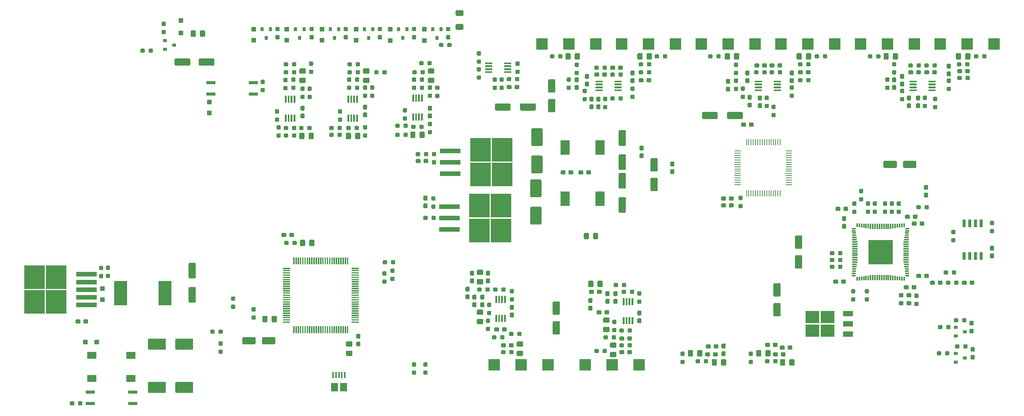
<source format=gtp>
G04 #@! TF.GenerationSoftware,KiCad,Pcbnew,5.1.7-a382d34a8~88~ubuntu18.04.1*
G04 #@! TF.CreationDate,2021-06-16T01:22:40+03:00*
G04 #@! TF.ProjectId,controller,636f6e74-726f-46c6-9c65-722e6b696361,rev?*
G04 #@! TF.SameCoordinates,Original*
G04 #@! TF.FileFunction,Paste,Top*
G04 #@! TF.FilePolarity,Positive*
%FSLAX46Y46*%
G04 Gerber Fmt 4.6, Leading zero omitted, Abs format (unit mm)*
G04 Created by KiCad (PCBNEW 5.1.7-a382d34a8~88~ubuntu18.04.1) date 2021-06-16 01:22:40*
%MOMM*%
%LPD*%
G01*
G04 APERTURE LIST*
%ADD10C,0.100000*%
%ADD11R,2.200000X1.200000*%
%ADD12R,3.050000X2.750000*%
%ADD13R,1.000000X1.000000*%
%ADD14R,2.000000X1.500000*%
%ADD15R,0.900000X0.800000*%
%ADD16R,0.650000X1.700000*%
%ADD17R,2.000000X0.640000*%
%ADD18R,0.279400X1.473200*%
%ADD19R,1.473200X0.279400*%
%ADD20R,1.100000X1.100000*%
%ADD21R,2.500000X2.500000*%
%ADD22R,0.800000X0.900000*%
%ADD23R,1.500000X1.900000*%
%ADD24R,0.400000X1.350000*%
%ADD25R,0.300000X0.804800*%
%ADD26R,0.299974X0.954786*%
%ADD27R,0.299974X1.104900*%
%ADD28R,0.300000X1.304800*%
%ADD29R,0.804800X0.300000*%
%ADD30R,0.954786X0.299974*%
%ADD31R,1.104900X0.299974*%
%ADD32R,1.304800X0.300000*%
%ADD33R,5.399999X5.399999*%
%ADD34R,2.900000X5.400000*%
%ADD35R,2.000000X3.200000*%
%ADD36R,4.600000X1.100000*%
%ADD37R,4.550000X5.250000*%
G04 APERTURE END LIST*
D10*
G36*
X212270000Y-98118000D02*
G01*
X213420000Y-98118000D01*
X213420000Y-96968000D01*
X212270000Y-96968000D01*
X212270000Y-98118000D01*
G37*
X212270000Y-98118000D02*
X213420000Y-98118000D01*
X213420000Y-96968000D01*
X212270000Y-96968000D01*
X212270000Y-98118000D01*
G36*
X210920000Y-98118000D02*
G01*
X212070000Y-98118000D01*
X212070000Y-96968000D01*
X210920000Y-96968000D01*
X210920000Y-98118000D01*
G37*
X210920000Y-98118000D02*
X212070000Y-98118000D01*
X212070000Y-96968000D01*
X210920000Y-96968000D01*
X210920000Y-98118000D01*
G36*
X209570000Y-98118000D02*
G01*
X210720000Y-98118000D01*
X210720000Y-96968000D01*
X209570000Y-96968000D01*
X209570000Y-98118000D01*
G37*
X209570000Y-98118000D02*
X210720000Y-98118000D01*
X210720000Y-96968000D01*
X209570000Y-96968000D01*
X209570000Y-98118000D01*
G36*
X208220000Y-98118000D02*
G01*
X209370000Y-98118000D01*
X209370000Y-96968000D01*
X208220000Y-96968000D01*
X208220000Y-98118000D01*
G37*
X208220000Y-98118000D02*
X209370000Y-98118000D01*
X209370000Y-96968000D01*
X208220000Y-96968000D01*
X208220000Y-98118000D01*
G36*
X212270000Y-99468000D02*
G01*
X213420000Y-99468000D01*
X213420000Y-98318000D01*
X212270000Y-98318000D01*
X212270000Y-99468000D01*
G37*
X212270000Y-99468000D02*
X213420000Y-99468000D01*
X213420000Y-98318000D01*
X212270000Y-98318000D01*
X212270000Y-99468000D01*
G36*
X210920000Y-99468000D02*
G01*
X212070000Y-99468000D01*
X212070000Y-98318000D01*
X210920000Y-98318000D01*
X210920000Y-99468000D01*
G37*
X210920000Y-99468000D02*
X212070000Y-99468000D01*
X212070000Y-98318000D01*
X210920000Y-98318000D01*
X210920000Y-99468000D01*
G36*
X209570000Y-99468000D02*
G01*
X210720000Y-99468000D01*
X210720000Y-98318000D01*
X209570000Y-98318000D01*
X209570000Y-99468000D01*
G37*
X209570000Y-99468000D02*
X210720000Y-99468000D01*
X210720000Y-98318000D01*
X209570000Y-98318000D01*
X209570000Y-99468000D01*
G36*
X208220000Y-99468000D02*
G01*
X209370000Y-99468000D01*
X209370000Y-98318000D01*
X208220000Y-98318000D01*
X208220000Y-99468000D01*
G37*
X208220000Y-99468000D02*
X209370000Y-99468000D01*
X209370000Y-98318000D01*
X208220000Y-98318000D01*
X208220000Y-99468000D01*
G36*
X212270000Y-100818000D02*
G01*
X213420000Y-100818000D01*
X213420000Y-99668000D01*
X212270000Y-99668000D01*
X212270000Y-100818000D01*
G37*
X212270000Y-100818000D02*
X213420000Y-100818000D01*
X213420000Y-99668000D01*
X212270000Y-99668000D01*
X212270000Y-100818000D01*
G36*
X210920000Y-100818000D02*
G01*
X212070000Y-100818000D01*
X212070000Y-99668000D01*
X210920000Y-99668000D01*
X210920000Y-100818000D01*
G37*
X210920000Y-100818000D02*
X212070000Y-100818000D01*
X212070000Y-99668000D01*
X210920000Y-99668000D01*
X210920000Y-100818000D01*
G36*
X209570000Y-100818000D02*
G01*
X210720000Y-100818000D01*
X210720000Y-99668000D01*
X209570000Y-99668000D01*
X209570000Y-100818000D01*
G37*
X209570000Y-100818000D02*
X210720000Y-100818000D01*
X210720000Y-99668000D01*
X209570000Y-99668000D01*
X209570000Y-100818000D01*
G36*
X208220000Y-100818000D02*
G01*
X209370000Y-100818000D01*
X209370000Y-99668000D01*
X208220000Y-99668000D01*
X208220000Y-100818000D01*
G37*
X208220000Y-100818000D02*
X209370000Y-100818000D01*
X209370000Y-99668000D01*
X208220000Y-99668000D01*
X208220000Y-100818000D01*
G36*
X212270000Y-102168000D02*
G01*
X213420000Y-102168000D01*
X213420000Y-101018000D01*
X212270000Y-101018000D01*
X212270000Y-102168000D01*
G37*
X212270000Y-102168000D02*
X213420000Y-102168000D01*
X213420000Y-101018000D01*
X212270000Y-101018000D01*
X212270000Y-102168000D01*
G36*
X210920000Y-102168000D02*
G01*
X212070000Y-102168000D01*
X212070000Y-101018000D01*
X210920000Y-101018000D01*
X210920000Y-102168000D01*
G37*
X210920000Y-102168000D02*
X212070000Y-102168000D01*
X212070000Y-101018000D01*
X210920000Y-101018000D01*
X210920000Y-102168000D01*
G36*
X209570000Y-102168000D02*
G01*
X210720000Y-102168000D01*
X210720000Y-101018000D01*
X209570000Y-101018000D01*
X209570000Y-102168000D01*
G37*
X209570000Y-102168000D02*
X210720000Y-102168000D01*
X210720000Y-101018000D01*
X209570000Y-101018000D01*
X209570000Y-102168000D01*
G36*
X208220000Y-102168000D02*
G01*
X209370000Y-102168000D01*
X209370000Y-101018000D01*
X208220000Y-101018000D01*
X208220000Y-102168000D01*
G37*
X208220000Y-102168000D02*
X209370000Y-102168000D01*
X209370000Y-101018000D01*
X208220000Y-101018000D01*
X208220000Y-102168000D01*
G36*
G01*
X93514500Y-74135000D02*
X93514500Y-73185000D01*
G75*
G02*
X93764500Y-72935000I250000J0D01*
G01*
X94439500Y-72935000D01*
G75*
G02*
X94689500Y-73185000I0J-250000D01*
G01*
X94689500Y-74135000D01*
G75*
G02*
X94439500Y-74385000I-250000J0D01*
G01*
X93764500Y-74385000D01*
G75*
G02*
X93514500Y-74135000I0J250000D01*
G01*
G37*
G36*
G01*
X91439500Y-74135000D02*
X91439500Y-73185000D01*
G75*
G02*
X91689500Y-72935000I250000J0D01*
G01*
X92364500Y-72935000D01*
G75*
G02*
X92614500Y-73185000I0J-250000D01*
G01*
X92614500Y-74135000D01*
G75*
G02*
X92364500Y-74385000I-250000J0D01*
G01*
X91689500Y-74385000D01*
G75*
G02*
X91439500Y-74135000I0J250000D01*
G01*
G37*
G36*
G01*
X95520500Y-71244000D02*
X95995500Y-71244000D01*
G75*
G02*
X96233000Y-71481500I0J-237500D01*
G01*
X96233000Y-71981500D01*
G75*
G02*
X95995500Y-72219000I-237500J0D01*
G01*
X95520500Y-72219000D01*
G75*
G02*
X95283000Y-71981500I0J237500D01*
G01*
X95283000Y-71481500D01*
G75*
G02*
X95520500Y-71244000I237500J0D01*
G01*
G37*
G36*
G01*
X95520500Y-73069000D02*
X95995500Y-73069000D01*
G75*
G02*
X96233000Y-73306500I0J-237500D01*
G01*
X96233000Y-73806500D01*
G75*
G02*
X95995500Y-74044000I-237500J0D01*
G01*
X95520500Y-74044000D01*
G75*
G02*
X95283000Y-73806500I0J237500D01*
G01*
X95283000Y-73306500D01*
G75*
G02*
X95520500Y-73069000I237500J0D01*
G01*
G37*
G36*
G01*
X172749500Y-122190500D02*
X172749500Y-122665500D01*
G75*
G02*
X172512000Y-122903000I-237500J0D01*
G01*
X171912000Y-122903000D01*
G75*
G02*
X171674500Y-122665500I0J237500D01*
G01*
X171674500Y-122190500D01*
G75*
G02*
X171912000Y-121953000I237500J0D01*
G01*
X172512000Y-121953000D01*
G75*
G02*
X172749500Y-122190500I0J-237500D01*
G01*
G37*
G36*
G01*
X174474500Y-122190500D02*
X174474500Y-122665500D01*
G75*
G02*
X174237000Y-122903000I-237500J0D01*
G01*
X173637000Y-122903000D01*
G75*
G02*
X173399500Y-122665500I0J237500D01*
G01*
X173399500Y-122190500D01*
G75*
G02*
X173637000Y-121953000I237500J0D01*
G01*
X174237000Y-121953000D01*
G75*
G02*
X174474500Y-122190500I0J-237500D01*
G01*
G37*
G36*
G01*
X169542000Y-124189500D02*
X169542000Y-123714500D01*
G75*
G02*
X169779500Y-123477000I237500J0D01*
G01*
X170279500Y-123477000D01*
G75*
G02*
X170517000Y-123714500I0J-237500D01*
G01*
X170517000Y-124189500D01*
G75*
G02*
X170279500Y-124427000I-237500J0D01*
G01*
X169779500Y-124427000D01*
G75*
G02*
X169542000Y-124189500I0J237500D01*
G01*
G37*
G36*
G01*
X171367000Y-124189500D02*
X171367000Y-123714500D01*
G75*
G02*
X171604500Y-123477000I237500J0D01*
G01*
X172104500Y-123477000D01*
G75*
G02*
X172342000Y-123714500I0J-237500D01*
G01*
X172342000Y-124189500D01*
G75*
G02*
X172104500Y-124427000I-237500J0D01*
G01*
X171604500Y-124427000D01*
G75*
G02*
X171367000Y-124189500I0J237500D01*
G01*
G37*
G36*
G01*
X176005500Y-122812000D02*
X175530500Y-122812000D01*
G75*
G02*
X175293000Y-122574500I0J237500D01*
G01*
X175293000Y-121974500D01*
G75*
G02*
X175530500Y-121737000I237500J0D01*
G01*
X176005500Y-121737000D01*
G75*
G02*
X176243000Y-121974500I0J-237500D01*
G01*
X176243000Y-122574500D01*
G75*
G02*
X176005500Y-122812000I-237500J0D01*
G01*
G37*
G36*
G01*
X176005500Y-121087000D02*
X175530500Y-121087000D01*
G75*
G02*
X175293000Y-120849500I0J237500D01*
G01*
X175293000Y-120249500D01*
G75*
G02*
X175530500Y-120012000I237500J0D01*
G01*
X176005500Y-120012000D01*
G75*
G02*
X176243000Y-120249500I0J-237500D01*
G01*
X176243000Y-120849500D01*
G75*
G02*
X176005500Y-121087000I-237500J0D01*
G01*
G37*
G36*
G01*
X166861500Y-122765000D02*
X166386500Y-122765000D01*
G75*
G02*
X166149000Y-122527500I0J237500D01*
G01*
X166149000Y-122027500D01*
G75*
G02*
X166386500Y-121790000I237500J0D01*
G01*
X166861500Y-121790000D01*
G75*
G02*
X167099000Y-122027500I0J-237500D01*
G01*
X167099000Y-122527500D01*
G75*
G02*
X166861500Y-122765000I-237500J0D01*
G01*
G37*
G36*
G01*
X166861500Y-124590000D02*
X166386500Y-124590000D01*
G75*
G02*
X166149000Y-124352500I0J237500D01*
G01*
X166149000Y-123852500D01*
G75*
G02*
X166386500Y-123615000I237500J0D01*
G01*
X166861500Y-123615000D01*
G75*
G02*
X167099000Y-123852500I0J-237500D01*
G01*
X167099000Y-124352500D01*
G75*
G02*
X166861500Y-124590000I-237500J0D01*
G01*
G37*
G36*
G01*
X173553000Y-120887500D02*
X173553000Y-120412500D01*
G75*
G02*
X173790500Y-120175000I237500J0D01*
G01*
X174390500Y-120175000D01*
G75*
G02*
X174628000Y-120412500I0J-237500D01*
G01*
X174628000Y-120887500D01*
G75*
G02*
X174390500Y-121125000I-237500J0D01*
G01*
X173790500Y-121125000D01*
G75*
G02*
X173553000Y-120887500I0J237500D01*
G01*
G37*
G36*
G01*
X171828000Y-120887500D02*
X171828000Y-120412500D01*
G75*
G02*
X172065500Y-120175000I237500J0D01*
G01*
X172665500Y-120175000D01*
G75*
G02*
X172903000Y-120412500I0J-237500D01*
G01*
X172903000Y-120887500D01*
G75*
G02*
X172665500Y-121125000I-237500J0D01*
G01*
X172065500Y-121125000D01*
G75*
G02*
X171828000Y-120887500I0J237500D01*
G01*
G37*
G36*
G01*
X168968000Y-121699000D02*
X168968000Y-122649000D01*
G75*
G02*
X168718000Y-122899000I-250000J0D01*
G01*
X168043000Y-122899000D01*
G75*
G02*
X167793000Y-122649000I0J250000D01*
G01*
X167793000Y-121699000D01*
G75*
G02*
X168043000Y-121449000I250000J0D01*
G01*
X168718000Y-121449000D01*
G75*
G02*
X168968000Y-121699000I0J-250000D01*
G01*
G37*
G36*
G01*
X171043000Y-121699000D02*
X171043000Y-122649000D01*
G75*
G02*
X170793000Y-122899000I-250000J0D01*
G01*
X170118000Y-122899000D01*
G75*
G02*
X169868000Y-122649000I0J250000D01*
G01*
X169868000Y-121699000D01*
G75*
G02*
X170118000Y-121449000I250000J0D01*
G01*
X170793000Y-121449000D01*
G75*
G02*
X171043000Y-121699000I0J-250000D01*
G01*
G37*
G36*
G01*
X176377000Y-123731000D02*
X176377000Y-124681000D01*
G75*
G02*
X176127000Y-124931000I-250000J0D01*
G01*
X175452000Y-124931000D01*
G75*
G02*
X175202000Y-124681000I0J250000D01*
G01*
X175202000Y-123731000D01*
G75*
G02*
X175452000Y-123481000I250000J0D01*
G01*
X176127000Y-123481000D01*
G75*
G02*
X176377000Y-123731000I0J-250000D01*
G01*
G37*
G36*
G01*
X174302000Y-123731000D02*
X174302000Y-124681000D01*
G75*
G02*
X174052000Y-124931000I-250000J0D01*
G01*
X173377000Y-124931000D01*
G75*
G02*
X173127000Y-124681000I0J250000D01*
G01*
X173127000Y-123731000D01*
G75*
G02*
X173377000Y-123481000I250000J0D01*
G01*
X174052000Y-123481000D01*
G75*
G02*
X174302000Y-123731000I0J-250000D01*
G01*
G37*
G36*
G01*
X150655000Y-119787000D02*
X151605000Y-119787000D01*
G75*
G02*
X151855000Y-120037000I0J-250000D01*
G01*
X151855000Y-120712000D01*
G75*
G02*
X151605000Y-120962000I-250000J0D01*
G01*
X150655000Y-120962000D01*
G75*
G02*
X150405000Y-120712000I0J250000D01*
G01*
X150405000Y-120037000D01*
G75*
G02*
X150655000Y-119787000I250000J0D01*
G01*
G37*
G36*
G01*
X150655000Y-121862000D02*
X151605000Y-121862000D01*
G75*
G02*
X151855000Y-122112000I0J-250000D01*
G01*
X151855000Y-122787000D01*
G75*
G02*
X151605000Y-123037000I-250000J0D01*
G01*
X150655000Y-123037000D01*
G75*
G02*
X150405000Y-122787000I0J250000D01*
G01*
X150405000Y-122112000D01*
G75*
G02*
X150655000Y-121862000I250000J0D01*
G01*
G37*
G36*
G01*
X174464000Y-68538000D02*
X174464000Y-69638000D01*
G75*
G02*
X174214000Y-69888000I-250000J0D01*
G01*
X171214000Y-69888000D01*
G75*
G02*
X170964000Y-69638000I0J250000D01*
G01*
X170964000Y-68538000D01*
G75*
G02*
X171214000Y-68288000I250000J0D01*
G01*
X174214000Y-68288000D01*
G75*
G02*
X174464000Y-68538000I0J-250000D01*
G01*
G37*
G36*
G01*
X180064000Y-68538000D02*
X180064000Y-69638000D01*
G75*
G02*
X179814000Y-69888000I-250000J0D01*
G01*
X176814000Y-69888000D01*
G75*
G02*
X176564000Y-69638000I0J250000D01*
G01*
X176564000Y-68538000D01*
G75*
G02*
X176814000Y-68288000I250000J0D01*
G01*
X179814000Y-68288000D01*
G75*
G02*
X180064000Y-68538000I0J-250000D01*
G01*
G37*
G36*
G01*
X208009500Y-110620000D02*
X207534500Y-110620000D01*
G75*
G02*
X207297000Y-110382500I0J237500D01*
G01*
X207297000Y-109882500D01*
G75*
G02*
X207534500Y-109645000I237500J0D01*
G01*
X208009500Y-109645000D01*
G75*
G02*
X208247000Y-109882500I0J-237500D01*
G01*
X208247000Y-110382500D01*
G75*
G02*
X208009500Y-110620000I-237500J0D01*
G01*
G37*
G36*
G01*
X208009500Y-108795000D02*
X207534500Y-108795000D01*
G75*
G02*
X207297000Y-108557500I0J237500D01*
G01*
X207297000Y-108057500D01*
G75*
G02*
X207534500Y-107820000I237500J0D01*
G01*
X208009500Y-107820000D01*
G75*
G02*
X208247000Y-108057500I0J-237500D01*
G01*
X208247000Y-108557500D01*
G75*
G02*
X208009500Y-108795000I-237500J0D01*
G01*
G37*
G36*
G01*
X117465001Y-46852000D02*
X116214999Y-46852000D01*
G75*
G02*
X115965000Y-46602001I0J249999D01*
G01*
X115965000Y-45801999D01*
G75*
G02*
X116214999Y-45552000I249999J0D01*
G01*
X117465001Y-45552000D01*
G75*
G02*
X117715000Y-45801999I0J-249999D01*
G01*
X117715000Y-46602001D01*
G75*
G02*
X117465001Y-46852000I-249999J0D01*
G01*
G37*
G36*
G01*
X117465001Y-49952000D02*
X116214999Y-49952000D01*
G75*
G02*
X115965000Y-49702001I0J249999D01*
G01*
X115965000Y-48901999D01*
G75*
G02*
X116214999Y-48652000I249999J0D01*
G01*
X117465001Y-48652000D01*
G75*
G02*
X117715000Y-48901999I0J-249999D01*
G01*
X117715000Y-49702001D01*
G75*
G02*
X117465001Y-49952000I-249999J0D01*
G01*
G37*
G36*
G01*
X107058000Y-77961500D02*
X107058000Y-77486500D01*
G75*
G02*
X107295500Y-77249000I237500J0D01*
G01*
X107795500Y-77249000D01*
G75*
G02*
X108033000Y-77486500I0J-237500D01*
G01*
X108033000Y-77961500D01*
G75*
G02*
X107795500Y-78199000I-237500J0D01*
G01*
X107295500Y-78199000D01*
G75*
G02*
X107058000Y-77961500I0J237500D01*
G01*
G37*
G36*
G01*
X108883000Y-77961500D02*
X108883000Y-77486500D01*
G75*
G02*
X109120500Y-77249000I237500J0D01*
G01*
X109620500Y-77249000D01*
G75*
G02*
X109858000Y-77486500I0J-237500D01*
G01*
X109858000Y-77961500D01*
G75*
G02*
X109620500Y-78199000I-237500J0D01*
G01*
X109120500Y-78199000D01*
G75*
G02*
X108883000Y-77961500I0J237500D01*
G01*
G37*
G36*
G01*
X153712000Y-85410000D02*
X152612000Y-85410000D01*
G75*
G02*
X152362000Y-85160000I0J250000D01*
G01*
X152362000Y-82160000D01*
G75*
G02*
X152612000Y-81910000I250000J0D01*
G01*
X153712000Y-81910000D01*
G75*
G02*
X153962000Y-82160000I0J-250000D01*
G01*
X153962000Y-85160000D01*
G75*
G02*
X153712000Y-85410000I-250000J0D01*
G01*
G37*
G36*
G01*
X153712000Y-90810000D02*
X152612000Y-90810000D01*
G75*
G02*
X152362000Y-90560000I0J250000D01*
G01*
X152362000Y-87560000D01*
G75*
G02*
X152612000Y-87310000I250000J0D01*
G01*
X153712000Y-87310000D01*
G75*
G02*
X153962000Y-87560000I0J-250000D01*
G01*
X153962000Y-90560000D01*
G75*
G02*
X153712000Y-90810000I-250000J0D01*
G01*
G37*
G36*
G01*
X152612000Y-77752000D02*
X153712000Y-77752000D01*
G75*
G02*
X153962000Y-78002000I0J-250000D01*
G01*
X153962000Y-81002000D01*
G75*
G02*
X153712000Y-81252000I-250000J0D01*
G01*
X152612000Y-81252000D01*
G75*
G02*
X152362000Y-81002000I0J250000D01*
G01*
X152362000Y-78002000D01*
G75*
G02*
X152612000Y-77752000I250000J0D01*
G01*
G37*
G36*
G01*
X152612000Y-72352000D02*
X153712000Y-72352000D01*
G75*
G02*
X153962000Y-72602000I0J-250000D01*
G01*
X153962000Y-75602000D01*
G75*
G02*
X153712000Y-75852000I-250000J0D01*
G01*
X152612000Y-75852000D01*
G75*
G02*
X152362000Y-75602000I0J250000D01*
G01*
X152362000Y-72602000D01*
G75*
G02*
X152612000Y-72352000I250000J0D01*
G01*
G37*
G36*
G01*
X157242500Y-77541000D02*
X157717500Y-77541000D01*
G75*
G02*
X157955000Y-77778500I0J-237500D01*
G01*
X157955000Y-78378500D01*
G75*
G02*
X157717500Y-78616000I-237500J0D01*
G01*
X157242500Y-78616000D01*
G75*
G02*
X157005000Y-78378500I0J237500D01*
G01*
X157005000Y-77778500D01*
G75*
G02*
X157242500Y-77541000I237500J0D01*
G01*
G37*
G36*
G01*
X157242500Y-75816000D02*
X157717500Y-75816000D01*
G75*
G02*
X157955000Y-76053500I0J-237500D01*
G01*
X157955000Y-76653500D01*
G75*
G02*
X157717500Y-76891000I-237500J0D01*
G01*
X157242500Y-76891000D01*
G75*
G02*
X157005000Y-76653500I0J237500D01*
G01*
X157005000Y-76053500D01*
G75*
G02*
X157242500Y-75816000I237500J0D01*
G01*
G37*
D11*
X203590000Y-117850000D03*
X203590000Y-115570000D03*
X203590000Y-113290000D03*
D12*
X195615000Y-114045000D03*
X198965000Y-117095000D03*
X195615000Y-117095000D03*
X198965000Y-114045000D03*
G36*
G01*
X187156000Y-110936000D02*
X188256000Y-110936000D01*
G75*
G02*
X188506000Y-111186000I0J-250000D01*
G01*
X188506000Y-113686000D01*
G75*
G02*
X188256000Y-113936000I-250000J0D01*
G01*
X187156000Y-113936000D01*
G75*
G02*
X186906000Y-113686000I0J250000D01*
G01*
X186906000Y-111186000D01*
G75*
G02*
X187156000Y-110936000I250000J0D01*
G01*
G37*
G36*
G01*
X187156000Y-106536000D02*
X188256000Y-106536000D01*
G75*
G02*
X188506000Y-106786000I0J-250000D01*
G01*
X188506000Y-109286000D01*
G75*
G02*
X188256000Y-109536000I-250000J0D01*
G01*
X187156000Y-109536000D01*
G75*
G02*
X186906000Y-109286000I0J250000D01*
G01*
X186906000Y-106786000D01*
G75*
G02*
X187156000Y-106536000I250000J0D01*
G01*
G37*
D13*
X33294000Y-119634000D03*
X35794000Y-119634000D03*
D14*
X43486000Y-127772000D03*
X43486000Y-122672000D03*
X34746000Y-122672000D03*
X34746000Y-127772000D03*
G36*
G01*
X100587000Y-59198500D02*
X100587000Y-59673500D01*
G75*
G02*
X100349500Y-59911000I-237500J0D01*
G01*
X99849500Y-59911000D01*
G75*
G02*
X99612000Y-59673500I0J237500D01*
G01*
X99612000Y-59198500D01*
G75*
G02*
X99849500Y-58961000I237500J0D01*
G01*
X100349500Y-58961000D01*
G75*
G02*
X100587000Y-59198500I0J-237500D01*
G01*
G37*
G36*
G01*
X98762000Y-59198500D02*
X98762000Y-59673500D01*
G75*
G02*
X98524500Y-59911000I-237500J0D01*
G01*
X98024500Y-59911000D01*
G75*
G02*
X97787000Y-59673500I0J237500D01*
G01*
X97787000Y-59198500D01*
G75*
G02*
X98024500Y-58961000I237500J0D01*
G01*
X98524500Y-58961000D01*
G75*
G02*
X98762000Y-59198500I0J-237500D01*
G01*
G37*
G36*
G01*
X109998500Y-70482000D02*
X110473500Y-70482000D01*
G75*
G02*
X110711000Y-70719500I0J-237500D01*
G01*
X110711000Y-71219500D01*
G75*
G02*
X110473500Y-71457000I-237500J0D01*
G01*
X109998500Y-71457000D01*
G75*
G02*
X109761000Y-71219500I0J237500D01*
G01*
X109761000Y-70719500D01*
G75*
G02*
X109998500Y-70482000I237500J0D01*
G01*
G37*
G36*
G01*
X109998500Y-72307000D02*
X110473500Y-72307000D01*
G75*
G02*
X110711000Y-72544500I0J-237500D01*
G01*
X110711000Y-73044500D01*
G75*
G02*
X110473500Y-73282000I-237500J0D01*
G01*
X109998500Y-73282000D01*
G75*
G02*
X109761000Y-73044500I0J237500D01*
G01*
X109761000Y-72544500D01*
G75*
G02*
X109998500Y-72307000I237500J0D01*
G01*
G37*
G36*
G01*
X53208000Y-57700000D02*
X53208000Y-56600000D01*
G75*
G02*
X53458000Y-56350000I250000J0D01*
G01*
X56458000Y-56350000D01*
G75*
G02*
X56708000Y-56600000I0J-250000D01*
G01*
X56708000Y-57700000D01*
G75*
G02*
X56458000Y-57950000I-250000J0D01*
G01*
X53458000Y-57950000D01*
G75*
G02*
X53208000Y-57700000I0J250000D01*
G01*
G37*
G36*
G01*
X58608000Y-57700000D02*
X58608000Y-56600000D01*
G75*
G02*
X58858000Y-56350000I250000J0D01*
G01*
X61858000Y-56350000D01*
G75*
G02*
X62108000Y-56600000I0J-250000D01*
G01*
X62108000Y-57700000D01*
G75*
G02*
X61858000Y-57950000I-250000J0D01*
G01*
X58858000Y-57950000D01*
G75*
G02*
X58608000Y-57700000I0J250000D01*
G01*
G37*
G36*
G01*
X182101500Y-122765000D02*
X181626500Y-122765000D01*
G75*
G02*
X181389000Y-122527500I0J237500D01*
G01*
X181389000Y-122027500D01*
G75*
G02*
X181626500Y-121790000I237500J0D01*
G01*
X182101500Y-121790000D01*
G75*
G02*
X182339000Y-122027500I0J-237500D01*
G01*
X182339000Y-122527500D01*
G75*
G02*
X182101500Y-122765000I-237500J0D01*
G01*
G37*
G36*
G01*
X182101500Y-124590000D02*
X181626500Y-124590000D01*
G75*
G02*
X181389000Y-124352500I0J237500D01*
G01*
X181389000Y-123852500D01*
G75*
G02*
X181626500Y-123615000I237500J0D01*
G01*
X182101500Y-123615000D01*
G75*
G02*
X182339000Y-123852500I0J-237500D01*
G01*
X182339000Y-124352500D01*
G75*
G02*
X182101500Y-124590000I-237500J0D01*
G01*
G37*
G36*
G01*
X145017500Y-64091000D02*
X144542500Y-64091000D01*
G75*
G02*
X144305000Y-63853500I0J237500D01*
G01*
X144305000Y-63353500D01*
G75*
G02*
X144542500Y-63116000I237500J0D01*
G01*
X145017500Y-63116000D01*
G75*
G02*
X145255000Y-63353500I0J-237500D01*
G01*
X145255000Y-63853500D01*
G75*
G02*
X145017500Y-64091000I-237500J0D01*
G01*
G37*
G36*
G01*
X145017500Y-65916000D02*
X144542500Y-65916000D01*
G75*
G02*
X144305000Y-65678500I0J237500D01*
G01*
X144305000Y-65178500D01*
G75*
G02*
X144542500Y-64941000I237500J0D01*
G01*
X145017500Y-64941000D01*
G75*
G02*
X145255000Y-65178500I0J-237500D01*
G01*
X145255000Y-65678500D01*
G75*
G02*
X145017500Y-65916000I-237500J0D01*
G01*
G37*
G36*
G01*
X145812500Y-111577000D02*
X146287500Y-111577000D01*
G75*
G02*
X146525000Y-111814500I0J-237500D01*
G01*
X146525000Y-112414500D01*
G75*
G02*
X146287500Y-112652000I-237500J0D01*
G01*
X145812500Y-112652000D01*
G75*
G02*
X145575000Y-112414500I0J237500D01*
G01*
X145575000Y-111814500D01*
G75*
G02*
X145812500Y-111577000I237500J0D01*
G01*
G37*
G36*
G01*
X145812500Y-109852000D02*
X146287500Y-109852000D01*
G75*
G02*
X146525000Y-110089500I0J-237500D01*
G01*
X146525000Y-110689500D01*
G75*
G02*
X146287500Y-110927000I-237500J0D01*
G01*
X145812500Y-110927000D01*
G75*
G02*
X145575000Y-110689500I0J237500D01*
G01*
X145575000Y-110089500D01*
G75*
G02*
X145812500Y-109852000I237500J0D01*
G01*
G37*
G36*
G01*
X228429000Y-120412500D02*
X228429000Y-120887500D01*
G75*
G02*
X228191500Y-121125000I-237500J0D01*
G01*
X227691500Y-121125000D01*
G75*
G02*
X227454000Y-120887500I0J237500D01*
G01*
X227454000Y-120412500D01*
G75*
G02*
X227691500Y-120175000I237500J0D01*
G01*
X228191500Y-120175000D01*
G75*
G02*
X228429000Y-120412500I0J-237500D01*
G01*
G37*
G36*
G01*
X230254000Y-120412500D02*
X230254000Y-120887500D01*
G75*
G02*
X230016500Y-121125000I-237500J0D01*
G01*
X229516500Y-121125000D01*
G75*
G02*
X229279000Y-120887500I0J237500D01*
G01*
X229279000Y-120412500D01*
G75*
G02*
X229516500Y-120175000I237500J0D01*
G01*
X230016500Y-120175000D01*
G75*
G02*
X230254000Y-120412500I0J-237500D01*
G01*
G37*
G36*
G01*
X225889000Y-103902500D02*
X225889000Y-104377500D01*
G75*
G02*
X225651500Y-104615000I-237500J0D01*
G01*
X225151500Y-104615000D01*
G75*
G02*
X224914000Y-104377500I0J237500D01*
G01*
X224914000Y-103902500D01*
G75*
G02*
X225151500Y-103665000I237500J0D01*
G01*
X225651500Y-103665000D01*
G75*
G02*
X225889000Y-103902500I0J-237500D01*
G01*
G37*
G36*
G01*
X227714000Y-103902500D02*
X227714000Y-104377500D01*
G75*
G02*
X227476500Y-104615000I-237500J0D01*
G01*
X226976500Y-104615000D01*
G75*
G02*
X226739000Y-104377500I0J237500D01*
G01*
X226739000Y-103902500D01*
G75*
G02*
X226976500Y-103665000I237500J0D01*
G01*
X227476500Y-103665000D01*
G75*
G02*
X227714000Y-103902500I0J-237500D01*
G01*
G37*
G36*
G01*
X102492000Y-101616500D02*
X102492000Y-102091500D01*
G75*
G02*
X102254500Y-102329000I-237500J0D01*
G01*
X101754500Y-102329000D01*
G75*
G02*
X101517000Y-102091500I0J237500D01*
G01*
X101517000Y-101616500D01*
G75*
G02*
X101754500Y-101379000I237500J0D01*
G01*
X102254500Y-101379000D01*
G75*
G02*
X102492000Y-101616500I0J-237500D01*
G01*
G37*
G36*
G01*
X100667000Y-101616500D02*
X100667000Y-102091500D01*
G75*
G02*
X100429500Y-102329000I-237500J0D01*
G01*
X99929500Y-102329000D01*
G75*
G02*
X99692000Y-102091500I0J237500D01*
G01*
X99692000Y-101616500D01*
G75*
G02*
X99929500Y-101379000I237500J0D01*
G01*
X100429500Y-101379000D01*
G75*
G02*
X100667000Y-101616500I0J-237500D01*
G01*
G37*
G36*
G01*
X231631500Y-123574000D02*
X231156500Y-123574000D01*
G75*
G02*
X230919000Y-123336500I0J237500D01*
G01*
X230919000Y-122761500D01*
G75*
G02*
X231156500Y-122524000I237500J0D01*
G01*
X231631500Y-122524000D01*
G75*
G02*
X231869000Y-122761500I0J-237500D01*
G01*
X231869000Y-123336500D01*
G75*
G02*
X231631500Y-123574000I-237500J0D01*
G01*
G37*
G36*
G01*
X231631500Y-121824000D02*
X231156500Y-121824000D01*
G75*
G02*
X230919000Y-121586500I0J237500D01*
G01*
X230919000Y-121011500D01*
G75*
G02*
X231156500Y-120774000I237500J0D01*
G01*
X231631500Y-120774000D01*
G75*
G02*
X231869000Y-121011500I0J-237500D01*
G01*
X231869000Y-121586500D01*
G75*
G02*
X231631500Y-121824000I-237500J0D01*
G01*
G37*
G36*
G01*
X230000000Y-114570500D02*
X230000000Y-115045500D01*
G75*
G02*
X229762500Y-115283000I-237500J0D01*
G01*
X229262500Y-115283000D01*
G75*
G02*
X229025000Y-115045500I0J237500D01*
G01*
X229025000Y-114570500D01*
G75*
G02*
X229262500Y-114333000I237500J0D01*
G01*
X229762500Y-114333000D01*
G75*
G02*
X230000000Y-114570500I0J-237500D01*
G01*
G37*
G36*
G01*
X228175000Y-114570500D02*
X228175000Y-115045500D01*
G75*
G02*
X227937500Y-115283000I-237500J0D01*
G01*
X227437500Y-115283000D01*
G75*
G02*
X227200000Y-115045500I0J237500D01*
G01*
X227200000Y-114570500D01*
G75*
G02*
X227437500Y-114333000I237500J0D01*
G01*
X227937500Y-114333000D01*
G75*
G02*
X228175000Y-114570500I0J-237500D01*
G01*
G37*
G36*
G01*
X231377500Y-115982000D02*
X230902500Y-115982000D01*
G75*
G02*
X230665000Y-115744500I0J237500D01*
G01*
X230665000Y-115169500D01*
G75*
G02*
X230902500Y-114932000I237500J0D01*
G01*
X231377500Y-114932000D01*
G75*
G02*
X231615000Y-115169500I0J-237500D01*
G01*
X231615000Y-115744500D01*
G75*
G02*
X231377500Y-115982000I-237500J0D01*
G01*
G37*
G36*
G01*
X231377500Y-117732000D02*
X230902500Y-117732000D01*
G75*
G02*
X230665000Y-117494500I0J237500D01*
G01*
X230665000Y-116919500D01*
G75*
G02*
X230902500Y-116682000I237500J0D01*
G01*
X231377500Y-116682000D01*
G75*
G02*
X231615000Y-116919500I0J-237500D01*
G01*
X231615000Y-117494500D01*
G75*
G02*
X231377500Y-117732000I-237500J0D01*
G01*
G37*
G36*
G01*
X223644000Y-116569500D02*
X223644000Y-116094500D01*
G75*
G02*
X223881500Y-115857000I237500J0D01*
G01*
X224381500Y-115857000D01*
G75*
G02*
X224619000Y-116094500I0J-237500D01*
G01*
X224619000Y-116569500D01*
G75*
G02*
X224381500Y-116807000I-237500J0D01*
G01*
X223881500Y-116807000D01*
G75*
G02*
X223644000Y-116569500I0J237500D01*
G01*
G37*
G36*
G01*
X225469000Y-116569500D02*
X225469000Y-116094500D01*
G75*
G02*
X225706500Y-115857000I237500J0D01*
G01*
X226206500Y-115857000D01*
G75*
G02*
X226444000Y-116094500I0J-237500D01*
G01*
X226444000Y-116569500D01*
G75*
G02*
X226206500Y-116807000I-237500J0D01*
G01*
X225706500Y-116807000D01*
G75*
G02*
X225469000Y-116569500I0J237500D01*
G01*
G37*
D15*
X229600000Y-117348000D03*
X227600000Y-118298000D03*
X227600000Y-116398000D03*
G36*
G01*
X225215000Y-122411500D02*
X225215000Y-121936500D01*
G75*
G02*
X225452500Y-121699000I237500J0D01*
G01*
X225952500Y-121699000D01*
G75*
G02*
X226190000Y-121936500I0J-237500D01*
G01*
X226190000Y-122411500D01*
G75*
G02*
X225952500Y-122649000I-237500J0D01*
G01*
X225452500Y-122649000D01*
G75*
G02*
X225215000Y-122411500I0J237500D01*
G01*
G37*
G36*
G01*
X223390000Y-122411500D02*
X223390000Y-121936500D01*
G75*
G02*
X223627500Y-121699000I237500J0D01*
G01*
X224127500Y-121699000D01*
G75*
G02*
X224365000Y-121936500I0J-237500D01*
G01*
X224365000Y-122411500D01*
G75*
G02*
X224127500Y-122649000I-237500J0D01*
G01*
X223627500Y-122649000D01*
G75*
G02*
X223390000Y-122411500I0J237500D01*
G01*
G37*
X227600000Y-122240000D03*
X227600000Y-124140000D03*
X229600000Y-123190000D03*
G36*
G01*
X119396500Y-103756000D02*
X119871500Y-103756000D01*
G75*
G02*
X120109000Y-103993500I0J-237500D01*
G01*
X120109000Y-104593500D01*
G75*
G02*
X119871500Y-104831000I-237500J0D01*
G01*
X119396500Y-104831000D01*
G75*
G02*
X119159000Y-104593500I0J237500D01*
G01*
X119159000Y-103993500D01*
G75*
G02*
X119396500Y-103756000I237500J0D01*
G01*
G37*
G36*
G01*
X119396500Y-105481000D02*
X119871500Y-105481000D01*
G75*
G02*
X120109000Y-105718500I0J-237500D01*
G01*
X120109000Y-106318500D01*
G75*
G02*
X119871500Y-106556000I-237500J0D01*
G01*
X119396500Y-106556000D01*
G75*
G02*
X119159000Y-106318500I0J237500D01*
G01*
X119159000Y-105718500D01*
G75*
G02*
X119396500Y-105481000I237500J0D01*
G01*
G37*
G36*
G01*
X118855500Y-108387000D02*
X118380500Y-108387000D01*
G75*
G02*
X118143000Y-108149500I0J237500D01*
G01*
X118143000Y-107549500D01*
G75*
G02*
X118380500Y-107312000I237500J0D01*
G01*
X118855500Y-107312000D01*
G75*
G02*
X119093000Y-107549500I0J-237500D01*
G01*
X119093000Y-108149500D01*
G75*
G02*
X118855500Y-108387000I-237500J0D01*
G01*
G37*
G36*
G01*
X118855500Y-110112000D02*
X118380500Y-110112000D01*
G75*
G02*
X118143000Y-109874500I0J237500D01*
G01*
X118143000Y-109274500D01*
G75*
G02*
X118380500Y-109037000I237500J0D01*
G01*
X118855500Y-109037000D01*
G75*
G02*
X119093000Y-109274500I0J-237500D01*
G01*
X119093000Y-109874500D01*
G75*
G02*
X118855500Y-110112000I-237500J0D01*
G01*
G37*
G36*
G01*
X119904500Y-109090000D02*
X120379500Y-109090000D01*
G75*
G02*
X120617000Y-109327500I0J-237500D01*
G01*
X120617000Y-109927500D01*
G75*
G02*
X120379500Y-110165000I-237500J0D01*
G01*
X119904500Y-110165000D01*
G75*
G02*
X119667000Y-109927500I0J237500D01*
G01*
X119667000Y-109327500D01*
G75*
G02*
X119904500Y-109090000I237500J0D01*
G01*
G37*
G36*
G01*
X119904500Y-110815000D02*
X120379500Y-110815000D01*
G75*
G02*
X120617000Y-111052500I0J-237500D01*
G01*
X120617000Y-111652500D01*
G75*
G02*
X120379500Y-111890000I-237500J0D01*
G01*
X119904500Y-111890000D01*
G75*
G02*
X119667000Y-111652500I0J237500D01*
G01*
X119667000Y-111052500D01*
G75*
G02*
X119904500Y-110815000I237500J0D01*
G01*
G37*
G36*
G01*
X124951500Y-63376000D02*
X124476500Y-63376000D01*
G75*
G02*
X124239000Y-63138500I0J237500D01*
G01*
X124239000Y-62638500D01*
G75*
G02*
X124476500Y-62401000I237500J0D01*
G01*
X124951500Y-62401000D01*
G75*
G02*
X125189000Y-62638500I0J-237500D01*
G01*
X125189000Y-63138500D01*
G75*
G02*
X124951500Y-63376000I-237500J0D01*
G01*
G37*
G36*
G01*
X124951500Y-61551000D02*
X124476500Y-61551000D01*
G75*
G02*
X124239000Y-61313500I0J237500D01*
G01*
X124239000Y-60813500D01*
G75*
G02*
X124476500Y-60576000I237500J0D01*
G01*
X124951500Y-60576000D01*
G75*
G02*
X125189000Y-60813500I0J-237500D01*
G01*
X125189000Y-61313500D01*
G75*
G02*
X124951500Y-61551000I-237500J0D01*
G01*
G37*
G36*
G01*
X126475500Y-61551000D02*
X126000500Y-61551000D01*
G75*
G02*
X125763000Y-61313500I0J237500D01*
G01*
X125763000Y-60813500D01*
G75*
G02*
X126000500Y-60576000I237500J0D01*
G01*
X126475500Y-60576000D01*
G75*
G02*
X126713000Y-60813500I0J-237500D01*
G01*
X126713000Y-61313500D01*
G75*
G02*
X126475500Y-61551000I-237500J0D01*
G01*
G37*
G36*
G01*
X126475500Y-63376000D02*
X126000500Y-63376000D01*
G75*
G02*
X125763000Y-63138500I0J237500D01*
G01*
X125763000Y-62638500D01*
G75*
G02*
X126000500Y-62401000I237500J0D01*
G01*
X126475500Y-62401000D01*
G75*
G02*
X126713000Y-62638500I0J-237500D01*
G01*
X126713000Y-63138500D01*
G75*
G02*
X126475500Y-63376000I-237500J0D01*
G01*
G37*
G36*
G01*
X130178000Y-60722500D02*
X130178000Y-61197500D01*
G75*
G02*
X129940500Y-61435000I-237500J0D01*
G01*
X129440500Y-61435000D01*
G75*
G02*
X129203000Y-61197500I0J237500D01*
G01*
X129203000Y-60722500D01*
G75*
G02*
X129440500Y-60485000I237500J0D01*
G01*
X129940500Y-60485000D01*
G75*
G02*
X130178000Y-60722500I0J-237500D01*
G01*
G37*
G36*
G01*
X128353000Y-60722500D02*
X128353000Y-61197500D01*
G75*
G02*
X128115500Y-61435000I-237500J0D01*
G01*
X127615500Y-61435000D01*
G75*
G02*
X127378000Y-61197500I0J237500D01*
G01*
X127378000Y-60722500D01*
G75*
G02*
X127615500Y-60485000I237500J0D01*
G01*
X128115500Y-60485000D01*
G75*
G02*
X128353000Y-60722500I0J-237500D01*
G01*
G37*
G36*
G01*
X120920500Y-60115000D02*
X121395500Y-60115000D01*
G75*
G02*
X121633000Y-60352500I0J-237500D01*
G01*
X121633000Y-60852500D01*
G75*
G02*
X121395500Y-61090000I-237500J0D01*
G01*
X120920500Y-61090000D01*
G75*
G02*
X120683000Y-60852500I0J237500D01*
G01*
X120683000Y-60352500D01*
G75*
G02*
X120920500Y-60115000I237500J0D01*
G01*
G37*
G36*
G01*
X120920500Y-58290000D02*
X121395500Y-58290000D01*
G75*
G02*
X121633000Y-58527500I0J-237500D01*
G01*
X121633000Y-59027500D01*
G75*
G02*
X121395500Y-59265000I-237500J0D01*
G01*
X120920500Y-59265000D01*
G75*
G02*
X120683000Y-59027500I0J237500D01*
G01*
X120683000Y-58527500D01*
G75*
G02*
X120920500Y-58290000I237500J0D01*
G01*
G37*
G36*
G01*
X121395500Y-55709000D02*
X120920500Y-55709000D01*
G75*
G02*
X120683000Y-55471500I0J237500D01*
G01*
X120683000Y-54971500D01*
G75*
G02*
X120920500Y-54734000I237500J0D01*
G01*
X121395500Y-54734000D01*
G75*
G02*
X121633000Y-54971500I0J-237500D01*
G01*
X121633000Y-55471500D01*
G75*
G02*
X121395500Y-55709000I-237500J0D01*
G01*
G37*
G36*
G01*
X121395500Y-57534000D02*
X120920500Y-57534000D01*
G75*
G02*
X120683000Y-57296500I0J237500D01*
G01*
X120683000Y-56796500D01*
G75*
G02*
X120920500Y-56559000I237500J0D01*
G01*
X121395500Y-56559000D01*
G75*
G02*
X121633000Y-56796500I0J-237500D01*
G01*
X121633000Y-57296500D01*
G75*
G02*
X121395500Y-57534000I-237500J0D01*
G01*
G37*
G36*
G01*
X130031500Y-59820000D02*
X129556500Y-59820000D01*
G75*
G02*
X129319000Y-59582500I0J237500D01*
G01*
X129319000Y-59082500D01*
G75*
G02*
X129556500Y-58845000I237500J0D01*
G01*
X130031500Y-58845000D01*
G75*
G02*
X130269000Y-59082500I0J-237500D01*
G01*
X130269000Y-59582500D01*
G75*
G02*
X130031500Y-59820000I-237500J0D01*
G01*
G37*
G36*
G01*
X130031500Y-57995000D02*
X129556500Y-57995000D01*
G75*
G02*
X129319000Y-57757500I0J237500D01*
G01*
X129319000Y-57257500D01*
G75*
G02*
X129556500Y-57020000I237500J0D01*
G01*
X130031500Y-57020000D01*
G75*
G02*
X130269000Y-57257500I0J-237500D01*
G01*
X130269000Y-57757500D01*
G75*
G02*
X130031500Y-57995000I-237500J0D01*
G01*
G37*
G36*
G01*
X164575500Y-82172000D02*
X164100500Y-82172000D01*
G75*
G02*
X163863000Y-81934500I0J237500D01*
G01*
X163863000Y-81334500D01*
G75*
G02*
X164100500Y-81097000I237500J0D01*
G01*
X164575500Y-81097000D01*
G75*
G02*
X164813000Y-81334500I0J-237500D01*
G01*
X164813000Y-81934500D01*
G75*
G02*
X164575500Y-82172000I-237500J0D01*
G01*
G37*
G36*
G01*
X164575500Y-80447000D02*
X164100500Y-80447000D01*
G75*
G02*
X163863000Y-80209500I0J237500D01*
G01*
X163863000Y-79609500D01*
G75*
G02*
X164100500Y-79372000I237500J0D01*
G01*
X164575500Y-79372000D01*
G75*
G02*
X164813000Y-79609500I0J-237500D01*
G01*
X164813000Y-80209500D01*
G75*
G02*
X164575500Y-80447000I-237500J0D01*
G01*
G37*
G36*
G01*
X160824000Y-81596000D02*
X159724000Y-81596000D01*
G75*
G02*
X159474000Y-81346000I0J250000D01*
G01*
X159474000Y-78846000D01*
G75*
G02*
X159724000Y-78596000I250000J0D01*
G01*
X160824000Y-78596000D01*
G75*
G02*
X161074000Y-78846000I0J-250000D01*
G01*
X161074000Y-81346000D01*
G75*
G02*
X160824000Y-81596000I-250000J0D01*
G01*
G37*
G36*
G01*
X160824000Y-85996000D02*
X159724000Y-85996000D01*
G75*
G02*
X159474000Y-85746000I0J250000D01*
G01*
X159474000Y-83246000D01*
G75*
G02*
X159724000Y-82996000I250000J0D01*
G01*
X160824000Y-82996000D01*
G75*
G02*
X161074000Y-83246000I0J-250000D01*
G01*
X161074000Y-85746000D01*
G75*
G02*
X160824000Y-85996000I-250000J0D01*
G01*
G37*
G36*
G01*
X126776000Y-57545000D02*
X126776000Y-57345000D01*
G75*
G02*
X126876000Y-57245000I100000J0D01*
G01*
X128301000Y-57245000D01*
G75*
G02*
X128401000Y-57345000I0J-100000D01*
G01*
X128401000Y-57545000D01*
G75*
G02*
X128301000Y-57645000I-100000J0D01*
G01*
X126876000Y-57645000D01*
G75*
G02*
X126776000Y-57545000I0J100000D01*
G01*
G37*
G36*
G01*
X126776000Y-58195000D02*
X126776000Y-57995000D01*
G75*
G02*
X126876000Y-57895000I100000J0D01*
G01*
X128301000Y-57895000D01*
G75*
G02*
X128401000Y-57995000I0J-100000D01*
G01*
X128401000Y-58195000D01*
G75*
G02*
X128301000Y-58295000I-100000J0D01*
G01*
X126876000Y-58295000D01*
G75*
G02*
X126776000Y-58195000I0J100000D01*
G01*
G37*
G36*
G01*
X126776000Y-58845000D02*
X126776000Y-58645000D01*
G75*
G02*
X126876000Y-58545000I100000J0D01*
G01*
X128301000Y-58545000D01*
G75*
G02*
X128401000Y-58645000I0J-100000D01*
G01*
X128401000Y-58845000D01*
G75*
G02*
X128301000Y-58945000I-100000J0D01*
G01*
X126876000Y-58945000D01*
G75*
G02*
X126776000Y-58845000I0J100000D01*
G01*
G37*
G36*
G01*
X126776000Y-59495000D02*
X126776000Y-59295000D01*
G75*
G02*
X126876000Y-59195000I100000J0D01*
G01*
X128301000Y-59195000D01*
G75*
G02*
X128401000Y-59295000I0J-100000D01*
G01*
X128401000Y-59495000D01*
G75*
G02*
X128301000Y-59595000I-100000J0D01*
G01*
X126876000Y-59595000D01*
G75*
G02*
X126776000Y-59495000I0J100000D01*
G01*
G37*
G36*
G01*
X122551000Y-59495000D02*
X122551000Y-59295000D01*
G75*
G02*
X122651000Y-59195000I100000J0D01*
G01*
X124076000Y-59195000D01*
G75*
G02*
X124176000Y-59295000I0J-100000D01*
G01*
X124176000Y-59495000D01*
G75*
G02*
X124076000Y-59595000I-100000J0D01*
G01*
X122651000Y-59595000D01*
G75*
G02*
X122551000Y-59495000I0J100000D01*
G01*
G37*
G36*
G01*
X122551000Y-58845000D02*
X122551000Y-58645000D01*
G75*
G02*
X122651000Y-58545000I100000J0D01*
G01*
X124076000Y-58545000D01*
G75*
G02*
X124176000Y-58645000I0J-100000D01*
G01*
X124176000Y-58845000D01*
G75*
G02*
X124076000Y-58945000I-100000J0D01*
G01*
X122651000Y-58945000D01*
G75*
G02*
X122551000Y-58845000I0J100000D01*
G01*
G37*
G36*
G01*
X122551000Y-58195000D02*
X122551000Y-57995000D01*
G75*
G02*
X122651000Y-57895000I100000J0D01*
G01*
X124076000Y-57895000D01*
G75*
G02*
X124176000Y-57995000I0J-100000D01*
G01*
X124176000Y-58195000D01*
G75*
G02*
X124076000Y-58295000I-100000J0D01*
G01*
X122651000Y-58295000D01*
G75*
G02*
X122551000Y-58195000I0J100000D01*
G01*
G37*
G36*
G01*
X122551000Y-57545000D02*
X122551000Y-57345000D01*
G75*
G02*
X122651000Y-57245000I100000J0D01*
G01*
X124076000Y-57245000D01*
G75*
G02*
X124176000Y-57345000I0J-100000D01*
G01*
X124176000Y-57545000D01*
G75*
G02*
X124076000Y-57645000I-100000J0D01*
G01*
X122651000Y-57645000D01*
G75*
G02*
X122551000Y-57545000I0J100000D01*
G01*
G37*
G36*
G01*
X129103000Y-62975500D02*
X129103000Y-62500500D01*
G75*
G02*
X129340500Y-62263000I237500J0D01*
G01*
X129940500Y-62263000D01*
G75*
G02*
X130178000Y-62500500I0J-237500D01*
G01*
X130178000Y-62975500D01*
G75*
G02*
X129940500Y-63213000I-237500J0D01*
G01*
X129340500Y-63213000D01*
G75*
G02*
X129103000Y-62975500I0J237500D01*
G01*
G37*
G36*
G01*
X127378000Y-62975500D02*
X127378000Y-62500500D01*
G75*
G02*
X127615500Y-62263000I237500J0D01*
G01*
X128215500Y-62263000D01*
G75*
G02*
X128453000Y-62500500I0J-237500D01*
G01*
X128453000Y-62975500D01*
G75*
G02*
X128215500Y-63213000I-237500J0D01*
G01*
X127615500Y-63213000D01*
G75*
G02*
X127378000Y-62975500I0J237500D01*
G01*
G37*
G36*
G01*
X226838500Y-94612000D02*
X227313500Y-94612000D01*
G75*
G02*
X227551000Y-94849500I0J-237500D01*
G01*
X227551000Y-95349500D01*
G75*
G02*
X227313500Y-95587000I-237500J0D01*
G01*
X226838500Y-95587000D01*
G75*
G02*
X226601000Y-95349500I0J237500D01*
G01*
X226601000Y-94849500D01*
G75*
G02*
X226838500Y-94612000I237500J0D01*
G01*
G37*
G36*
G01*
X226838500Y-96437000D02*
X227313500Y-96437000D01*
G75*
G02*
X227551000Y-96674500I0J-237500D01*
G01*
X227551000Y-97174500D01*
G75*
G02*
X227313500Y-97412000I-237500J0D01*
G01*
X226838500Y-97412000D01*
G75*
G02*
X226601000Y-97174500I0J237500D01*
G01*
X226601000Y-96674500D01*
G75*
G02*
X226838500Y-96437000I237500J0D01*
G01*
G37*
D16*
X233299000Y-93124000D03*
X232029000Y-93124000D03*
X230759000Y-93124000D03*
X229489000Y-93124000D03*
X229489000Y-100424000D03*
X230759000Y-100424000D03*
X232029000Y-100424000D03*
X233299000Y-100424000D03*
G36*
G01*
X235474500Y-98168000D02*
X235949500Y-98168000D01*
G75*
G02*
X236187000Y-98405500I0J-237500D01*
G01*
X236187000Y-99005500D01*
G75*
G02*
X235949500Y-99243000I-237500J0D01*
G01*
X235474500Y-99243000D01*
G75*
G02*
X235237000Y-99005500I0J237500D01*
G01*
X235237000Y-98405500D01*
G75*
G02*
X235474500Y-98168000I237500J0D01*
G01*
G37*
G36*
G01*
X235474500Y-99893000D02*
X235949500Y-99893000D01*
G75*
G02*
X236187000Y-100130500I0J-237500D01*
G01*
X236187000Y-100730500D01*
G75*
G02*
X235949500Y-100968000I-237500J0D01*
G01*
X235474500Y-100968000D01*
G75*
G02*
X235237000Y-100730500I0J237500D01*
G01*
X235237000Y-100130500D01*
G75*
G02*
X235474500Y-99893000I237500J0D01*
G01*
G37*
G36*
G01*
X235949500Y-93555000D02*
X235474500Y-93555000D01*
G75*
G02*
X235237000Y-93317500I0J237500D01*
G01*
X235237000Y-92817500D01*
G75*
G02*
X235474500Y-92580000I237500J0D01*
G01*
X235949500Y-92580000D01*
G75*
G02*
X236187000Y-92817500I0J-237500D01*
G01*
X236187000Y-93317500D01*
G75*
G02*
X235949500Y-93555000I-237500J0D01*
G01*
G37*
G36*
G01*
X235949500Y-95380000D02*
X235474500Y-95380000D01*
G75*
G02*
X235237000Y-95142500I0J237500D01*
G01*
X235237000Y-94642500D01*
G75*
G02*
X235474500Y-94405000I237500J0D01*
G01*
X235949500Y-94405000D01*
G75*
G02*
X236187000Y-94642500I0J-237500D01*
G01*
X236187000Y-95142500D01*
G75*
G02*
X235949500Y-95380000I-237500J0D01*
G01*
G37*
G36*
G01*
X223249500Y-65869000D02*
X222774500Y-65869000D01*
G75*
G02*
X222537000Y-65631500I0J237500D01*
G01*
X222537000Y-65131500D01*
G75*
G02*
X222774500Y-64894000I237500J0D01*
G01*
X223249500Y-64894000D01*
G75*
G02*
X223487000Y-65131500I0J-237500D01*
G01*
X223487000Y-65631500D01*
G75*
G02*
X223249500Y-65869000I-237500J0D01*
G01*
G37*
G36*
G01*
X223249500Y-67694000D02*
X222774500Y-67694000D01*
G75*
G02*
X222537000Y-67456500I0J237500D01*
G01*
X222537000Y-66956500D01*
G75*
G02*
X222774500Y-66719000I237500J0D01*
G01*
X223249500Y-66719000D01*
G75*
G02*
X223487000Y-66956500I0J-237500D01*
G01*
X223487000Y-67456500D01*
G75*
G02*
X223249500Y-67694000I-237500J0D01*
G01*
G37*
G36*
G01*
X212581500Y-61551000D02*
X212106500Y-61551000D01*
G75*
G02*
X211869000Y-61313500I0J237500D01*
G01*
X211869000Y-60813500D01*
G75*
G02*
X212106500Y-60576000I237500J0D01*
G01*
X212581500Y-60576000D01*
G75*
G02*
X212819000Y-60813500I0J-237500D01*
G01*
X212819000Y-61313500D01*
G75*
G02*
X212581500Y-61551000I-237500J0D01*
G01*
G37*
G36*
G01*
X212581500Y-63376000D02*
X212106500Y-63376000D01*
G75*
G02*
X211869000Y-63138500I0J237500D01*
G01*
X211869000Y-62638500D01*
G75*
G02*
X212106500Y-62401000I237500J0D01*
G01*
X212581500Y-62401000D01*
G75*
G02*
X212819000Y-62638500I0J-237500D01*
G01*
X212819000Y-63138500D01*
G75*
G02*
X212581500Y-63376000I-237500J0D01*
G01*
G37*
G36*
G01*
X220963500Y-65615000D02*
X220488500Y-65615000D01*
G75*
G02*
X220251000Y-65377500I0J237500D01*
G01*
X220251000Y-64877500D01*
G75*
G02*
X220488500Y-64640000I237500J0D01*
G01*
X220963500Y-64640000D01*
G75*
G02*
X221201000Y-64877500I0J-237500D01*
G01*
X221201000Y-65377500D01*
G75*
G02*
X220963500Y-65615000I-237500J0D01*
G01*
G37*
G36*
G01*
X220963500Y-67440000D02*
X220488500Y-67440000D01*
G75*
G02*
X220251000Y-67202500I0J237500D01*
G01*
X220251000Y-66702500D01*
G75*
G02*
X220488500Y-66465000I237500J0D01*
G01*
X220963500Y-66465000D01*
G75*
G02*
X221201000Y-66702500I0J-237500D01*
G01*
X221201000Y-67202500D01*
G75*
G02*
X220963500Y-67440000I-237500J0D01*
G01*
G37*
D17*
X34366000Y-130810000D03*
X34366000Y-133350000D03*
X43866000Y-133350000D03*
X43866000Y-130810000D03*
G36*
G01*
X217681000Y-110760500D02*
X217681000Y-111235500D01*
G75*
G02*
X217443500Y-111473000I-237500J0D01*
G01*
X216843500Y-111473000D01*
G75*
G02*
X216606000Y-111235500I0J237500D01*
G01*
X216606000Y-110760500D01*
G75*
G02*
X216843500Y-110523000I237500J0D01*
G01*
X217443500Y-110523000D01*
G75*
G02*
X217681000Y-110760500I0J-237500D01*
G01*
G37*
G36*
G01*
X215956000Y-110760500D02*
X215956000Y-111235500D01*
G75*
G02*
X215718500Y-111473000I-237500J0D01*
G01*
X215118500Y-111473000D01*
G75*
G02*
X214881000Y-111235500I0J237500D01*
G01*
X214881000Y-110760500D01*
G75*
G02*
X215118500Y-110523000I237500J0D01*
G01*
X215718500Y-110523000D01*
G75*
G02*
X215956000Y-110760500I0J-237500D01*
G01*
G37*
G36*
G01*
X217681000Y-108982500D02*
X217681000Y-109457500D01*
G75*
G02*
X217443500Y-109695000I-237500J0D01*
G01*
X216843500Y-109695000D01*
G75*
G02*
X216606000Y-109457500I0J237500D01*
G01*
X216606000Y-108982500D01*
G75*
G02*
X216843500Y-108745000I237500J0D01*
G01*
X217443500Y-108745000D01*
G75*
G02*
X217681000Y-108982500I0J-237500D01*
G01*
G37*
G36*
G01*
X215956000Y-108982500D02*
X215956000Y-109457500D01*
G75*
G02*
X215718500Y-109695000I-237500J0D01*
G01*
X215118500Y-109695000D01*
G75*
G02*
X214881000Y-109457500I0J237500D01*
G01*
X214881000Y-108982500D01*
G75*
G02*
X215118500Y-108745000I237500J0D01*
G01*
X215718500Y-108745000D01*
G75*
G02*
X215956000Y-108982500I0J-237500D01*
G01*
G37*
G36*
G01*
X224666000Y-106188500D02*
X224666000Y-106663500D01*
G75*
G02*
X224428500Y-106901000I-237500J0D01*
G01*
X223828500Y-106901000D01*
G75*
G02*
X223591000Y-106663500I0J237500D01*
G01*
X223591000Y-106188500D01*
G75*
G02*
X223828500Y-105951000I237500J0D01*
G01*
X224428500Y-105951000D01*
G75*
G02*
X224666000Y-106188500I0J-237500D01*
G01*
G37*
G36*
G01*
X222941000Y-106188500D02*
X222941000Y-106663500D01*
G75*
G02*
X222703500Y-106901000I-237500J0D01*
G01*
X222103500Y-106901000D01*
G75*
G02*
X221866000Y-106663500I0J237500D01*
G01*
X221866000Y-106188500D01*
G75*
G02*
X222103500Y-105951000I237500J0D01*
G01*
X222703500Y-105951000D01*
G75*
G02*
X222941000Y-106188500I0J-237500D01*
G01*
G37*
G36*
G01*
X230703000Y-106663500D02*
X230703000Y-106188500D01*
G75*
G02*
X230940500Y-105951000I237500J0D01*
G01*
X231540500Y-105951000D01*
G75*
G02*
X231778000Y-106188500I0J-237500D01*
G01*
X231778000Y-106663500D01*
G75*
G02*
X231540500Y-106901000I-237500J0D01*
G01*
X230940500Y-106901000D01*
G75*
G02*
X230703000Y-106663500I0J237500D01*
G01*
G37*
G36*
G01*
X228978000Y-106663500D02*
X228978000Y-106188500D01*
G75*
G02*
X229215500Y-105951000I237500J0D01*
G01*
X229815500Y-105951000D01*
G75*
G02*
X230053000Y-106188500I0J-237500D01*
G01*
X230053000Y-106663500D01*
G75*
G02*
X229815500Y-106901000I-237500J0D01*
G01*
X229215500Y-106901000D01*
G75*
G02*
X228978000Y-106663500I0J237500D01*
G01*
G37*
G36*
G01*
X176305500Y-87392500D02*
X176305500Y-87867500D01*
G75*
G02*
X176068000Y-88105000I-237500J0D01*
G01*
X175468000Y-88105000D01*
G75*
G02*
X175230500Y-87867500I0J237500D01*
G01*
X175230500Y-87392500D01*
G75*
G02*
X175468000Y-87155000I237500J0D01*
G01*
X176068000Y-87155000D01*
G75*
G02*
X176305500Y-87392500I0J-237500D01*
G01*
G37*
G36*
G01*
X178030500Y-87392500D02*
X178030500Y-87867500D01*
G75*
G02*
X177793000Y-88105000I-237500J0D01*
G01*
X177193000Y-88105000D01*
G75*
G02*
X176955500Y-87867500I0J237500D01*
G01*
X176955500Y-87392500D01*
G75*
G02*
X177193000Y-87155000I237500J0D01*
G01*
X177793000Y-87155000D01*
G75*
G02*
X178030500Y-87392500I0J-237500D01*
G01*
G37*
G36*
G01*
X176305500Y-88916500D02*
X176305500Y-89391500D01*
G75*
G02*
X176068000Y-89629000I-237500J0D01*
G01*
X175468000Y-89629000D01*
G75*
G02*
X175230500Y-89391500I0J237500D01*
G01*
X175230500Y-88916500D01*
G75*
G02*
X175468000Y-88679000I237500J0D01*
G01*
X176068000Y-88679000D01*
G75*
G02*
X176305500Y-88916500I0J-237500D01*
G01*
G37*
G36*
G01*
X178030500Y-88916500D02*
X178030500Y-89391500D01*
G75*
G02*
X177793000Y-89629000I-237500J0D01*
G01*
X177193000Y-89629000D01*
G75*
G02*
X176955500Y-89391500I0J237500D01*
G01*
X176955500Y-88916500D01*
G75*
G02*
X177193000Y-88679000I237500J0D01*
G01*
X177793000Y-88679000D01*
G75*
G02*
X178030500Y-88916500I0J-237500D01*
G01*
G37*
G36*
G01*
X181427000Y-71357500D02*
X181427000Y-70882500D01*
G75*
G02*
X181664500Y-70645000I237500J0D01*
G01*
X182264500Y-70645000D01*
G75*
G02*
X182502000Y-70882500I0J-237500D01*
G01*
X182502000Y-71357500D01*
G75*
G02*
X182264500Y-71595000I-237500J0D01*
G01*
X181664500Y-71595000D01*
G75*
G02*
X181427000Y-71357500I0J237500D01*
G01*
G37*
G36*
G01*
X179702000Y-71357500D02*
X179702000Y-70882500D01*
G75*
G02*
X179939500Y-70645000I237500J0D01*
G01*
X180539500Y-70645000D01*
G75*
G02*
X180777000Y-70882500I0J-237500D01*
G01*
X180777000Y-71357500D01*
G75*
G02*
X180539500Y-71595000I-237500J0D01*
G01*
X179939500Y-71595000D01*
G75*
G02*
X179702000Y-71357500I0J237500D01*
G01*
G37*
G36*
G01*
X152524000Y-122157500D02*
X152524000Y-121682500D01*
G75*
G02*
X152761500Y-121445000I237500J0D01*
G01*
X153361500Y-121445000D01*
G75*
G02*
X153599000Y-121682500I0J-237500D01*
G01*
X153599000Y-122157500D01*
G75*
G02*
X153361500Y-122395000I-237500J0D01*
G01*
X152761500Y-122395000D01*
G75*
G02*
X152524000Y-122157500I0J237500D01*
G01*
G37*
G36*
G01*
X154249000Y-122157500D02*
X154249000Y-121682500D01*
G75*
G02*
X154486500Y-121445000I237500J0D01*
G01*
X155086500Y-121445000D01*
G75*
G02*
X155324000Y-121682500I0J-237500D01*
G01*
X155324000Y-122157500D01*
G75*
G02*
X155086500Y-122395000I-237500J0D01*
G01*
X154486500Y-122395000D01*
G75*
G02*
X154249000Y-122157500I0J237500D01*
G01*
G37*
G36*
G01*
X127183000Y-120158500D02*
X127183000Y-120633500D01*
G75*
G02*
X126945500Y-120871000I-237500J0D01*
G01*
X126345500Y-120871000D01*
G75*
G02*
X126108000Y-120633500I0J237500D01*
G01*
X126108000Y-120158500D01*
G75*
G02*
X126345500Y-119921000I237500J0D01*
G01*
X126945500Y-119921000D01*
G75*
G02*
X127183000Y-120158500I0J-237500D01*
G01*
G37*
G36*
G01*
X128908000Y-120158500D02*
X128908000Y-120633500D01*
G75*
G02*
X128670500Y-120871000I-237500J0D01*
G01*
X128070500Y-120871000D01*
G75*
G02*
X127833000Y-120633500I0J237500D01*
G01*
X127833000Y-120158500D01*
G75*
G02*
X128070500Y-119921000I237500J0D01*
G01*
X128670500Y-119921000D01*
G75*
G02*
X128908000Y-120158500I0J-237500D01*
G01*
G37*
G36*
G01*
X156734500Y-112646000D02*
X157209500Y-112646000D01*
G75*
G02*
X157447000Y-112883500I0J-237500D01*
G01*
X157447000Y-113483500D01*
G75*
G02*
X157209500Y-113721000I-237500J0D01*
G01*
X156734500Y-113721000D01*
G75*
G02*
X156497000Y-113483500I0J237500D01*
G01*
X156497000Y-112883500D01*
G75*
G02*
X156734500Y-112646000I237500J0D01*
G01*
G37*
G36*
G01*
X156734500Y-114371000D02*
X157209500Y-114371000D01*
G75*
G02*
X157447000Y-114608500I0J-237500D01*
G01*
X157447000Y-115208500D01*
G75*
G02*
X157209500Y-115446000I-237500J0D01*
G01*
X156734500Y-115446000D01*
G75*
G02*
X156497000Y-115208500I0J237500D01*
G01*
X156497000Y-114608500D01*
G75*
G02*
X156734500Y-114371000I237500J0D01*
G01*
G37*
G36*
G01*
X128286500Y-113101000D02*
X128761500Y-113101000D01*
G75*
G02*
X128999000Y-113338500I0J-237500D01*
G01*
X128999000Y-113938500D01*
G75*
G02*
X128761500Y-114176000I-237500J0D01*
G01*
X128286500Y-114176000D01*
G75*
G02*
X128049000Y-113938500I0J237500D01*
G01*
X128049000Y-113338500D01*
G75*
G02*
X128286500Y-113101000I237500J0D01*
G01*
G37*
G36*
G01*
X128286500Y-111376000D02*
X128761500Y-111376000D01*
G75*
G02*
X128999000Y-111613500I0J-237500D01*
G01*
X128999000Y-112213500D01*
G75*
G02*
X128761500Y-112451000I-237500J0D01*
G01*
X128286500Y-112451000D01*
G75*
G02*
X128049000Y-112213500I0J237500D01*
G01*
X128049000Y-111613500D01*
G75*
G02*
X128286500Y-111376000I237500J0D01*
G01*
G37*
G36*
G01*
X152524000Y-119109500D02*
X152524000Y-118634500D01*
G75*
G02*
X152761500Y-118397000I237500J0D01*
G01*
X153361500Y-118397000D01*
G75*
G02*
X153599000Y-118634500I0J-237500D01*
G01*
X153599000Y-119109500D01*
G75*
G02*
X153361500Y-119347000I-237500J0D01*
G01*
X152761500Y-119347000D01*
G75*
G02*
X152524000Y-119109500I0J237500D01*
G01*
G37*
G36*
G01*
X154249000Y-119109500D02*
X154249000Y-118634500D01*
G75*
G02*
X154486500Y-118397000I237500J0D01*
G01*
X155086500Y-118397000D01*
G75*
G02*
X155324000Y-118634500I0J-237500D01*
G01*
X155324000Y-119109500D01*
G75*
G02*
X155086500Y-119347000I-237500J0D01*
G01*
X154486500Y-119347000D01*
G75*
G02*
X154249000Y-119109500I0J237500D01*
G01*
G37*
G36*
G01*
X124584000Y-117077500D02*
X124584000Y-116602500D01*
G75*
G02*
X124821500Y-116365000I237500J0D01*
G01*
X125421500Y-116365000D01*
G75*
G02*
X125659000Y-116602500I0J-237500D01*
G01*
X125659000Y-117077500D01*
G75*
G02*
X125421500Y-117315000I-237500J0D01*
G01*
X124821500Y-117315000D01*
G75*
G02*
X124584000Y-117077500I0J237500D01*
G01*
G37*
G36*
G01*
X126309000Y-117077500D02*
X126309000Y-116602500D01*
G75*
G02*
X126546500Y-116365000I237500J0D01*
G01*
X127146500Y-116365000D01*
G75*
G02*
X127384000Y-116602500I0J-237500D01*
G01*
X127384000Y-117077500D01*
G75*
G02*
X127146500Y-117315000I-237500J0D01*
G01*
X126546500Y-117315000D01*
G75*
G02*
X126309000Y-117077500I0J237500D01*
G01*
G37*
G36*
G01*
X186761000Y-120506500D02*
X186761000Y-120031500D01*
G75*
G02*
X186998500Y-119794000I237500J0D01*
G01*
X187598500Y-119794000D01*
G75*
G02*
X187836000Y-120031500I0J-237500D01*
G01*
X187836000Y-120506500D01*
G75*
G02*
X187598500Y-120744000I-237500J0D01*
G01*
X186998500Y-120744000D01*
G75*
G02*
X186761000Y-120506500I0J237500D01*
G01*
G37*
G36*
G01*
X185036000Y-120506500D02*
X185036000Y-120031500D01*
G75*
G02*
X185273500Y-119794000I237500J0D01*
G01*
X185873500Y-119794000D01*
G75*
G02*
X186111000Y-120031500I0J-237500D01*
G01*
X186111000Y-120506500D01*
G75*
G02*
X185873500Y-120744000I-237500J0D01*
G01*
X185273500Y-120744000D01*
G75*
G02*
X185036000Y-120506500I0J237500D01*
G01*
G37*
G36*
G01*
X189614000Y-122190500D02*
X189614000Y-122665500D01*
G75*
G02*
X189376500Y-122903000I-237500J0D01*
G01*
X188776500Y-122903000D01*
G75*
G02*
X188539000Y-122665500I0J237500D01*
G01*
X188539000Y-122190500D01*
G75*
G02*
X188776500Y-121953000I237500J0D01*
G01*
X189376500Y-121953000D01*
G75*
G02*
X189614000Y-122190500I0J-237500D01*
G01*
G37*
G36*
G01*
X187889000Y-122190500D02*
X187889000Y-122665500D01*
G75*
G02*
X187651500Y-122903000I-237500J0D01*
G01*
X187051500Y-122903000D01*
G75*
G02*
X186814000Y-122665500I0J237500D01*
G01*
X186814000Y-122190500D01*
G75*
G02*
X187051500Y-121953000I237500J0D01*
G01*
X187651500Y-121953000D01*
G75*
G02*
X187889000Y-122190500I0J-237500D01*
G01*
G37*
G36*
G01*
X189413000Y-120666500D02*
X189413000Y-121141500D01*
G75*
G02*
X189175500Y-121379000I-237500J0D01*
G01*
X188575500Y-121379000D01*
G75*
G02*
X188338000Y-121141500I0J237500D01*
G01*
X188338000Y-120666500D01*
G75*
G02*
X188575500Y-120429000I237500J0D01*
G01*
X189175500Y-120429000D01*
G75*
G02*
X189413000Y-120666500I0J-237500D01*
G01*
G37*
G36*
G01*
X191138000Y-120666500D02*
X191138000Y-121141500D01*
G75*
G02*
X190900500Y-121379000I-237500J0D01*
G01*
X190300500Y-121379000D01*
G75*
G02*
X190063000Y-121141500I0J237500D01*
G01*
X190063000Y-120666500D01*
G75*
G02*
X190300500Y-120429000I237500J0D01*
G01*
X190900500Y-120429000D01*
G75*
G02*
X191138000Y-120666500I0J-237500D01*
G01*
G37*
G36*
G01*
X148519000Y-112792500D02*
X148519000Y-113267500D01*
G75*
G02*
X148281500Y-113505000I-237500J0D01*
G01*
X147681500Y-113505000D01*
G75*
G02*
X147444000Y-113267500I0J237500D01*
G01*
X147444000Y-112792500D01*
G75*
G02*
X147681500Y-112555000I237500J0D01*
G01*
X148281500Y-112555000D01*
G75*
G02*
X148519000Y-112792500I0J-237500D01*
G01*
G37*
G36*
G01*
X150244000Y-112792500D02*
X150244000Y-113267500D01*
G75*
G02*
X150006500Y-113505000I-237500J0D01*
G01*
X149406500Y-113505000D01*
G75*
G02*
X149169000Y-113267500I0J237500D01*
G01*
X149169000Y-112792500D01*
G75*
G02*
X149406500Y-112555000I237500J0D01*
G01*
X150006500Y-112555000D01*
G75*
G02*
X150244000Y-112792500I0J-237500D01*
G01*
G37*
G36*
G01*
X148566500Y-108220500D02*
X148566500Y-108695500D01*
G75*
G02*
X148329000Y-108933000I-237500J0D01*
G01*
X147729000Y-108933000D01*
G75*
G02*
X147491500Y-108695500I0J237500D01*
G01*
X147491500Y-108220500D01*
G75*
G02*
X147729000Y-107983000I237500J0D01*
G01*
X148329000Y-107983000D01*
G75*
G02*
X148566500Y-108220500I0J-237500D01*
G01*
G37*
G36*
G01*
X146841500Y-108220500D02*
X146841500Y-108695500D01*
G75*
G02*
X146604000Y-108933000I-237500J0D01*
G01*
X146004000Y-108933000D01*
G75*
G02*
X145766500Y-108695500I0J237500D01*
G01*
X145766500Y-108220500D01*
G75*
G02*
X146004000Y-107983000I237500J0D01*
G01*
X146604000Y-107983000D01*
G75*
G02*
X146841500Y-108220500I0J-237500D01*
G01*
G37*
G36*
G01*
X123427500Y-106556000D02*
X122952500Y-106556000D01*
G75*
G02*
X122715000Y-106318500I0J237500D01*
G01*
X122715000Y-105718500D01*
G75*
G02*
X122952500Y-105481000I237500J0D01*
G01*
X123427500Y-105481000D01*
G75*
G02*
X123665000Y-105718500I0J-237500D01*
G01*
X123665000Y-106318500D01*
G75*
G02*
X123427500Y-106556000I-237500J0D01*
G01*
G37*
G36*
G01*
X123427500Y-104831000D02*
X122952500Y-104831000D01*
G75*
G02*
X122715000Y-104593500I0J237500D01*
G01*
X122715000Y-103993500D01*
G75*
G02*
X122952500Y-103756000I237500J0D01*
G01*
X123427500Y-103756000D01*
G75*
G02*
X123665000Y-103993500I0J-237500D01*
G01*
X123665000Y-104593500D01*
G75*
G02*
X123427500Y-104831000I-237500J0D01*
G01*
G37*
G36*
G01*
X150492000Y-58657500D02*
X150492000Y-58182500D01*
G75*
G02*
X150729500Y-57945000I237500J0D01*
G01*
X151329500Y-57945000D01*
G75*
G02*
X151567000Y-58182500I0J-237500D01*
G01*
X151567000Y-58657500D01*
G75*
G02*
X151329500Y-58895000I-237500J0D01*
G01*
X150729500Y-58895000D01*
G75*
G02*
X150492000Y-58657500I0J237500D01*
G01*
G37*
G36*
G01*
X152217000Y-58657500D02*
X152217000Y-58182500D01*
G75*
G02*
X152454500Y-57945000I237500J0D01*
G01*
X153054500Y-57945000D01*
G75*
G02*
X153292000Y-58182500I0J-237500D01*
G01*
X153292000Y-58657500D01*
G75*
G02*
X153054500Y-58895000I-237500J0D01*
G01*
X152454500Y-58895000D01*
G75*
G02*
X152217000Y-58657500I0J237500D01*
G01*
G37*
G36*
G01*
X222321000Y-59673500D02*
X222321000Y-59198500D01*
G75*
G02*
X222558500Y-58961000I237500J0D01*
G01*
X223158500Y-58961000D01*
G75*
G02*
X223396000Y-59198500I0J-237500D01*
G01*
X223396000Y-59673500D01*
G75*
G02*
X223158500Y-59911000I-237500J0D01*
G01*
X222558500Y-59911000D01*
G75*
G02*
X222321000Y-59673500I0J237500D01*
G01*
G37*
G36*
G01*
X220596000Y-59673500D02*
X220596000Y-59198500D01*
G75*
G02*
X220833500Y-58961000I237500J0D01*
G01*
X221433500Y-58961000D01*
G75*
G02*
X221671000Y-59198500I0J-237500D01*
G01*
X221671000Y-59673500D01*
G75*
G02*
X221433500Y-59911000I-237500J0D01*
G01*
X220833500Y-59911000D01*
G75*
G02*
X220596000Y-59673500I0J237500D01*
G01*
G37*
G36*
G01*
X186052000Y-58149500D02*
X186052000Y-57674500D01*
G75*
G02*
X186289500Y-57437000I237500J0D01*
G01*
X186889500Y-57437000D01*
G75*
G02*
X187127000Y-57674500I0J-237500D01*
G01*
X187127000Y-58149500D01*
G75*
G02*
X186889500Y-58387000I-237500J0D01*
G01*
X186289500Y-58387000D01*
G75*
G02*
X186052000Y-58149500I0J237500D01*
G01*
G37*
G36*
G01*
X187777000Y-58149500D02*
X187777000Y-57674500D01*
G75*
G02*
X188014500Y-57437000I237500J0D01*
G01*
X188614500Y-57437000D01*
G75*
G02*
X188852000Y-57674500I0J-237500D01*
G01*
X188852000Y-58149500D01*
G75*
G02*
X188614500Y-58387000I-237500J0D01*
G01*
X188014500Y-58387000D01*
G75*
G02*
X187777000Y-58149500I0J237500D01*
G01*
G37*
G36*
G01*
X155685500Y-60127000D02*
X155210500Y-60127000D01*
G75*
G02*
X154973000Y-59889500I0J237500D01*
G01*
X154973000Y-59289500D01*
G75*
G02*
X155210500Y-59052000I237500J0D01*
G01*
X155685500Y-59052000D01*
G75*
G02*
X155923000Y-59289500I0J-237500D01*
G01*
X155923000Y-59889500D01*
G75*
G02*
X155685500Y-60127000I-237500J0D01*
G01*
G37*
G36*
G01*
X155685500Y-61852000D02*
X155210500Y-61852000D01*
G75*
G02*
X154973000Y-61614500I0J237500D01*
G01*
X154973000Y-61014500D01*
G75*
G02*
X155210500Y-60777000I237500J0D01*
G01*
X155685500Y-60777000D01*
G75*
G02*
X155923000Y-61014500I0J-237500D01*
G01*
X155923000Y-61614500D01*
G75*
G02*
X155685500Y-61852000I-237500J0D01*
G01*
G37*
G36*
G01*
X145050500Y-59814000D02*
X145525500Y-59814000D01*
G75*
G02*
X145763000Y-60051500I0J-237500D01*
G01*
X145763000Y-60651500D01*
G75*
G02*
X145525500Y-60889000I-237500J0D01*
G01*
X145050500Y-60889000D01*
G75*
G02*
X144813000Y-60651500I0J237500D01*
G01*
X144813000Y-60051500D01*
G75*
G02*
X145050500Y-59814000I237500J0D01*
G01*
G37*
G36*
G01*
X145050500Y-61539000D02*
X145525500Y-61539000D01*
G75*
G02*
X145763000Y-61776500I0J-237500D01*
G01*
X145763000Y-62376500D01*
G75*
G02*
X145525500Y-62614000I-237500J0D01*
G01*
X145050500Y-62614000D01*
G75*
G02*
X144813000Y-62376500I0J237500D01*
G01*
X144813000Y-61776500D01*
G75*
G02*
X145050500Y-61539000I237500J0D01*
G01*
G37*
G36*
G01*
X148661000Y-60181500D02*
X148661000Y-59706500D01*
G75*
G02*
X148898500Y-59469000I237500J0D01*
G01*
X149498500Y-59469000D01*
G75*
G02*
X149736000Y-59706500I0J-237500D01*
G01*
X149736000Y-60181500D01*
G75*
G02*
X149498500Y-60419000I-237500J0D01*
G01*
X148898500Y-60419000D01*
G75*
G02*
X148661000Y-60181500I0J237500D01*
G01*
G37*
G36*
G01*
X146936000Y-60181500D02*
X146936000Y-59706500D01*
G75*
G02*
X147173500Y-59469000I237500J0D01*
G01*
X147773500Y-59469000D01*
G75*
G02*
X148011000Y-59706500I0J-237500D01*
G01*
X148011000Y-60181500D01*
G75*
G02*
X147773500Y-60419000I-237500J0D01*
G01*
X147173500Y-60419000D01*
G75*
G02*
X146936000Y-60181500I0J237500D01*
G01*
G37*
G36*
G01*
X226297500Y-60328000D02*
X225822500Y-60328000D01*
G75*
G02*
X225585000Y-60090500I0J237500D01*
G01*
X225585000Y-59490500D01*
G75*
G02*
X225822500Y-59253000I237500J0D01*
G01*
X226297500Y-59253000D01*
G75*
G02*
X226535000Y-59490500I0J-237500D01*
G01*
X226535000Y-60090500D01*
G75*
G02*
X226297500Y-60328000I-237500J0D01*
G01*
G37*
G36*
G01*
X226297500Y-58603000D02*
X225822500Y-58603000D01*
G75*
G02*
X225585000Y-58365500I0J237500D01*
G01*
X225585000Y-57765500D01*
G75*
G02*
X225822500Y-57528000I237500J0D01*
G01*
X226297500Y-57528000D01*
G75*
G02*
X226535000Y-57765500I0J-237500D01*
G01*
X226535000Y-58365500D01*
G75*
G02*
X226297500Y-58603000I-237500J0D01*
G01*
G37*
G36*
G01*
X215408500Y-61539000D02*
X215883500Y-61539000D01*
G75*
G02*
X216121000Y-61776500I0J-237500D01*
G01*
X216121000Y-62376500D01*
G75*
G02*
X215883500Y-62614000I-237500J0D01*
G01*
X215408500Y-62614000D01*
G75*
G02*
X215171000Y-62376500I0J237500D01*
G01*
X215171000Y-61776500D01*
G75*
G02*
X215408500Y-61539000I237500J0D01*
G01*
G37*
G36*
G01*
X215408500Y-59814000D02*
X215883500Y-59814000D01*
G75*
G02*
X216121000Y-60051500I0J-237500D01*
G01*
X216121000Y-60651500D01*
G75*
G02*
X215883500Y-60889000I-237500J0D01*
G01*
X215408500Y-60889000D01*
G75*
G02*
X215171000Y-60651500I0J237500D01*
G01*
X215171000Y-60051500D01*
G75*
G02*
X215408500Y-59814000I237500J0D01*
G01*
G37*
G36*
G01*
X217040000Y-59673500D02*
X217040000Y-59198500D01*
G75*
G02*
X217277500Y-58961000I237500J0D01*
G01*
X217877500Y-58961000D01*
G75*
G02*
X218115000Y-59198500I0J-237500D01*
G01*
X218115000Y-59673500D01*
G75*
G02*
X217877500Y-59911000I-237500J0D01*
G01*
X217277500Y-59911000D01*
G75*
G02*
X217040000Y-59673500I0J237500D01*
G01*
G37*
G36*
G01*
X218765000Y-59673500D02*
X218765000Y-59198500D01*
G75*
G02*
X219002500Y-58961000I237500J0D01*
G01*
X219602500Y-58961000D01*
G75*
G02*
X219840000Y-59198500I0J-237500D01*
G01*
X219840000Y-59673500D01*
G75*
G02*
X219602500Y-59911000I-237500J0D01*
G01*
X219002500Y-59911000D01*
G75*
G02*
X218765000Y-59673500I0J237500D01*
G01*
G37*
G36*
G01*
X191245500Y-60127000D02*
X190770500Y-60127000D01*
G75*
G02*
X190533000Y-59889500I0J237500D01*
G01*
X190533000Y-59289500D01*
G75*
G02*
X190770500Y-59052000I237500J0D01*
G01*
X191245500Y-59052000D01*
G75*
G02*
X191483000Y-59289500I0J-237500D01*
G01*
X191483000Y-59889500D01*
G75*
G02*
X191245500Y-60127000I-237500J0D01*
G01*
G37*
G36*
G01*
X191245500Y-61852000D02*
X190770500Y-61852000D01*
G75*
G02*
X190533000Y-61614500I0J237500D01*
G01*
X190533000Y-61014500D01*
G75*
G02*
X190770500Y-60777000I237500J0D01*
G01*
X191245500Y-60777000D01*
G75*
G02*
X191483000Y-61014500I0J-237500D01*
G01*
X191483000Y-61614500D01*
G75*
G02*
X191245500Y-61852000I-237500J0D01*
G01*
G37*
G36*
G01*
X180864500Y-59052000D02*
X181339500Y-59052000D01*
G75*
G02*
X181577000Y-59289500I0J-237500D01*
G01*
X181577000Y-59889500D01*
G75*
G02*
X181339500Y-60127000I-237500J0D01*
G01*
X180864500Y-60127000D01*
G75*
G02*
X180627000Y-59889500I0J237500D01*
G01*
X180627000Y-59289500D01*
G75*
G02*
X180864500Y-59052000I237500J0D01*
G01*
G37*
G36*
G01*
X180864500Y-60777000D02*
X181339500Y-60777000D01*
G75*
G02*
X181577000Y-61014500I0J-237500D01*
G01*
X181577000Y-61614500D01*
G75*
G02*
X181339500Y-61852000I-237500J0D01*
G01*
X180864500Y-61852000D01*
G75*
G02*
X180627000Y-61614500I0J237500D01*
G01*
X180627000Y-61014500D01*
G75*
G02*
X180864500Y-60777000I237500J0D01*
G01*
G37*
G36*
G01*
X184374500Y-58149500D02*
X184374500Y-57674500D01*
G75*
G02*
X184612000Y-57437000I237500J0D01*
G01*
X185212000Y-57437000D01*
G75*
G02*
X185449500Y-57674500I0J-237500D01*
G01*
X185449500Y-58149500D01*
G75*
G02*
X185212000Y-58387000I-237500J0D01*
G01*
X184612000Y-58387000D01*
G75*
G02*
X184374500Y-58149500I0J237500D01*
G01*
G37*
G36*
G01*
X182649500Y-58149500D02*
X182649500Y-57674500D01*
G75*
G02*
X182887000Y-57437000I237500J0D01*
G01*
X183487000Y-57437000D01*
G75*
G02*
X183724500Y-57674500I0J-237500D01*
G01*
X183724500Y-58149500D01*
G75*
G02*
X183487000Y-58387000I-237500J0D01*
G01*
X182887000Y-58387000D01*
G75*
G02*
X182649500Y-58149500I0J237500D01*
G01*
G37*
G36*
G01*
X142764500Y-62301000D02*
X143239500Y-62301000D01*
G75*
G02*
X143477000Y-62538500I0J-237500D01*
G01*
X143477000Y-63138500D01*
G75*
G02*
X143239500Y-63376000I-237500J0D01*
G01*
X142764500Y-63376000D01*
G75*
G02*
X142527000Y-63138500I0J237500D01*
G01*
X142527000Y-62538500D01*
G75*
G02*
X142764500Y-62301000I237500J0D01*
G01*
G37*
G36*
G01*
X142764500Y-60576000D02*
X143239500Y-60576000D01*
G75*
G02*
X143477000Y-60813500I0J-237500D01*
G01*
X143477000Y-61413500D01*
G75*
G02*
X143239500Y-61651000I-237500J0D01*
G01*
X142764500Y-61651000D01*
G75*
G02*
X142527000Y-61413500I0J237500D01*
G01*
X142527000Y-60813500D01*
G75*
G02*
X142764500Y-60576000I237500J0D01*
G01*
G37*
G36*
G01*
X159642000Y-60976500D02*
X159642000Y-61451500D01*
G75*
G02*
X159404500Y-61689000I-237500J0D01*
G01*
X158804500Y-61689000D01*
G75*
G02*
X158567000Y-61451500I0J237500D01*
G01*
X158567000Y-60976500D01*
G75*
G02*
X158804500Y-60739000I237500J0D01*
G01*
X159404500Y-60739000D01*
G75*
G02*
X159642000Y-60976500I0J-237500D01*
G01*
G37*
G36*
G01*
X157917000Y-60976500D02*
X157917000Y-61451500D01*
G75*
G02*
X157679500Y-61689000I-237500J0D01*
G01*
X157079500Y-61689000D01*
G75*
G02*
X156842000Y-61451500I0J237500D01*
G01*
X156842000Y-60976500D01*
G75*
G02*
X157079500Y-60739000I237500J0D01*
G01*
X157679500Y-60739000D01*
G75*
G02*
X157917000Y-60976500I0J-237500D01*
G01*
G37*
G36*
G01*
X213630500Y-60576000D02*
X214105500Y-60576000D01*
G75*
G02*
X214343000Y-60813500I0J-237500D01*
G01*
X214343000Y-61413500D01*
G75*
G02*
X214105500Y-61651000I-237500J0D01*
G01*
X213630500Y-61651000D01*
G75*
G02*
X213393000Y-61413500I0J237500D01*
G01*
X213393000Y-60813500D01*
G75*
G02*
X213630500Y-60576000I237500J0D01*
G01*
G37*
G36*
G01*
X213630500Y-62301000D02*
X214105500Y-62301000D01*
G75*
G02*
X214343000Y-62538500I0J-237500D01*
G01*
X214343000Y-63138500D01*
G75*
G02*
X214105500Y-63376000I-237500J0D01*
G01*
X213630500Y-63376000D01*
G75*
G02*
X213393000Y-63138500I0J237500D01*
G01*
X213393000Y-62538500D01*
G75*
G02*
X213630500Y-62301000I237500J0D01*
G01*
G37*
G36*
G01*
X229037000Y-58944500D02*
X229037000Y-59419500D01*
G75*
G02*
X228799500Y-59657000I-237500J0D01*
G01*
X228199500Y-59657000D01*
G75*
G02*
X227962000Y-59419500I0J237500D01*
G01*
X227962000Y-58944500D01*
G75*
G02*
X228199500Y-58707000I237500J0D01*
G01*
X228799500Y-58707000D01*
G75*
G02*
X229037000Y-58944500I0J-237500D01*
G01*
G37*
G36*
G01*
X230762000Y-58944500D02*
X230762000Y-59419500D01*
G75*
G02*
X230524500Y-59657000I-237500J0D01*
G01*
X229924500Y-59657000D01*
G75*
G02*
X229687000Y-59419500I0J237500D01*
G01*
X229687000Y-58944500D01*
G75*
G02*
X229924500Y-58707000I237500J0D01*
G01*
X230524500Y-58707000D01*
G75*
G02*
X230762000Y-58944500I0J-237500D01*
G01*
G37*
G36*
G01*
X176546500Y-60930500D02*
X177021500Y-60930500D01*
G75*
G02*
X177259000Y-61168000I0J-237500D01*
G01*
X177259000Y-61768000D01*
G75*
G02*
X177021500Y-62005500I-237500J0D01*
G01*
X176546500Y-62005500D01*
G75*
G02*
X176309000Y-61768000I0J237500D01*
G01*
X176309000Y-61168000D01*
G75*
G02*
X176546500Y-60930500I237500J0D01*
G01*
G37*
G36*
G01*
X176546500Y-62655500D02*
X177021500Y-62655500D01*
G75*
G02*
X177259000Y-62893000I0J-237500D01*
G01*
X177259000Y-63493000D01*
G75*
G02*
X177021500Y-63730500I-237500J0D01*
G01*
X176546500Y-63730500D01*
G75*
G02*
X176309000Y-63493000I0J237500D01*
G01*
X176309000Y-62893000D01*
G75*
G02*
X176546500Y-62655500I237500J0D01*
G01*
G37*
G36*
G01*
X193477000Y-59198500D02*
X193477000Y-59673500D01*
G75*
G02*
X193239500Y-59911000I-237500J0D01*
G01*
X192639500Y-59911000D01*
G75*
G02*
X192402000Y-59673500I0J237500D01*
G01*
X192402000Y-59198500D01*
G75*
G02*
X192639500Y-58961000I237500J0D01*
G01*
X193239500Y-58961000D01*
G75*
G02*
X193477000Y-59198500I0J-237500D01*
G01*
G37*
G36*
G01*
X195202000Y-59198500D02*
X195202000Y-59673500D01*
G75*
G02*
X194964500Y-59911000I-237500J0D01*
G01*
X194364500Y-59911000D01*
G75*
G02*
X194127000Y-59673500I0J237500D01*
G01*
X194127000Y-59198500D01*
G75*
G02*
X194364500Y-58961000I237500J0D01*
G01*
X194964500Y-58961000D01*
G75*
G02*
X195202000Y-59198500I0J-237500D01*
G01*
G37*
G36*
G01*
X218003000Y-91931500D02*
X218003000Y-91456500D01*
G75*
G02*
X218240500Y-91219000I237500J0D01*
G01*
X218840500Y-91219000D01*
G75*
G02*
X219078000Y-91456500I0J-237500D01*
G01*
X219078000Y-91931500D01*
G75*
G02*
X218840500Y-92169000I-237500J0D01*
G01*
X218240500Y-92169000D01*
G75*
G02*
X218003000Y-91931500I0J237500D01*
G01*
G37*
G36*
G01*
X216278000Y-91931500D02*
X216278000Y-91456500D01*
G75*
G02*
X216515500Y-91219000I237500J0D01*
G01*
X217115500Y-91219000D01*
G75*
G02*
X217353000Y-91456500I0J-237500D01*
G01*
X217353000Y-91931500D01*
G75*
G02*
X217115500Y-92169000I-237500J0D01*
G01*
X216515500Y-92169000D01*
G75*
G02*
X216278000Y-91931500I0J237500D01*
G01*
G37*
G36*
G01*
X181372500Y-66211500D02*
X181847500Y-66211500D01*
G75*
G02*
X182085000Y-66449000I0J-237500D01*
G01*
X182085000Y-67049000D01*
G75*
G02*
X181847500Y-67286500I-237500J0D01*
G01*
X181372500Y-67286500D01*
G75*
G02*
X181135000Y-67049000I0J237500D01*
G01*
X181135000Y-66449000D01*
G75*
G02*
X181372500Y-66211500I237500J0D01*
G01*
G37*
G36*
G01*
X181372500Y-64486500D02*
X181847500Y-64486500D01*
G75*
G02*
X182085000Y-64724000I0J-237500D01*
G01*
X182085000Y-65324000D01*
G75*
G02*
X181847500Y-65561500I-237500J0D01*
G01*
X181372500Y-65561500D01*
G75*
G02*
X181135000Y-65324000I0J237500D01*
G01*
X181135000Y-64724000D01*
G75*
G02*
X181372500Y-64486500I237500J0D01*
G01*
G37*
G36*
G01*
X216932500Y-64640000D02*
X217407500Y-64640000D01*
G75*
G02*
X217645000Y-64877500I0J-237500D01*
G01*
X217645000Y-65477500D01*
G75*
G02*
X217407500Y-65715000I-237500J0D01*
G01*
X216932500Y-65715000D01*
G75*
G02*
X216695000Y-65477500I0J237500D01*
G01*
X216695000Y-64877500D01*
G75*
G02*
X216932500Y-64640000I237500J0D01*
G01*
G37*
G36*
G01*
X216932500Y-66365000D02*
X217407500Y-66365000D01*
G75*
G02*
X217645000Y-66602500I0J-237500D01*
G01*
X217645000Y-67202500D01*
G75*
G02*
X217407500Y-67440000I-237500J0D01*
G01*
X216932500Y-67440000D01*
G75*
G02*
X216695000Y-67202500I0J237500D01*
G01*
X216695000Y-66602500D01*
G75*
G02*
X216932500Y-66365000I237500J0D01*
G01*
G37*
G36*
G01*
X183658500Y-66365000D02*
X184133500Y-66365000D01*
G75*
G02*
X184371000Y-66602500I0J-237500D01*
G01*
X184371000Y-67202500D01*
G75*
G02*
X184133500Y-67440000I-237500J0D01*
G01*
X183658500Y-67440000D01*
G75*
G02*
X183421000Y-67202500I0J237500D01*
G01*
X183421000Y-66602500D01*
G75*
G02*
X183658500Y-66365000I237500J0D01*
G01*
G37*
G36*
G01*
X183658500Y-64640000D02*
X184133500Y-64640000D01*
G75*
G02*
X184371000Y-64877500I0J-237500D01*
G01*
X184371000Y-65477500D01*
G75*
G02*
X184133500Y-65715000I-237500J0D01*
G01*
X183658500Y-65715000D01*
G75*
G02*
X183421000Y-65477500I0J237500D01*
G01*
X183421000Y-64877500D01*
G75*
G02*
X183658500Y-64640000I237500J0D01*
G01*
G37*
G36*
G01*
X218964500Y-66365000D02*
X219439500Y-66365000D01*
G75*
G02*
X219677000Y-66602500I0J-237500D01*
G01*
X219677000Y-67202500D01*
G75*
G02*
X219439500Y-67440000I-237500J0D01*
G01*
X218964500Y-67440000D01*
G75*
G02*
X218727000Y-67202500I0J237500D01*
G01*
X218727000Y-66602500D01*
G75*
G02*
X218964500Y-66365000I237500J0D01*
G01*
G37*
G36*
G01*
X218964500Y-64640000D02*
X219439500Y-64640000D01*
G75*
G02*
X219677000Y-64877500I0J-237500D01*
G01*
X219677000Y-65477500D01*
G75*
G02*
X219439500Y-65715000I-237500J0D01*
G01*
X218964500Y-65715000D01*
G75*
G02*
X218727000Y-65477500I0J237500D01*
G01*
X218727000Y-64877500D01*
G75*
G02*
X218964500Y-64640000I237500J0D01*
G01*
G37*
G36*
G01*
X146066500Y-66619000D02*
X146541500Y-66619000D01*
G75*
G02*
X146779000Y-66856500I0J-237500D01*
G01*
X146779000Y-67456500D01*
G75*
G02*
X146541500Y-67694000I-237500J0D01*
G01*
X146066500Y-67694000D01*
G75*
G02*
X145829000Y-67456500I0J237500D01*
G01*
X145829000Y-66856500D01*
G75*
G02*
X146066500Y-66619000I237500J0D01*
G01*
G37*
G36*
G01*
X146066500Y-64894000D02*
X146541500Y-64894000D01*
G75*
G02*
X146779000Y-65131500I0J-237500D01*
G01*
X146779000Y-65731500D01*
G75*
G02*
X146541500Y-65969000I-237500J0D01*
G01*
X146066500Y-65969000D01*
G75*
G02*
X145829000Y-65731500I0J237500D01*
G01*
X145829000Y-65131500D01*
G75*
G02*
X146066500Y-64894000I237500J0D01*
G01*
G37*
G36*
G01*
X147590500Y-64894000D02*
X148065500Y-64894000D01*
G75*
G02*
X148303000Y-65131500I0J-237500D01*
G01*
X148303000Y-65731500D01*
G75*
G02*
X148065500Y-65969000I-237500J0D01*
G01*
X147590500Y-65969000D01*
G75*
G02*
X147353000Y-65731500I0J237500D01*
G01*
X147353000Y-65131500D01*
G75*
G02*
X147590500Y-64894000I237500J0D01*
G01*
G37*
G36*
G01*
X147590500Y-66619000D02*
X148065500Y-66619000D01*
G75*
G02*
X148303000Y-66856500I0J-237500D01*
G01*
X148303000Y-67456500D01*
G75*
G02*
X148065500Y-67694000I-237500J0D01*
G01*
X147590500Y-67694000D01*
G75*
G02*
X147353000Y-67456500I0J237500D01*
G01*
X147353000Y-66856500D01*
G75*
G02*
X147590500Y-66619000I237500J0D01*
G01*
G37*
G36*
G01*
X121682500Y-110815000D02*
X122157500Y-110815000D01*
G75*
G02*
X122395000Y-111052500I0J-237500D01*
G01*
X122395000Y-111652500D01*
G75*
G02*
X122157500Y-111890000I-237500J0D01*
G01*
X121682500Y-111890000D01*
G75*
G02*
X121445000Y-111652500I0J237500D01*
G01*
X121445000Y-111052500D01*
G75*
G02*
X121682500Y-110815000I237500J0D01*
G01*
G37*
G36*
G01*
X121682500Y-109090000D02*
X122157500Y-109090000D01*
G75*
G02*
X122395000Y-109327500I0J-237500D01*
G01*
X122395000Y-109927500D01*
G75*
G02*
X122157500Y-110165000I-237500J0D01*
G01*
X121682500Y-110165000D01*
G75*
G02*
X121445000Y-109927500I0J237500D01*
G01*
X121445000Y-109327500D01*
G75*
G02*
X121682500Y-109090000I237500J0D01*
G01*
G37*
G36*
G01*
X151875500Y-111128000D02*
X151400500Y-111128000D01*
G75*
G02*
X151163000Y-110890500I0J237500D01*
G01*
X151163000Y-110290500D01*
G75*
G02*
X151400500Y-110053000I237500J0D01*
G01*
X151875500Y-110053000D01*
G75*
G02*
X152113000Y-110290500I0J-237500D01*
G01*
X152113000Y-110890500D01*
G75*
G02*
X151875500Y-111128000I-237500J0D01*
G01*
G37*
G36*
G01*
X151875500Y-109403000D02*
X151400500Y-109403000D01*
G75*
G02*
X151163000Y-109165500I0J237500D01*
G01*
X151163000Y-108565500D01*
G75*
G02*
X151400500Y-108328000I237500J0D01*
G01*
X151875500Y-108328000D01*
G75*
G02*
X152113000Y-108565500I0J-237500D01*
G01*
X152113000Y-109165500D01*
G75*
G02*
X151875500Y-109403000I-237500J0D01*
G01*
G37*
G36*
G01*
X219058500Y-109811000D02*
X218583500Y-109811000D01*
G75*
G02*
X218346000Y-109573500I0J237500D01*
G01*
X218346000Y-109073500D01*
G75*
G02*
X218583500Y-108836000I237500J0D01*
G01*
X219058500Y-108836000D01*
G75*
G02*
X219296000Y-109073500I0J-237500D01*
G01*
X219296000Y-109573500D01*
G75*
G02*
X219058500Y-109811000I-237500J0D01*
G01*
G37*
G36*
G01*
X219058500Y-111636000D02*
X218583500Y-111636000D01*
G75*
G02*
X218346000Y-111398500I0J237500D01*
G01*
X218346000Y-110898500D01*
G75*
G02*
X218583500Y-110661000I237500J0D01*
G01*
X219058500Y-110661000D01*
G75*
G02*
X219296000Y-110898500I0J-237500D01*
G01*
X219296000Y-111398500D01*
G75*
G02*
X219058500Y-111636000I-237500J0D01*
G01*
G37*
G36*
G01*
X221618000Y-89297500D02*
X221618000Y-89772500D01*
G75*
G02*
X221380500Y-90010000I-237500J0D01*
G01*
X220880500Y-90010000D01*
G75*
G02*
X220643000Y-89772500I0J237500D01*
G01*
X220643000Y-89297500D01*
G75*
G02*
X220880500Y-89060000I237500J0D01*
G01*
X221380500Y-89060000D01*
G75*
G02*
X221618000Y-89297500I0J-237500D01*
G01*
G37*
G36*
G01*
X219793000Y-89297500D02*
X219793000Y-89772500D01*
G75*
G02*
X219555500Y-90010000I-237500J0D01*
G01*
X219055500Y-90010000D01*
G75*
G02*
X218818000Y-89772500I0J237500D01*
G01*
X218818000Y-89297500D01*
G75*
G02*
X219055500Y-89060000I237500J0D01*
G01*
X219555500Y-89060000D01*
G75*
G02*
X219793000Y-89297500I0J-237500D01*
G01*
G37*
G36*
G01*
X199514000Y-100059500D02*
X199514000Y-99584500D01*
G75*
G02*
X199751500Y-99347000I237500J0D01*
G01*
X200251500Y-99347000D01*
G75*
G02*
X200489000Y-99584500I0J-237500D01*
G01*
X200489000Y-100059500D01*
G75*
G02*
X200251500Y-100297000I-237500J0D01*
G01*
X199751500Y-100297000D01*
G75*
G02*
X199514000Y-100059500I0J237500D01*
G01*
G37*
G36*
G01*
X201339000Y-100059500D02*
X201339000Y-99584500D01*
G75*
G02*
X201576500Y-99347000I237500J0D01*
G01*
X202076500Y-99347000D01*
G75*
G02*
X202314000Y-99584500I0J-237500D01*
G01*
X202314000Y-100059500D01*
G75*
G02*
X202076500Y-100297000I-237500J0D01*
G01*
X201576500Y-100297000D01*
G75*
G02*
X201339000Y-100059500I0J237500D01*
G01*
G37*
G36*
G01*
X201339000Y-101583500D02*
X201339000Y-101108500D01*
G75*
G02*
X201576500Y-100871000I237500J0D01*
G01*
X202076500Y-100871000D01*
G75*
G02*
X202314000Y-101108500I0J-237500D01*
G01*
X202314000Y-101583500D01*
G75*
G02*
X202076500Y-101821000I-237500J0D01*
G01*
X201576500Y-101821000D01*
G75*
G02*
X201339000Y-101583500I0J237500D01*
G01*
G37*
G36*
G01*
X199514000Y-101583500D02*
X199514000Y-101108500D01*
G75*
G02*
X199751500Y-100871000I237500J0D01*
G01*
X200251500Y-100871000D01*
G75*
G02*
X200489000Y-101108500I0J-237500D01*
G01*
X200489000Y-101583500D01*
G75*
G02*
X200251500Y-101821000I-237500J0D01*
G01*
X199751500Y-101821000D01*
G75*
G02*
X199514000Y-101583500I0J237500D01*
G01*
G37*
G36*
G01*
X199514000Y-103107500D02*
X199514000Y-102632500D01*
G75*
G02*
X199751500Y-102395000I237500J0D01*
G01*
X200251500Y-102395000D01*
G75*
G02*
X200489000Y-102632500I0J-237500D01*
G01*
X200489000Y-103107500D01*
G75*
G02*
X200251500Y-103345000I-237500J0D01*
G01*
X199751500Y-103345000D01*
G75*
G02*
X199514000Y-103107500I0J237500D01*
G01*
G37*
G36*
G01*
X201339000Y-103107500D02*
X201339000Y-102632500D01*
G75*
G02*
X201576500Y-102395000I237500J0D01*
G01*
X202076500Y-102395000D01*
G75*
G02*
X202314000Y-102632500I0J-237500D01*
G01*
X202314000Y-103107500D01*
G75*
G02*
X202076500Y-103345000I-237500J0D01*
G01*
X201576500Y-103345000D01*
G75*
G02*
X201339000Y-103107500I0J237500D01*
G01*
G37*
G36*
G01*
X204961500Y-110620000D02*
X204486500Y-110620000D01*
G75*
G02*
X204249000Y-110382500I0J237500D01*
G01*
X204249000Y-109882500D01*
G75*
G02*
X204486500Y-109645000I237500J0D01*
G01*
X204961500Y-109645000D01*
G75*
G02*
X205199000Y-109882500I0J-237500D01*
G01*
X205199000Y-110382500D01*
G75*
G02*
X204961500Y-110620000I-237500J0D01*
G01*
G37*
G36*
G01*
X204961500Y-108795000D02*
X204486500Y-108795000D01*
G75*
G02*
X204249000Y-108557500I0J237500D01*
G01*
X204249000Y-108057500D01*
G75*
G02*
X204486500Y-107820000I237500J0D01*
G01*
X204961500Y-107820000D01*
G75*
G02*
X205199000Y-108057500I0J-237500D01*
G01*
X205199000Y-108557500D01*
G75*
G02*
X204961500Y-108795000I-237500J0D01*
G01*
G37*
G36*
G01*
X227247000Y-106663500D02*
X227247000Y-106188500D01*
G75*
G02*
X227484500Y-105951000I237500J0D01*
G01*
X227984500Y-105951000D01*
G75*
G02*
X228222000Y-106188500I0J-237500D01*
G01*
X228222000Y-106663500D01*
G75*
G02*
X227984500Y-106901000I-237500J0D01*
G01*
X227484500Y-106901000D01*
G75*
G02*
X227247000Y-106663500I0J237500D01*
G01*
G37*
G36*
G01*
X225422000Y-106663500D02*
X225422000Y-106188500D01*
G75*
G02*
X225659500Y-105951000I237500J0D01*
G01*
X226159500Y-105951000D01*
G75*
G02*
X226397000Y-106188500I0J-237500D01*
G01*
X226397000Y-106663500D01*
G75*
G02*
X226159500Y-106901000I-237500J0D01*
G01*
X225659500Y-106901000D01*
G75*
G02*
X225422000Y-106663500I0J237500D01*
G01*
G37*
G36*
G01*
X213122500Y-90087000D02*
X213597500Y-90087000D01*
G75*
G02*
X213835000Y-90324500I0J-237500D01*
G01*
X213835000Y-90824500D01*
G75*
G02*
X213597500Y-91062000I-237500J0D01*
G01*
X213122500Y-91062000D01*
G75*
G02*
X212885000Y-90824500I0J237500D01*
G01*
X212885000Y-90324500D01*
G75*
G02*
X213122500Y-90087000I237500J0D01*
G01*
G37*
G36*
G01*
X213122500Y-88262000D02*
X213597500Y-88262000D01*
G75*
G02*
X213835000Y-88499500I0J-237500D01*
G01*
X213835000Y-88999500D01*
G75*
G02*
X213597500Y-89237000I-237500J0D01*
G01*
X213122500Y-89237000D01*
G75*
G02*
X212885000Y-88999500I0J237500D01*
G01*
X212885000Y-88499500D01*
G75*
G02*
X213122500Y-88262000I237500J0D01*
G01*
G37*
G36*
G01*
X214646500Y-90087000D02*
X215121500Y-90087000D01*
G75*
G02*
X215359000Y-90324500I0J-237500D01*
G01*
X215359000Y-90824500D01*
G75*
G02*
X215121500Y-91062000I-237500J0D01*
G01*
X214646500Y-91062000D01*
G75*
G02*
X214409000Y-90824500I0J237500D01*
G01*
X214409000Y-90324500D01*
G75*
G02*
X214646500Y-90087000I237500J0D01*
G01*
G37*
G36*
G01*
X214646500Y-88262000D02*
X215121500Y-88262000D01*
G75*
G02*
X215359000Y-88499500I0J-237500D01*
G01*
X215359000Y-88999500D01*
G75*
G02*
X215121500Y-89237000I-237500J0D01*
G01*
X214646500Y-89237000D01*
G75*
G02*
X214409000Y-88999500I0J237500D01*
G01*
X214409000Y-88499500D01*
G75*
G02*
X214646500Y-88262000I237500J0D01*
G01*
G37*
G36*
G01*
X211598500Y-88262000D02*
X212073500Y-88262000D01*
G75*
G02*
X212311000Y-88499500I0J-237500D01*
G01*
X212311000Y-88999500D01*
G75*
G02*
X212073500Y-89237000I-237500J0D01*
G01*
X211598500Y-89237000D01*
G75*
G02*
X211361000Y-88999500I0J237500D01*
G01*
X211361000Y-88499500D01*
G75*
G02*
X211598500Y-88262000I237500J0D01*
G01*
G37*
G36*
G01*
X211598500Y-90087000D02*
X212073500Y-90087000D01*
G75*
G02*
X212311000Y-90324500I0J-237500D01*
G01*
X212311000Y-90824500D01*
G75*
G02*
X212073500Y-91062000I-237500J0D01*
G01*
X211598500Y-91062000D01*
G75*
G02*
X211361000Y-90824500I0J237500D01*
G01*
X211361000Y-90324500D01*
G75*
G02*
X211598500Y-90087000I237500J0D01*
G01*
G37*
G36*
G01*
X209312500Y-88262000D02*
X209787500Y-88262000D01*
G75*
G02*
X210025000Y-88499500I0J-237500D01*
G01*
X210025000Y-88999500D01*
G75*
G02*
X209787500Y-89237000I-237500J0D01*
G01*
X209312500Y-89237000D01*
G75*
G02*
X209075000Y-88999500I0J237500D01*
G01*
X209075000Y-88499500D01*
G75*
G02*
X209312500Y-88262000I237500J0D01*
G01*
G37*
G36*
G01*
X209312500Y-90087000D02*
X209787500Y-90087000D01*
G75*
G02*
X210025000Y-90324500I0J-237500D01*
G01*
X210025000Y-90824500D01*
G75*
G02*
X209787500Y-91062000I-237500J0D01*
G01*
X209312500Y-91062000D01*
G75*
G02*
X209075000Y-90824500I0J237500D01*
G01*
X209075000Y-90324500D01*
G75*
G02*
X209312500Y-90087000I237500J0D01*
G01*
G37*
G36*
G01*
X207788500Y-90087000D02*
X208263500Y-90087000D01*
G75*
G02*
X208501000Y-90324500I0J-237500D01*
G01*
X208501000Y-90824500D01*
G75*
G02*
X208263500Y-91062000I-237500J0D01*
G01*
X207788500Y-91062000D01*
G75*
G02*
X207551000Y-90824500I0J237500D01*
G01*
X207551000Y-90324500D01*
G75*
G02*
X207788500Y-90087000I237500J0D01*
G01*
G37*
G36*
G01*
X207788500Y-88262000D02*
X208263500Y-88262000D01*
G75*
G02*
X208501000Y-88499500I0J-237500D01*
G01*
X208501000Y-88999500D01*
G75*
G02*
X208263500Y-89237000I-237500J0D01*
G01*
X207788500Y-89237000D01*
G75*
G02*
X207551000Y-88999500I0J237500D01*
G01*
X207551000Y-88499500D01*
G75*
G02*
X207788500Y-88262000I237500J0D01*
G01*
G37*
G36*
G01*
X206264500Y-85468000D02*
X206739500Y-85468000D01*
G75*
G02*
X206977000Y-85705500I0J-237500D01*
G01*
X206977000Y-86205500D01*
G75*
G02*
X206739500Y-86443000I-237500J0D01*
G01*
X206264500Y-86443000D01*
G75*
G02*
X206027000Y-86205500I0J237500D01*
G01*
X206027000Y-85705500D01*
G75*
G02*
X206264500Y-85468000I237500J0D01*
G01*
G37*
G36*
G01*
X206264500Y-87293000D02*
X206739500Y-87293000D01*
G75*
G02*
X206977000Y-87530500I0J-237500D01*
G01*
X206977000Y-88030500D01*
G75*
G02*
X206739500Y-88268000I-237500J0D01*
G01*
X206264500Y-88268000D01*
G75*
G02*
X206027000Y-88030500I0J237500D01*
G01*
X206027000Y-87530500D01*
G75*
G02*
X206264500Y-87293000I237500J0D01*
G01*
G37*
G36*
G01*
X204740500Y-88262000D02*
X205215500Y-88262000D01*
G75*
G02*
X205453000Y-88499500I0J-237500D01*
G01*
X205453000Y-88999500D01*
G75*
G02*
X205215500Y-89237000I-237500J0D01*
G01*
X204740500Y-89237000D01*
G75*
G02*
X204503000Y-88999500I0J237500D01*
G01*
X204503000Y-88499500D01*
G75*
G02*
X204740500Y-88262000I237500J0D01*
G01*
G37*
G36*
G01*
X204740500Y-90087000D02*
X205215500Y-90087000D01*
G75*
G02*
X205453000Y-90324500I0J-237500D01*
G01*
X205453000Y-90824500D01*
G75*
G02*
X205215500Y-91062000I-237500J0D01*
G01*
X204740500Y-91062000D01*
G75*
G02*
X204503000Y-90824500I0J237500D01*
G01*
X204503000Y-90324500D01*
G75*
G02*
X204740500Y-90087000I237500J0D01*
G01*
G37*
G36*
G01*
X179340500Y-88817000D02*
X179815500Y-88817000D01*
G75*
G02*
X180053000Y-89054500I0J-237500D01*
G01*
X180053000Y-89554500D01*
G75*
G02*
X179815500Y-89792000I-237500J0D01*
G01*
X179340500Y-89792000D01*
G75*
G02*
X179103000Y-89554500I0J237500D01*
G01*
X179103000Y-89054500D01*
G75*
G02*
X179340500Y-88817000I237500J0D01*
G01*
G37*
G36*
G01*
X179340500Y-86992000D02*
X179815500Y-86992000D01*
G75*
G02*
X180053000Y-87229500I0J-237500D01*
G01*
X180053000Y-87729500D01*
G75*
G02*
X179815500Y-87967000I-237500J0D01*
G01*
X179340500Y-87967000D01*
G75*
G02*
X179103000Y-87729500I0J237500D01*
G01*
X179103000Y-87229500D01*
G75*
G02*
X179340500Y-86992000I237500J0D01*
G01*
G37*
G36*
G01*
X148761000Y-121903500D02*
X148761000Y-121428500D01*
G75*
G02*
X148998500Y-121191000I237500J0D01*
G01*
X149498500Y-121191000D01*
G75*
G02*
X149736000Y-121428500I0J-237500D01*
G01*
X149736000Y-121903500D01*
G75*
G02*
X149498500Y-122141000I-237500J0D01*
G01*
X148998500Y-122141000D01*
G75*
G02*
X148761000Y-121903500I0J237500D01*
G01*
G37*
G36*
G01*
X146936000Y-121903500D02*
X146936000Y-121428500D01*
G75*
G02*
X147173500Y-121191000I237500J0D01*
G01*
X147673500Y-121191000D01*
G75*
G02*
X147911000Y-121428500I0J-237500D01*
G01*
X147911000Y-121903500D01*
G75*
G02*
X147673500Y-122141000I-237500J0D01*
G01*
X147173500Y-122141000D01*
G75*
G02*
X146936000Y-121903500I0J237500D01*
G01*
G37*
G36*
G01*
X127933000Y-122157500D02*
X127933000Y-121682500D01*
G75*
G02*
X128170500Y-121445000I237500J0D01*
G01*
X128670500Y-121445000D01*
G75*
G02*
X128908000Y-121682500I0J-237500D01*
G01*
X128908000Y-122157500D01*
G75*
G02*
X128670500Y-122395000I-237500J0D01*
G01*
X128170500Y-122395000D01*
G75*
G02*
X127933000Y-122157500I0J237500D01*
G01*
G37*
G36*
G01*
X126108000Y-122157500D02*
X126108000Y-121682500D01*
G75*
G02*
X126345500Y-121445000I237500J0D01*
G01*
X126845500Y-121445000D01*
G75*
G02*
X127083000Y-121682500I0J-237500D01*
G01*
X127083000Y-122157500D01*
G75*
G02*
X126845500Y-122395000I-237500J0D01*
G01*
X126345500Y-122395000D01*
G75*
G02*
X126108000Y-122157500I0J237500D01*
G01*
G37*
G36*
G01*
X156734500Y-110153000D02*
X157209500Y-110153000D01*
G75*
G02*
X157447000Y-110390500I0J-237500D01*
G01*
X157447000Y-110890500D01*
G75*
G02*
X157209500Y-111128000I-237500J0D01*
G01*
X156734500Y-111128000D01*
G75*
G02*
X156497000Y-110890500I0J237500D01*
G01*
X156497000Y-110390500D01*
G75*
G02*
X156734500Y-110153000I237500J0D01*
G01*
G37*
G36*
G01*
X156734500Y-108328000D02*
X157209500Y-108328000D01*
G75*
G02*
X157447000Y-108565500I0J-237500D01*
G01*
X157447000Y-109065500D01*
G75*
G02*
X157209500Y-109303000I-237500J0D01*
G01*
X156734500Y-109303000D01*
G75*
G02*
X156497000Y-109065500I0J237500D01*
G01*
X156497000Y-108565500D01*
G75*
G02*
X156734500Y-108328000I237500J0D01*
G01*
G37*
G36*
G01*
X128286500Y-109645000D02*
X128761500Y-109645000D01*
G75*
G02*
X128999000Y-109882500I0J-237500D01*
G01*
X128999000Y-110382500D01*
G75*
G02*
X128761500Y-110620000I-237500J0D01*
G01*
X128286500Y-110620000D01*
G75*
G02*
X128049000Y-110382500I0J237500D01*
G01*
X128049000Y-109882500D01*
G75*
G02*
X128286500Y-109645000I237500J0D01*
G01*
G37*
G36*
G01*
X128286500Y-107820000D02*
X128761500Y-107820000D01*
G75*
G02*
X128999000Y-108057500I0J-237500D01*
G01*
X128999000Y-108557500D01*
G75*
G02*
X128761500Y-108795000I-237500J0D01*
G01*
X128286500Y-108795000D01*
G75*
G02*
X128049000Y-108557500I0J237500D01*
G01*
X128049000Y-108057500D01*
G75*
G02*
X128286500Y-107820000I237500J0D01*
G01*
G37*
G36*
G01*
X152524000Y-120633500D02*
X152524000Y-120158500D01*
G75*
G02*
X152761500Y-119921000I237500J0D01*
G01*
X153261500Y-119921000D01*
G75*
G02*
X153499000Y-120158500I0J-237500D01*
G01*
X153499000Y-120633500D01*
G75*
G02*
X153261500Y-120871000I-237500J0D01*
G01*
X152761500Y-120871000D01*
G75*
G02*
X152524000Y-120633500I0J237500D01*
G01*
G37*
G36*
G01*
X154349000Y-120633500D02*
X154349000Y-120158500D01*
G75*
G02*
X154586500Y-119921000I237500J0D01*
G01*
X155086500Y-119921000D01*
G75*
G02*
X155324000Y-120158500I0J-237500D01*
G01*
X155324000Y-120633500D01*
G75*
G02*
X155086500Y-120871000I-237500J0D01*
G01*
X154586500Y-120871000D01*
G75*
G02*
X154349000Y-120633500I0J237500D01*
G01*
G37*
G36*
G01*
X130686000Y-117618500D02*
X130686000Y-118093500D01*
G75*
G02*
X130448500Y-118331000I-237500J0D01*
G01*
X129948500Y-118331000D01*
G75*
G02*
X129711000Y-118093500I0J237500D01*
G01*
X129711000Y-117618500D01*
G75*
G02*
X129948500Y-117381000I237500J0D01*
G01*
X130448500Y-117381000D01*
G75*
G02*
X130686000Y-117618500I0J-237500D01*
G01*
G37*
G36*
G01*
X128861000Y-117618500D02*
X128861000Y-118093500D01*
G75*
G02*
X128623500Y-118331000I-237500J0D01*
G01*
X128123500Y-118331000D01*
G75*
G02*
X127886000Y-118093500I0J237500D01*
G01*
X127886000Y-117618500D01*
G75*
G02*
X128123500Y-117381000I237500J0D01*
G01*
X128623500Y-117381000D01*
G75*
G02*
X128861000Y-117618500I0J-237500D01*
G01*
G37*
G36*
G01*
X153032000Y-108695500D02*
X153032000Y-108220500D01*
G75*
G02*
X153269500Y-107983000I237500J0D01*
G01*
X153769500Y-107983000D01*
G75*
G02*
X154007000Y-108220500I0J-237500D01*
G01*
X154007000Y-108695500D01*
G75*
G02*
X153769500Y-108933000I-237500J0D01*
G01*
X153269500Y-108933000D01*
G75*
G02*
X153032000Y-108695500I0J237500D01*
G01*
G37*
G36*
G01*
X154857000Y-108695500D02*
X154857000Y-108220500D01*
G75*
G02*
X155094500Y-107983000I237500J0D01*
G01*
X155594500Y-107983000D01*
G75*
G02*
X155832000Y-108220500I0J-237500D01*
G01*
X155832000Y-108695500D01*
G75*
G02*
X155594500Y-108933000I-237500J0D01*
G01*
X155094500Y-108933000D01*
G75*
G02*
X154857000Y-108695500I0J237500D01*
G01*
G37*
G36*
G01*
X151621500Y-117478000D02*
X151146500Y-117478000D01*
G75*
G02*
X150909000Y-117240500I0J237500D01*
G01*
X150909000Y-116740500D01*
G75*
G02*
X151146500Y-116503000I237500J0D01*
G01*
X151621500Y-116503000D01*
G75*
G02*
X151859000Y-116740500I0J-237500D01*
G01*
X151859000Y-117240500D01*
G75*
G02*
X151621500Y-117478000I-237500J0D01*
G01*
G37*
G36*
G01*
X151621500Y-115653000D02*
X151146500Y-115653000D01*
G75*
G02*
X150909000Y-115415500I0J237500D01*
G01*
X150909000Y-114915500D01*
G75*
G02*
X151146500Y-114678000I237500J0D01*
G01*
X151621500Y-114678000D01*
G75*
G02*
X151859000Y-114915500I0J-237500D01*
G01*
X151859000Y-115415500D01*
G75*
G02*
X151621500Y-115653000I-237500J0D01*
G01*
G37*
G36*
G01*
X155324000Y-116856500D02*
X155324000Y-117331500D01*
G75*
G02*
X155086500Y-117569000I-237500J0D01*
G01*
X154586500Y-117569000D01*
G75*
G02*
X154349000Y-117331500I0J237500D01*
G01*
X154349000Y-116856500D01*
G75*
G02*
X154586500Y-116619000I237500J0D01*
G01*
X155086500Y-116619000D01*
G75*
G02*
X155324000Y-116856500I0J-237500D01*
G01*
G37*
G36*
G01*
X153499000Y-116856500D02*
X153499000Y-117331500D01*
G75*
G02*
X153261500Y-117569000I-237500J0D01*
G01*
X152761500Y-117569000D01*
G75*
G02*
X152524000Y-117331500I0J237500D01*
G01*
X152524000Y-116856500D01*
G75*
G02*
X152761500Y-116619000I237500J0D01*
G01*
X153261500Y-116619000D01*
G75*
G02*
X153499000Y-116856500I0J-237500D01*
G01*
G37*
G36*
G01*
X126155000Y-108187500D02*
X126155000Y-107712500D01*
G75*
G02*
X126392500Y-107475000I237500J0D01*
G01*
X126892500Y-107475000D01*
G75*
G02*
X127130000Y-107712500I0J-237500D01*
G01*
X127130000Y-108187500D01*
G75*
G02*
X126892500Y-108425000I-237500J0D01*
G01*
X126392500Y-108425000D01*
G75*
G02*
X126155000Y-108187500I0J237500D01*
G01*
G37*
G36*
G01*
X124330000Y-108187500D02*
X124330000Y-107712500D01*
G75*
G02*
X124567500Y-107475000I237500J0D01*
G01*
X125067500Y-107475000D01*
G75*
G02*
X125305000Y-107712500I0J-237500D01*
G01*
X125305000Y-108187500D01*
G75*
G02*
X125067500Y-108425000I-237500J0D01*
G01*
X124567500Y-108425000D01*
G75*
G02*
X124330000Y-108187500I0J237500D01*
G01*
G37*
G36*
G01*
X123681500Y-113668000D02*
X123206500Y-113668000D01*
G75*
G02*
X122969000Y-113430500I0J237500D01*
G01*
X122969000Y-112930500D01*
G75*
G02*
X123206500Y-112693000I237500J0D01*
G01*
X123681500Y-112693000D01*
G75*
G02*
X123919000Y-112930500I0J-237500D01*
G01*
X123919000Y-113430500D01*
G75*
G02*
X123681500Y-113668000I-237500J0D01*
G01*
G37*
G36*
G01*
X123681500Y-111843000D02*
X123206500Y-111843000D01*
G75*
G02*
X122969000Y-111605500I0J237500D01*
G01*
X122969000Y-111105500D01*
G75*
G02*
X123206500Y-110868000I237500J0D01*
G01*
X123681500Y-110868000D01*
G75*
G02*
X123919000Y-111105500I0J-237500D01*
G01*
X123919000Y-111605500D01*
G75*
G02*
X123681500Y-111843000I-237500J0D01*
G01*
G37*
G36*
G01*
X125051000Y-118380500D02*
X125051000Y-118855500D01*
G75*
G02*
X124813500Y-119093000I-237500J0D01*
G01*
X124313500Y-119093000D01*
G75*
G02*
X124076000Y-118855500I0J237500D01*
G01*
X124076000Y-118380500D01*
G75*
G02*
X124313500Y-118143000I237500J0D01*
G01*
X124813500Y-118143000D01*
G75*
G02*
X125051000Y-118380500I0J-237500D01*
G01*
G37*
G36*
G01*
X126876000Y-118380500D02*
X126876000Y-118855500D01*
G75*
G02*
X126638500Y-119093000I-237500J0D01*
G01*
X126138500Y-119093000D01*
G75*
G02*
X125901000Y-118855500I0J237500D01*
G01*
X125901000Y-118380500D01*
G75*
G02*
X126138500Y-118143000I237500J0D01*
G01*
X126638500Y-118143000D01*
G75*
G02*
X126876000Y-118380500I0J-237500D01*
G01*
G37*
G36*
G01*
X185036000Y-124189500D02*
X185036000Y-123714500D01*
G75*
G02*
X185273500Y-123477000I237500J0D01*
G01*
X185773500Y-123477000D01*
G75*
G02*
X186011000Y-123714500I0J-237500D01*
G01*
X186011000Y-124189500D01*
G75*
G02*
X185773500Y-124427000I-237500J0D01*
G01*
X185273500Y-124427000D01*
G75*
G02*
X185036000Y-124189500I0J237500D01*
G01*
G37*
G36*
G01*
X186861000Y-124189500D02*
X186861000Y-123714500D01*
G75*
G02*
X187098500Y-123477000I237500J0D01*
G01*
X187598500Y-123477000D01*
G75*
G02*
X187836000Y-123714500I0J-237500D01*
G01*
X187836000Y-124189500D01*
G75*
G02*
X187598500Y-124427000I-237500J0D01*
G01*
X187098500Y-124427000D01*
G75*
G02*
X186861000Y-124189500I0J237500D01*
G01*
G37*
G36*
G01*
X148968000Y-118855500D02*
X148968000Y-118380500D01*
G75*
G02*
X149205500Y-118143000I237500J0D01*
G01*
X149705500Y-118143000D01*
G75*
G02*
X149943000Y-118380500I0J-237500D01*
G01*
X149943000Y-118855500D01*
G75*
G02*
X149705500Y-119093000I-237500J0D01*
G01*
X149205500Y-119093000D01*
G75*
G02*
X148968000Y-118855500I0J237500D01*
G01*
G37*
G36*
G01*
X150793000Y-118855500D02*
X150793000Y-118380500D01*
G75*
G02*
X151030500Y-118143000I237500J0D01*
G01*
X151530500Y-118143000D01*
G75*
G02*
X151768000Y-118380500I0J-237500D01*
G01*
X151768000Y-118855500D01*
G75*
G02*
X151530500Y-119093000I-237500J0D01*
G01*
X151030500Y-119093000D01*
G75*
G02*
X150793000Y-118855500I0J237500D01*
G01*
G37*
G36*
G01*
X153079000Y-107171500D02*
X153079000Y-106696500D01*
G75*
G02*
X153316500Y-106459000I237500J0D01*
G01*
X153816500Y-106459000D01*
G75*
G02*
X154054000Y-106696500I0J-237500D01*
G01*
X154054000Y-107171500D01*
G75*
G02*
X153816500Y-107409000I-237500J0D01*
G01*
X153316500Y-107409000D01*
G75*
G02*
X153079000Y-107171500I0J237500D01*
G01*
G37*
G36*
G01*
X151254000Y-107171500D02*
X151254000Y-106696500D01*
G75*
G02*
X151491500Y-106459000I237500J0D01*
G01*
X151991500Y-106459000D01*
G75*
G02*
X152229000Y-106696500I0J-237500D01*
G01*
X152229000Y-107171500D01*
G75*
G02*
X151991500Y-107409000I-237500J0D01*
G01*
X151491500Y-107409000D01*
G75*
G02*
X151254000Y-107171500I0J237500D01*
G01*
G37*
G36*
G01*
X122952500Y-116249000D02*
X123427500Y-116249000D01*
G75*
G02*
X123665000Y-116486500I0J-237500D01*
G01*
X123665000Y-116986500D01*
G75*
G02*
X123427500Y-117224000I-237500J0D01*
G01*
X122952500Y-117224000D01*
G75*
G02*
X122715000Y-116986500I0J237500D01*
G01*
X122715000Y-116486500D01*
G75*
G02*
X122952500Y-116249000I237500J0D01*
G01*
G37*
G36*
G01*
X122952500Y-114424000D02*
X123427500Y-114424000D01*
G75*
G02*
X123665000Y-114661500I0J-237500D01*
G01*
X123665000Y-115161500D01*
G75*
G02*
X123427500Y-115399000I-237500J0D01*
G01*
X122952500Y-115399000D01*
G75*
G02*
X122715000Y-115161500I0J237500D01*
G01*
X122715000Y-114661500D01*
G75*
G02*
X122952500Y-114424000I237500J0D01*
G01*
G37*
G36*
G01*
X120774000Y-108187500D02*
X120774000Y-107712500D01*
G75*
G02*
X121011500Y-107475000I237500J0D01*
G01*
X121511500Y-107475000D01*
G75*
G02*
X121749000Y-107712500I0J-237500D01*
G01*
X121749000Y-108187500D01*
G75*
G02*
X121511500Y-108425000I-237500J0D01*
G01*
X121011500Y-108425000D01*
G75*
G02*
X120774000Y-108187500I0J237500D01*
G01*
G37*
G36*
G01*
X122599000Y-108187500D02*
X122599000Y-107712500D01*
G75*
G02*
X122836500Y-107475000I237500J0D01*
G01*
X123336500Y-107475000D01*
G75*
G02*
X123574000Y-107712500I0J-237500D01*
G01*
X123574000Y-108187500D01*
G75*
G02*
X123336500Y-108425000I-237500J0D01*
G01*
X122836500Y-108425000D01*
G75*
G02*
X122599000Y-108187500I0J237500D01*
G01*
G37*
G36*
G01*
X155685500Y-63583000D02*
X155210500Y-63583000D01*
G75*
G02*
X154973000Y-63345500I0J237500D01*
G01*
X154973000Y-62845500D01*
G75*
G02*
X155210500Y-62608000I237500J0D01*
G01*
X155685500Y-62608000D01*
G75*
G02*
X155923000Y-62845500I0J-237500D01*
G01*
X155923000Y-63345500D01*
G75*
G02*
X155685500Y-63583000I-237500J0D01*
G01*
G37*
G36*
G01*
X155685500Y-65408000D02*
X155210500Y-65408000D01*
G75*
G02*
X154973000Y-65170500I0J237500D01*
G01*
X154973000Y-64670500D01*
G75*
G02*
X155210500Y-64433000I237500J0D01*
G01*
X155685500Y-64433000D01*
G75*
G02*
X155923000Y-64670500I0J-237500D01*
G01*
X155923000Y-65170500D01*
G75*
G02*
X155685500Y-65408000I-237500J0D01*
G01*
G37*
G36*
G01*
X153292000Y-65040500D02*
X153292000Y-65515500D01*
G75*
G02*
X153054500Y-65753000I-237500J0D01*
G01*
X152554500Y-65753000D01*
G75*
G02*
X152317000Y-65515500I0J237500D01*
G01*
X152317000Y-65040500D01*
G75*
G02*
X152554500Y-64803000I237500J0D01*
G01*
X153054500Y-64803000D01*
G75*
G02*
X153292000Y-65040500I0J-237500D01*
G01*
G37*
G36*
G01*
X151467000Y-65040500D02*
X151467000Y-65515500D01*
G75*
G02*
X151229500Y-65753000I-237500J0D01*
G01*
X150729500Y-65753000D01*
G75*
G02*
X150492000Y-65515500I0J237500D01*
G01*
X150492000Y-65040500D01*
G75*
G02*
X150729500Y-64803000I237500J0D01*
G01*
X151229500Y-64803000D01*
G75*
G02*
X151467000Y-65040500I0J-237500D01*
G01*
G37*
G36*
G01*
X149589500Y-67694000D02*
X149114500Y-67694000D01*
G75*
G02*
X148877000Y-67456500I0J237500D01*
G01*
X148877000Y-66956500D01*
G75*
G02*
X149114500Y-66719000I237500J0D01*
G01*
X149589500Y-66719000D01*
G75*
G02*
X149827000Y-66956500I0J-237500D01*
G01*
X149827000Y-67456500D01*
G75*
G02*
X149589500Y-67694000I-237500J0D01*
G01*
G37*
G36*
G01*
X149589500Y-65869000D02*
X149114500Y-65869000D01*
G75*
G02*
X148877000Y-65631500I0J237500D01*
G01*
X148877000Y-65131500D01*
G75*
G02*
X149114500Y-64894000I237500J0D01*
G01*
X149589500Y-64894000D01*
G75*
G02*
X149827000Y-65131500I0J-237500D01*
G01*
X149827000Y-65631500D01*
G75*
G02*
X149589500Y-65869000I-237500J0D01*
G01*
G37*
G36*
G01*
X226297500Y-63630000D02*
X225822500Y-63630000D01*
G75*
G02*
X225585000Y-63392500I0J237500D01*
G01*
X225585000Y-62892500D01*
G75*
G02*
X225822500Y-62655000I237500J0D01*
G01*
X226297500Y-62655000D01*
G75*
G02*
X226535000Y-62892500I0J-237500D01*
G01*
X226535000Y-63392500D01*
G75*
G02*
X226297500Y-63630000I-237500J0D01*
G01*
G37*
G36*
G01*
X226297500Y-61805000D02*
X225822500Y-61805000D01*
G75*
G02*
X225585000Y-61567500I0J237500D01*
G01*
X225585000Y-61067500D01*
G75*
G02*
X225822500Y-60830000I237500J0D01*
G01*
X226297500Y-60830000D01*
G75*
G02*
X226535000Y-61067500I0J-237500D01*
G01*
X226535000Y-61567500D01*
G75*
G02*
X226297500Y-61805000I-237500J0D01*
G01*
G37*
G36*
G01*
X215883500Y-65916000D02*
X215408500Y-65916000D01*
G75*
G02*
X215171000Y-65678500I0J237500D01*
G01*
X215171000Y-65178500D01*
G75*
G02*
X215408500Y-64941000I237500J0D01*
G01*
X215883500Y-64941000D01*
G75*
G02*
X216121000Y-65178500I0J-237500D01*
G01*
X216121000Y-65678500D01*
G75*
G02*
X215883500Y-65916000I-237500J0D01*
G01*
G37*
G36*
G01*
X215883500Y-64091000D02*
X215408500Y-64091000D01*
G75*
G02*
X215171000Y-63853500I0J237500D01*
G01*
X215171000Y-63353500D01*
G75*
G02*
X215408500Y-63116000I237500J0D01*
G01*
X215883500Y-63116000D01*
G75*
G02*
X216121000Y-63353500I0J-237500D01*
G01*
X216121000Y-63853500D01*
G75*
G02*
X215883500Y-64091000I-237500J0D01*
G01*
G37*
G36*
G01*
X191245500Y-63329000D02*
X190770500Y-63329000D01*
G75*
G02*
X190533000Y-63091500I0J237500D01*
G01*
X190533000Y-62591500D01*
G75*
G02*
X190770500Y-62354000I237500J0D01*
G01*
X191245500Y-62354000D01*
G75*
G02*
X191483000Y-62591500I0J-237500D01*
G01*
X191483000Y-63091500D01*
G75*
G02*
X191245500Y-63329000I-237500J0D01*
G01*
G37*
G36*
G01*
X191245500Y-65154000D02*
X190770500Y-65154000D01*
G75*
G02*
X190533000Y-64916500I0J237500D01*
G01*
X190533000Y-64416500D01*
G75*
G02*
X190770500Y-64179000I237500J0D01*
G01*
X191245500Y-64179000D01*
G75*
G02*
X191483000Y-64416500I0J-237500D01*
G01*
X191483000Y-64916500D01*
G75*
G02*
X191245500Y-65154000I-237500J0D01*
G01*
G37*
G36*
G01*
X187181500Y-69472000D02*
X186706500Y-69472000D01*
G75*
G02*
X186469000Y-69234500I0J237500D01*
G01*
X186469000Y-68734500D01*
G75*
G02*
X186706500Y-68497000I237500J0D01*
G01*
X187181500Y-68497000D01*
G75*
G02*
X187419000Y-68734500I0J-237500D01*
G01*
X187419000Y-69234500D01*
G75*
G02*
X187181500Y-69472000I-237500J0D01*
G01*
G37*
G36*
G01*
X187181500Y-67647000D02*
X186706500Y-67647000D01*
G75*
G02*
X186469000Y-67409500I0J237500D01*
G01*
X186469000Y-66909500D01*
G75*
G02*
X186706500Y-66672000I237500J0D01*
G01*
X187181500Y-66672000D01*
G75*
G02*
X187419000Y-66909500I0J-237500D01*
G01*
X187419000Y-67409500D01*
G75*
G02*
X187181500Y-67647000I-237500J0D01*
G01*
G37*
G36*
G01*
X185657500Y-67440000D02*
X185182500Y-67440000D01*
G75*
G02*
X184945000Y-67202500I0J237500D01*
G01*
X184945000Y-66702500D01*
G75*
G02*
X185182500Y-66465000I237500J0D01*
G01*
X185657500Y-66465000D01*
G75*
G02*
X185895000Y-66702500I0J-237500D01*
G01*
X185895000Y-67202500D01*
G75*
G02*
X185657500Y-67440000I-237500J0D01*
G01*
G37*
G36*
G01*
X185657500Y-65615000D02*
X185182500Y-65615000D01*
G75*
G02*
X184945000Y-65377500I0J237500D01*
G01*
X184945000Y-64877500D01*
G75*
G02*
X185182500Y-64640000I237500J0D01*
G01*
X185657500Y-64640000D01*
G75*
G02*
X185895000Y-64877500I0J-237500D01*
G01*
X185895000Y-65377500D01*
G75*
G02*
X185657500Y-65615000I-237500J0D01*
G01*
G37*
G36*
G01*
X180323500Y-63583000D02*
X179848500Y-63583000D01*
G75*
G02*
X179611000Y-63345500I0J237500D01*
G01*
X179611000Y-62845500D01*
G75*
G02*
X179848500Y-62608000I237500J0D01*
G01*
X180323500Y-62608000D01*
G75*
G02*
X180561000Y-62845500I0J-237500D01*
G01*
X180561000Y-63345500D01*
G75*
G02*
X180323500Y-63583000I-237500J0D01*
G01*
G37*
G36*
G01*
X180323500Y-65408000D02*
X179848500Y-65408000D01*
G75*
G02*
X179611000Y-65170500I0J237500D01*
G01*
X179611000Y-64670500D01*
G75*
G02*
X179848500Y-64433000I237500J0D01*
G01*
X180323500Y-64433000D01*
G75*
G02*
X180561000Y-64670500I0J-237500D01*
G01*
X180561000Y-65170500D01*
G75*
G02*
X180323500Y-65408000I-237500J0D01*
G01*
G37*
G36*
G01*
X153292000Y-59706500D02*
X153292000Y-60181500D01*
G75*
G02*
X153054500Y-60419000I-237500J0D01*
G01*
X152554500Y-60419000D01*
G75*
G02*
X152317000Y-60181500I0J237500D01*
G01*
X152317000Y-59706500D01*
G75*
G02*
X152554500Y-59469000I237500J0D01*
G01*
X153054500Y-59469000D01*
G75*
G02*
X153292000Y-59706500I0J-237500D01*
G01*
G37*
G36*
G01*
X151467000Y-59706500D02*
X151467000Y-60181500D01*
G75*
G02*
X151229500Y-60419000I-237500J0D01*
G01*
X150729500Y-60419000D01*
G75*
G02*
X150492000Y-60181500I0J237500D01*
G01*
X150492000Y-59706500D01*
G75*
G02*
X150729500Y-59469000I237500J0D01*
G01*
X151229500Y-59469000D01*
G75*
G02*
X151467000Y-59706500I0J-237500D01*
G01*
G37*
G36*
G01*
X221571000Y-57674500D02*
X221571000Y-58149500D01*
G75*
G02*
X221333500Y-58387000I-237500J0D01*
G01*
X220833500Y-58387000D01*
G75*
G02*
X220596000Y-58149500I0J237500D01*
G01*
X220596000Y-57674500D01*
G75*
G02*
X220833500Y-57437000I237500J0D01*
G01*
X221333500Y-57437000D01*
G75*
G02*
X221571000Y-57674500I0J-237500D01*
G01*
G37*
G36*
G01*
X223396000Y-57674500D02*
X223396000Y-58149500D01*
G75*
G02*
X223158500Y-58387000I-237500J0D01*
G01*
X222658500Y-58387000D01*
G75*
G02*
X222421000Y-58149500I0J237500D01*
G01*
X222421000Y-57674500D01*
G75*
G02*
X222658500Y-57437000I237500J0D01*
G01*
X223158500Y-57437000D01*
G75*
G02*
X223396000Y-57674500I0J-237500D01*
G01*
G37*
G36*
G01*
X188852000Y-59198500D02*
X188852000Y-59673500D01*
G75*
G02*
X188614500Y-59911000I-237500J0D01*
G01*
X188114500Y-59911000D01*
G75*
G02*
X187877000Y-59673500I0J237500D01*
G01*
X187877000Y-59198500D01*
G75*
G02*
X188114500Y-58961000I237500J0D01*
G01*
X188614500Y-58961000D01*
G75*
G02*
X188852000Y-59198500I0J-237500D01*
G01*
G37*
G36*
G01*
X187027000Y-59198500D02*
X187027000Y-59673500D01*
G75*
G02*
X186789500Y-59911000I-237500J0D01*
G01*
X186289500Y-59911000D01*
G75*
G02*
X186052000Y-59673500I0J237500D01*
G01*
X186052000Y-59198500D01*
G75*
G02*
X186289500Y-58961000I237500J0D01*
G01*
X186789500Y-58961000D01*
G75*
G02*
X187027000Y-59198500I0J-237500D01*
G01*
G37*
G36*
G01*
X147911000Y-58182500D02*
X147911000Y-58657500D01*
G75*
G02*
X147673500Y-58895000I-237500J0D01*
G01*
X147173500Y-58895000D01*
G75*
G02*
X146936000Y-58657500I0J237500D01*
G01*
X146936000Y-58182500D01*
G75*
G02*
X147173500Y-57945000I237500J0D01*
G01*
X147673500Y-57945000D01*
G75*
G02*
X147911000Y-58182500I0J-237500D01*
G01*
G37*
G36*
G01*
X149736000Y-58182500D02*
X149736000Y-58657500D01*
G75*
G02*
X149498500Y-58895000I-237500J0D01*
G01*
X148998500Y-58895000D01*
G75*
G02*
X148761000Y-58657500I0J237500D01*
G01*
X148761000Y-58182500D01*
G75*
G02*
X148998500Y-57945000I237500J0D01*
G01*
X149498500Y-57945000D01*
G75*
G02*
X149736000Y-58182500I0J-237500D01*
G01*
G37*
G36*
G01*
X219840000Y-57674500D02*
X219840000Y-58149500D01*
G75*
G02*
X219602500Y-58387000I-237500J0D01*
G01*
X219102500Y-58387000D01*
G75*
G02*
X218865000Y-58149500I0J237500D01*
G01*
X218865000Y-57674500D01*
G75*
G02*
X219102500Y-57437000I237500J0D01*
G01*
X219602500Y-57437000D01*
G75*
G02*
X219840000Y-57674500I0J-237500D01*
G01*
G37*
G36*
G01*
X218015000Y-57674500D02*
X218015000Y-58149500D01*
G75*
G02*
X217777500Y-58387000I-237500J0D01*
G01*
X217277500Y-58387000D01*
G75*
G02*
X217040000Y-58149500I0J237500D01*
G01*
X217040000Y-57674500D01*
G75*
G02*
X217277500Y-57437000I237500J0D01*
G01*
X217777500Y-57437000D01*
G75*
G02*
X218015000Y-57674500I0J-237500D01*
G01*
G37*
G36*
G01*
X183574500Y-59198500D02*
X183574500Y-59673500D01*
G75*
G02*
X183337000Y-59911000I-237500J0D01*
G01*
X182837000Y-59911000D01*
G75*
G02*
X182599500Y-59673500I0J237500D01*
G01*
X182599500Y-59198500D01*
G75*
G02*
X182837000Y-58961000I237500J0D01*
G01*
X183337000Y-58961000D01*
G75*
G02*
X183574500Y-59198500I0J-237500D01*
G01*
G37*
G36*
G01*
X185399500Y-59198500D02*
X185399500Y-59673500D01*
G75*
G02*
X185162000Y-59911000I-237500J0D01*
G01*
X184662000Y-59911000D01*
G75*
G02*
X184424500Y-59673500I0J237500D01*
G01*
X184424500Y-59198500D01*
G75*
G02*
X184662000Y-58961000I237500J0D01*
G01*
X185162000Y-58961000D01*
G75*
G02*
X185399500Y-59198500I0J-237500D01*
G01*
G37*
G36*
G01*
X141461500Y-63376000D02*
X140986500Y-63376000D01*
G75*
G02*
X140749000Y-63138500I0J237500D01*
G01*
X140749000Y-62638500D01*
G75*
G02*
X140986500Y-62401000I237500J0D01*
G01*
X141461500Y-62401000D01*
G75*
G02*
X141699000Y-62638500I0J-237500D01*
G01*
X141699000Y-63138500D01*
G75*
G02*
X141461500Y-63376000I-237500J0D01*
G01*
G37*
G36*
G01*
X141461500Y-61551000D02*
X140986500Y-61551000D01*
G75*
G02*
X140749000Y-61313500I0J237500D01*
G01*
X140749000Y-60813500D01*
G75*
G02*
X140986500Y-60576000I237500J0D01*
G01*
X141461500Y-60576000D01*
G75*
G02*
X141699000Y-60813500I0J-237500D01*
G01*
X141699000Y-61313500D01*
G75*
G02*
X141461500Y-61551000I-237500J0D01*
G01*
G37*
G36*
G01*
X156842000Y-59673500D02*
X156842000Y-59198500D01*
G75*
G02*
X157079500Y-58961000I237500J0D01*
G01*
X157579500Y-58961000D01*
G75*
G02*
X157817000Y-59198500I0J-237500D01*
G01*
X157817000Y-59673500D01*
G75*
G02*
X157579500Y-59911000I-237500J0D01*
G01*
X157079500Y-59911000D01*
G75*
G02*
X156842000Y-59673500I0J237500D01*
G01*
G37*
G36*
G01*
X158667000Y-59673500D02*
X158667000Y-59198500D01*
G75*
G02*
X158904500Y-58961000I237500J0D01*
G01*
X159404500Y-58961000D01*
G75*
G02*
X159642000Y-59198500I0J-237500D01*
G01*
X159642000Y-59673500D01*
G75*
G02*
X159404500Y-59911000I-237500J0D01*
G01*
X158904500Y-59911000D01*
G75*
G02*
X158667000Y-59673500I0J237500D01*
G01*
G37*
G36*
G01*
X227962000Y-60943500D02*
X227962000Y-60468500D01*
G75*
G02*
X228199500Y-60231000I237500J0D01*
G01*
X228699500Y-60231000D01*
G75*
G02*
X228937000Y-60468500I0J-237500D01*
G01*
X228937000Y-60943500D01*
G75*
G02*
X228699500Y-61181000I-237500J0D01*
G01*
X228199500Y-61181000D01*
G75*
G02*
X227962000Y-60943500I0J237500D01*
G01*
G37*
G36*
G01*
X229787000Y-60943500D02*
X229787000Y-60468500D01*
G75*
G02*
X230024500Y-60231000I237500J0D01*
G01*
X230524500Y-60231000D01*
G75*
G02*
X230762000Y-60468500I0J-237500D01*
G01*
X230762000Y-60943500D01*
G75*
G02*
X230524500Y-61181000I-237500J0D01*
G01*
X230024500Y-61181000D01*
G75*
G02*
X229787000Y-60943500I0J237500D01*
G01*
G37*
G36*
G01*
X178799500Y-61805000D02*
X178324500Y-61805000D01*
G75*
G02*
X178087000Y-61567500I0J237500D01*
G01*
X178087000Y-61067500D01*
G75*
G02*
X178324500Y-60830000I237500J0D01*
G01*
X178799500Y-60830000D01*
G75*
G02*
X179037000Y-61067500I0J-237500D01*
G01*
X179037000Y-61567500D01*
G75*
G02*
X178799500Y-61805000I-237500J0D01*
G01*
G37*
G36*
G01*
X178799500Y-63630000D02*
X178324500Y-63630000D01*
G75*
G02*
X178087000Y-63392500I0J237500D01*
G01*
X178087000Y-62892500D01*
G75*
G02*
X178324500Y-62655000I237500J0D01*
G01*
X178799500Y-62655000D01*
G75*
G02*
X179037000Y-62892500I0J-237500D01*
G01*
X179037000Y-63392500D01*
G75*
G02*
X178799500Y-63630000I-237500J0D01*
G01*
G37*
G36*
G01*
X192402000Y-61451500D02*
X192402000Y-60976500D01*
G75*
G02*
X192639500Y-60739000I237500J0D01*
G01*
X193139500Y-60739000D01*
G75*
G02*
X193377000Y-60976500I0J-237500D01*
G01*
X193377000Y-61451500D01*
G75*
G02*
X193139500Y-61689000I-237500J0D01*
G01*
X192639500Y-61689000D01*
G75*
G02*
X192402000Y-61451500I0J237500D01*
G01*
G37*
G36*
G01*
X194227000Y-61451500D02*
X194227000Y-60976500D01*
G75*
G02*
X194464500Y-60739000I237500J0D01*
G01*
X194964500Y-60739000D01*
G75*
G02*
X195202000Y-60976500I0J-237500D01*
G01*
X195202000Y-61451500D01*
G75*
G02*
X194964500Y-61689000I-237500J0D01*
G01*
X194464500Y-61689000D01*
G75*
G02*
X194227000Y-61451500I0J237500D01*
G01*
G37*
G36*
G01*
X159642000Y-57420500D02*
X159642000Y-57895500D01*
G75*
G02*
X159404500Y-58133000I-237500J0D01*
G01*
X158904500Y-58133000D01*
G75*
G02*
X158667000Y-57895500I0J237500D01*
G01*
X158667000Y-57420500D01*
G75*
G02*
X158904500Y-57183000I237500J0D01*
G01*
X159404500Y-57183000D01*
G75*
G02*
X159642000Y-57420500I0J-237500D01*
G01*
G37*
G36*
G01*
X157817000Y-57420500D02*
X157817000Y-57895500D01*
G75*
G02*
X157579500Y-58133000I-237500J0D01*
G01*
X157079500Y-58133000D01*
G75*
G02*
X156842000Y-57895500I0J237500D01*
G01*
X156842000Y-57420500D01*
G75*
G02*
X157079500Y-57183000I237500J0D01*
G01*
X157579500Y-57183000D01*
G75*
G02*
X157817000Y-57420500I0J-237500D01*
G01*
G37*
G36*
G01*
X143239500Y-58249000D02*
X142764500Y-58249000D01*
G75*
G02*
X142527000Y-58011500I0J237500D01*
G01*
X142527000Y-57511500D01*
G75*
G02*
X142764500Y-57274000I237500J0D01*
G01*
X143239500Y-57274000D01*
G75*
G02*
X143477000Y-57511500I0J-237500D01*
G01*
X143477000Y-58011500D01*
G75*
G02*
X143239500Y-58249000I-237500J0D01*
G01*
G37*
G36*
G01*
X143239500Y-60074000D02*
X142764500Y-60074000D01*
G75*
G02*
X142527000Y-59836500I0J237500D01*
G01*
X142527000Y-59336500D01*
G75*
G02*
X142764500Y-59099000I237500J0D01*
G01*
X143239500Y-59099000D01*
G75*
G02*
X143477000Y-59336500I0J-237500D01*
G01*
X143477000Y-59836500D01*
G75*
G02*
X143239500Y-60074000I-237500J0D01*
G01*
G37*
G36*
G01*
X228833500Y-57420500D02*
X228833500Y-57895500D01*
G75*
G02*
X228596000Y-58133000I-237500J0D01*
G01*
X228096000Y-58133000D01*
G75*
G02*
X227858500Y-57895500I0J237500D01*
G01*
X227858500Y-57420500D01*
G75*
G02*
X228096000Y-57183000I237500J0D01*
G01*
X228596000Y-57183000D01*
G75*
G02*
X228833500Y-57420500I0J-237500D01*
G01*
G37*
G36*
G01*
X230658500Y-57420500D02*
X230658500Y-57895500D01*
G75*
G02*
X230421000Y-58133000I-237500J0D01*
G01*
X229921000Y-58133000D01*
G75*
G02*
X229683500Y-57895500I0J237500D01*
G01*
X229683500Y-57420500D01*
G75*
G02*
X229921000Y-57183000I237500J0D01*
G01*
X230421000Y-57183000D01*
G75*
G02*
X230658500Y-57420500I0J-237500D01*
G01*
G37*
G36*
G01*
X214105500Y-59947000D02*
X213630500Y-59947000D01*
G75*
G02*
X213393000Y-59709500I0J237500D01*
G01*
X213393000Y-59209500D01*
G75*
G02*
X213630500Y-58972000I237500J0D01*
G01*
X214105500Y-58972000D01*
G75*
G02*
X214343000Y-59209500I0J-237500D01*
G01*
X214343000Y-59709500D01*
G75*
G02*
X214105500Y-59947000I-237500J0D01*
G01*
G37*
G36*
G01*
X214105500Y-58122000D02*
X213630500Y-58122000D01*
G75*
G02*
X213393000Y-57884500I0J237500D01*
G01*
X213393000Y-57384500D01*
G75*
G02*
X213630500Y-57147000I237500J0D01*
G01*
X214105500Y-57147000D01*
G75*
G02*
X214343000Y-57384500I0J-237500D01*
G01*
X214343000Y-57884500D01*
G75*
G02*
X214105500Y-58122000I-237500J0D01*
G01*
G37*
G36*
G01*
X193377000Y-57420500D02*
X193377000Y-57895500D01*
G75*
G02*
X193139500Y-58133000I-237500J0D01*
G01*
X192639500Y-58133000D01*
G75*
G02*
X192402000Y-57895500I0J237500D01*
G01*
X192402000Y-57420500D01*
G75*
G02*
X192639500Y-57183000I237500J0D01*
G01*
X193139500Y-57183000D01*
G75*
G02*
X193377000Y-57420500I0J-237500D01*
G01*
G37*
G36*
G01*
X195202000Y-57420500D02*
X195202000Y-57895500D01*
G75*
G02*
X194964500Y-58133000I-237500J0D01*
G01*
X194464500Y-58133000D01*
G75*
G02*
X194227000Y-57895500I0J237500D01*
G01*
X194227000Y-57420500D01*
G75*
G02*
X194464500Y-57183000I237500J0D01*
G01*
X194964500Y-57183000D01*
G75*
G02*
X195202000Y-57420500I0J-237500D01*
G01*
G37*
G36*
G01*
X178799500Y-58249000D02*
X178324500Y-58249000D01*
G75*
G02*
X178087000Y-58011500I0J237500D01*
G01*
X178087000Y-57511500D01*
G75*
G02*
X178324500Y-57274000I237500J0D01*
G01*
X178799500Y-57274000D01*
G75*
G02*
X179037000Y-57511500I0J-237500D01*
G01*
X179037000Y-58011500D01*
G75*
G02*
X178799500Y-58249000I-237500J0D01*
G01*
G37*
G36*
G01*
X178799500Y-60074000D02*
X178324500Y-60074000D01*
G75*
G02*
X178087000Y-59836500I0J237500D01*
G01*
X178087000Y-59336500D01*
G75*
G02*
X178324500Y-59099000I237500J0D01*
G01*
X178799500Y-59099000D01*
G75*
G02*
X179037000Y-59336500I0J-237500D01*
G01*
X179037000Y-59836500D01*
G75*
G02*
X178799500Y-60074000I-237500J0D01*
G01*
G37*
G36*
G01*
X138855000Y-56117500D02*
X138855000Y-55642500D01*
G75*
G02*
X139092500Y-55405000I237500J0D01*
G01*
X139592500Y-55405000D01*
G75*
G02*
X139830000Y-55642500I0J-237500D01*
G01*
X139830000Y-56117500D01*
G75*
G02*
X139592500Y-56355000I-237500J0D01*
G01*
X139092500Y-56355000D01*
G75*
G02*
X138855000Y-56117500I0J237500D01*
G01*
G37*
G36*
G01*
X137030000Y-56117500D02*
X137030000Y-55642500D01*
G75*
G02*
X137267500Y-55405000I237500J0D01*
G01*
X137767500Y-55405000D01*
G75*
G02*
X138005000Y-55642500I0J-237500D01*
G01*
X138005000Y-56117500D01*
G75*
G02*
X137767500Y-56355000I-237500J0D01*
G01*
X137267500Y-56355000D01*
G75*
G02*
X137030000Y-56117500I0J237500D01*
G01*
G37*
G36*
G01*
X207999500Y-56117500D02*
X207999500Y-55642500D01*
G75*
G02*
X208237000Y-55405000I237500J0D01*
G01*
X208737000Y-55405000D01*
G75*
G02*
X208974500Y-55642500I0J-237500D01*
G01*
X208974500Y-56117500D01*
G75*
G02*
X208737000Y-56355000I-237500J0D01*
G01*
X208237000Y-56355000D01*
G75*
G02*
X207999500Y-56117500I0J237500D01*
G01*
G37*
G36*
G01*
X209824500Y-56117500D02*
X209824500Y-55642500D01*
G75*
G02*
X210062000Y-55405000I237500J0D01*
G01*
X210562000Y-55405000D01*
G75*
G02*
X210799500Y-55642500I0J-237500D01*
G01*
X210799500Y-56117500D01*
G75*
G02*
X210562000Y-56355000I-237500J0D01*
G01*
X210062000Y-56355000D01*
G75*
G02*
X209824500Y-56117500I0J237500D01*
G01*
G37*
G36*
G01*
X172336000Y-56117500D02*
X172336000Y-55642500D01*
G75*
G02*
X172573500Y-55405000I237500J0D01*
G01*
X173073500Y-55405000D01*
G75*
G02*
X173311000Y-55642500I0J-237500D01*
G01*
X173311000Y-56117500D01*
G75*
G02*
X173073500Y-56355000I-237500J0D01*
G01*
X172573500Y-56355000D01*
G75*
G02*
X172336000Y-56117500I0J237500D01*
G01*
G37*
G36*
G01*
X174161000Y-56117500D02*
X174161000Y-55642500D01*
G75*
G02*
X174398500Y-55405000I237500J0D01*
G01*
X174898500Y-55405000D01*
G75*
G02*
X175136000Y-55642500I0J-237500D01*
G01*
X175136000Y-56117500D01*
G75*
G02*
X174898500Y-56355000I-237500J0D01*
G01*
X174398500Y-56355000D01*
G75*
G02*
X174161000Y-56117500I0J237500D01*
G01*
G37*
G36*
G01*
X163198000Y-55642500D02*
X163198000Y-56117500D01*
G75*
G02*
X162960500Y-56355000I-237500J0D01*
G01*
X162460500Y-56355000D01*
G75*
G02*
X162223000Y-56117500I0J237500D01*
G01*
X162223000Y-55642500D01*
G75*
G02*
X162460500Y-55405000I237500J0D01*
G01*
X162960500Y-55405000D01*
G75*
G02*
X163198000Y-55642500I0J-237500D01*
G01*
G37*
G36*
G01*
X161373000Y-55642500D02*
X161373000Y-56117500D01*
G75*
G02*
X161135500Y-56355000I-237500J0D01*
G01*
X160635500Y-56355000D01*
G75*
G02*
X160398000Y-56117500I0J237500D01*
G01*
X160398000Y-55642500D01*
G75*
G02*
X160635500Y-55405000I237500J0D01*
G01*
X161135500Y-55405000D01*
G75*
G02*
X161373000Y-55642500I0J-237500D01*
G01*
G37*
G36*
G01*
X232643500Y-55642500D02*
X232643500Y-56117500D01*
G75*
G02*
X232406000Y-56355000I-237500J0D01*
G01*
X231906000Y-56355000D01*
G75*
G02*
X231668500Y-56117500I0J237500D01*
G01*
X231668500Y-55642500D01*
G75*
G02*
X231906000Y-55405000I237500J0D01*
G01*
X232406000Y-55405000D01*
G75*
G02*
X232643500Y-55642500I0J-237500D01*
G01*
G37*
G36*
G01*
X234468500Y-55642500D02*
X234468500Y-56117500D01*
G75*
G02*
X234231000Y-56355000I-237500J0D01*
G01*
X233731000Y-56355000D01*
G75*
G02*
X233493500Y-56117500I0J237500D01*
G01*
X233493500Y-55642500D01*
G75*
G02*
X233731000Y-55405000I237500J0D01*
G01*
X234231000Y-55405000D01*
G75*
G02*
X234468500Y-55642500I0J-237500D01*
G01*
G37*
G36*
G01*
X197083500Y-55642500D02*
X197083500Y-56117500D01*
G75*
G02*
X196846000Y-56355000I-237500J0D01*
G01*
X196346000Y-56355000D01*
G75*
G02*
X196108500Y-56117500I0J237500D01*
G01*
X196108500Y-55642500D01*
G75*
G02*
X196346000Y-55405000I237500J0D01*
G01*
X196846000Y-55405000D01*
G75*
G02*
X197083500Y-55642500I0J-237500D01*
G01*
G37*
G36*
G01*
X198908500Y-55642500D02*
X198908500Y-56117500D01*
G75*
G02*
X198671000Y-56355000I-237500J0D01*
G01*
X198171000Y-56355000D01*
G75*
G02*
X197933500Y-56117500I0J237500D01*
G01*
X197933500Y-55642500D01*
G75*
G02*
X198171000Y-55405000I237500J0D01*
G01*
X198671000Y-55405000D01*
G75*
G02*
X198908500Y-55642500I0J-237500D01*
G01*
G37*
D18*
X180908000Y-86487000D03*
X181407999Y-86487000D03*
X181908000Y-86487000D03*
X182407999Y-86487000D03*
X182908001Y-86487000D03*
X183408000Y-86487000D03*
X183907999Y-86487000D03*
X184408000Y-86487000D03*
X184908000Y-86487000D03*
X185408001Y-86487000D03*
X185908000Y-86487000D03*
X186407999Y-86487000D03*
X186908001Y-86487000D03*
X187408000Y-86487000D03*
X187908001Y-86487000D03*
X188408000Y-86487000D03*
D19*
X190373000Y-84522000D03*
X190373000Y-84022001D03*
X190373000Y-83522000D03*
X190373000Y-83022001D03*
X190373000Y-82521999D03*
X190373000Y-82022000D03*
X190373000Y-81522001D03*
X190373000Y-81022000D03*
X190373000Y-80522000D03*
X190373000Y-80021999D03*
X190373000Y-79522000D03*
X190373000Y-79022001D03*
X190373000Y-78521999D03*
X190373000Y-78022000D03*
X190373000Y-77521999D03*
X190373000Y-77022000D03*
D18*
X188408000Y-75057000D03*
X187908001Y-75057000D03*
X187408000Y-75057000D03*
X186908001Y-75057000D03*
X186407999Y-75057000D03*
X185908000Y-75057000D03*
X185408001Y-75057000D03*
X184908000Y-75057000D03*
X184408000Y-75057000D03*
X183907999Y-75057000D03*
X183408000Y-75057000D03*
X182908001Y-75057000D03*
X182407999Y-75057000D03*
X181908000Y-75057000D03*
X181407999Y-75057000D03*
X180908000Y-75057000D03*
D19*
X178943000Y-77022000D03*
X178943000Y-77521999D03*
X178943000Y-78022000D03*
X178943000Y-78521999D03*
X178943000Y-79022001D03*
X178943000Y-79522000D03*
X178943000Y-80021999D03*
X178943000Y-80522000D03*
X178943000Y-81022000D03*
X178943000Y-81522001D03*
X178943000Y-82022000D03*
X178943000Y-82521999D03*
X178943000Y-83022001D03*
X178943000Y-83522000D03*
X178943000Y-84022001D03*
X178943000Y-84522000D03*
G36*
G01*
X33912000Y-114824500D02*
X33912000Y-115299500D01*
G75*
G02*
X33674500Y-115537000I-237500J0D01*
G01*
X33074500Y-115537000D01*
G75*
G02*
X32837000Y-115299500I0J237500D01*
G01*
X32837000Y-114824500D01*
G75*
G02*
X33074500Y-114587000I237500J0D01*
G01*
X33674500Y-114587000D01*
G75*
G02*
X33912000Y-114824500I0J-237500D01*
G01*
G37*
G36*
G01*
X32187000Y-114824500D02*
X32187000Y-115299500D01*
G75*
G02*
X31949500Y-115537000I-237500J0D01*
G01*
X31349500Y-115537000D01*
G75*
G02*
X31112000Y-115299500I0J237500D01*
G01*
X31112000Y-114824500D01*
G75*
G02*
X31349500Y-114587000I237500J0D01*
G01*
X31949500Y-114587000D01*
G75*
G02*
X32187000Y-114824500I0J-237500D01*
G01*
G37*
G36*
G01*
X56795000Y-51275000D02*
X56795000Y-50325000D01*
G75*
G02*
X57045000Y-50075000I250000J0D01*
G01*
X57720000Y-50075000D01*
G75*
G02*
X57970000Y-50325000I0J-250000D01*
G01*
X57970000Y-51275000D01*
G75*
G02*
X57720000Y-51525000I-250000J0D01*
G01*
X57045000Y-51525000D01*
G75*
G02*
X56795000Y-51275000I0J250000D01*
G01*
G37*
G36*
G01*
X58870000Y-51275000D02*
X58870000Y-50325000D01*
G75*
G02*
X59120000Y-50075000I250000J0D01*
G01*
X59795000Y-50075000D01*
G75*
G02*
X60045000Y-50325000I0J-250000D01*
G01*
X60045000Y-51275000D01*
G75*
G02*
X59795000Y-51525000I-250000J0D01*
G01*
X59120000Y-51525000D01*
G75*
G02*
X58870000Y-51275000I0J250000D01*
G01*
G37*
G36*
G01*
X29842000Y-133587500D02*
X29842000Y-133112500D01*
G75*
G02*
X30079500Y-132875000I237500J0D01*
G01*
X30579500Y-132875000D01*
G75*
G02*
X30817000Y-133112500I0J-237500D01*
G01*
X30817000Y-133587500D01*
G75*
G02*
X30579500Y-133825000I-237500J0D01*
G01*
X30079500Y-133825000D01*
G75*
G02*
X29842000Y-133587500I0J237500D01*
G01*
G37*
G36*
G01*
X31667000Y-133587500D02*
X31667000Y-133112500D01*
G75*
G02*
X31904500Y-132875000I237500J0D01*
G01*
X32404500Y-132875000D01*
G75*
G02*
X32642000Y-133112500I0J-237500D01*
G01*
X32642000Y-133587500D01*
G75*
G02*
X32404500Y-133825000I-237500J0D01*
G01*
X31904500Y-133825000D01*
G75*
G02*
X31667000Y-133587500I0J237500D01*
G01*
G37*
G36*
G01*
X51037500Y-50930000D02*
X50562500Y-50930000D01*
G75*
G02*
X50325000Y-50692500I0J237500D01*
G01*
X50325000Y-50192500D01*
G75*
G02*
X50562500Y-49955000I237500J0D01*
G01*
X51037500Y-49955000D01*
G75*
G02*
X51275000Y-50192500I0J-237500D01*
G01*
X51275000Y-50692500D01*
G75*
G02*
X51037500Y-50930000I-237500J0D01*
G01*
G37*
G36*
G01*
X51037500Y-49105000D02*
X50562500Y-49105000D01*
G75*
G02*
X50325000Y-48867500I0J237500D01*
G01*
X50325000Y-48367500D01*
G75*
G02*
X50562500Y-48130000I237500J0D01*
G01*
X51037500Y-48130000D01*
G75*
G02*
X51275000Y-48367500I0J-237500D01*
G01*
X51275000Y-48867500D01*
G75*
G02*
X51037500Y-49105000I-237500J0D01*
G01*
G37*
G36*
G01*
X46565000Y-54372500D02*
X46565000Y-54847500D01*
G75*
G02*
X46327500Y-55085000I-237500J0D01*
G01*
X45827500Y-55085000D01*
G75*
G02*
X45590000Y-54847500I0J237500D01*
G01*
X45590000Y-54372500D01*
G75*
G02*
X45827500Y-54135000I237500J0D01*
G01*
X46327500Y-54135000D01*
G75*
G02*
X46565000Y-54372500I0J-237500D01*
G01*
G37*
G36*
G01*
X48390000Y-54372500D02*
X48390000Y-54847500D01*
G75*
G02*
X48152500Y-55085000I-237500J0D01*
G01*
X47652500Y-55085000D01*
G75*
G02*
X47415000Y-54847500I0J237500D01*
G01*
X47415000Y-54372500D01*
G75*
G02*
X47652500Y-54135000I237500J0D01*
G01*
X48152500Y-54135000D01*
G75*
G02*
X48390000Y-54372500I0J-237500D01*
G01*
G37*
D17*
X70790000Y-64262000D03*
X70790000Y-61722000D03*
X61290000Y-61722000D03*
X61290000Y-64262000D03*
D13*
X60960000Y-66060000D03*
X60960000Y-68560000D03*
D20*
X54610000Y-50676000D03*
X54610000Y-47876000D03*
D15*
X51070000Y-52390000D03*
X51070000Y-54290000D03*
X53070000Y-53340000D03*
D21*
X156876000Y-124714000D03*
X150876000Y-124714000D03*
X144876000Y-124714000D03*
X136556000Y-124714000D03*
X130556000Y-124714000D03*
X124556000Y-124714000D03*
X165004000Y-53086000D03*
X159004000Y-53086000D03*
X153004000Y-53086000D03*
X135224000Y-53086000D03*
X141224000Y-53086000D03*
X147224000Y-53086000D03*
X224124000Y-53086000D03*
X230124000Y-53086000D03*
X236124000Y-53086000D03*
X218344000Y-53086000D03*
X212344000Y-53086000D03*
X206344000Y-53086000D03*
X200564000Y-53086000D03*
X194564000Y-53086000D03*
X188564000Y-53086000D03*
X182784000Y-53086000D03*
X176784000Y-53086000D03*
X170784000Y-53086000D03*
G36*
G01*
X136864000Y-60984000D02*
X137964000Y-60984000D01*
G75*
G02*
X138214000Y-61234000I0J-250000D01*
G01*
X138214000Y-63734000D01*
G75*
G02*
X137964000Y-63984000I-250000J0D01*
G01*
X136864000Y-63984000D01*
G75*
G02*
X136614000Y-63734000I0J250000D01*
G01*
X136614000Y-61234000D01*
G75*
G02*
X136864000Y-60984000I250000J0D01*
G01*
G37*
G36*
G01*
X136864000Y-65384000D02*
X137964000Y-65384000D01*
G75*
G02*
X138214000Y-65634000I0J-250000D01*
G01*
X138214000Y-68134000D01*
G75*
G02*
X137964000Y-68384000I-250000J0D01*
G01*
X136864000Y-68384000D01*
G75*
G02*
X136614000Y-68134000I0J250000D01*
G01*
X136614000Y-65634000D01*
G75*
G02*
X136864000Y-65384000I250000J0D01*
G01*
G37*
D13*
X108966000Y-52324000D03*
X108966000Y-49824000D03*
X101346000Y-52324000D03*
X101346000Y-49824000D03*
X93726000Y-49804000D03*
X93726000Y-52304000D03*
X86106000Y-52304000D03*
X86106000Y-49804000D03*
X78232000Y-49784000D03*
X78232000Y-52284000D03*
X70866000Y-49784000D03*
X70866000Y-52284000D03*
D22*
X112710000Y-49800000D03*
X110810000Y-49800000D03*
X111760000Y-51800000D03*
X104140000Y-51800000D03*
X103190000Y-49800000D03*
X105090000Y-49800000D03*
X97470000Y-49800000D03*
X95570000Y-49800000D03*
X96520000Y-51800000D03*
X89850000Y-49800000D03*
X87950000Y-49800000D03*
X88900000Y-51800000D03*
X82103000Y-49784000D03*
X80203000Y-49784000D03*
X81153000Y-51784000D03*
X73660000Y-51784000D03*
X72710000Y-49784000D03*
X74610000Y-49784000D03*
G36*
G01*
X109457500Y-126979500D02*
X108982500Y-126979500D01*
G75*
G02*
X108745000Y-126742000I0J237500D01*
G01*
X108745000Y-126242000D01*
G75*
G02*
X108982500Y-126004500I237500J0D01*
G01*
X109457500Y-126004500D01*
G75*
G02*
X109695000Y-126242000I0J-237500D01*
G01*
X109695000Y-126742000D01*
G75*
G02*
X109457500Y-126979500I-237500J0D01*
G01*
G37*
G36*
G01*
X109457500Y-125154500D02*
X108982500Y-125154500D01*
G75*
G02*
X108745000Y-124917000I0J237500D01*
G01*
X108745000Y-124417000D01*
G75*
G02*
X108982500Y-124179500I237500J0D01*
G01*
X109457500Y-124179500D01*
G75*
G02*
X109695000Y-124417000I0J-237500D01*
G01*
X109695000Y-124917000D01*
G75*
G02*
X109457500Y-125154500I-237500J0D01*
G01*
G37*
G36*
G01*
X106917500Y-125154500D02*
X106442500Y-125154500D01*
G75*
G02*
X106205000Y-124917000I0J237500D01*
G01*
X106205000Y-124417000D01*
G75*
G02*
X106442500Y-124179500I237500J0D01*
G01*
X106917500Y-124179500D01*
G75*
G02*
X107155000Y-124417000I0J-237500D01*
G01*
X107155000Y-124917000D01*
G75*
G02*
X106917500Y-125154500I-237500J0D01*
G01*
G37*
G36*
G01*
X106917500Y-126979500D02*
X106442500Y-126979500D01*
G75*
G02*
X106205000Y-126742000I0J237500D01*
G01*
X106205000Y-126242000D01*
G75*
G02*
X106442500Y-126004500I237500J0D01*
G01*
X106917500Y-126004500D01*
G75*
G02*
X107155000Y-126242000I0J-237500D01*
G01*
X107155000Y-126742000D01*
G75*
G02*
X106917500Y-126979500I-237500J0D01*
G01*
G37*
G36*
G01*
X63737500Y-120479000D02*
X63262500Y-120479000D01*
G75*
G02*
X63025000Y-120241500I0J237500D01*
G01*
X63025000Y-119741500D01*
G75*
G02*
X63262500Y-119504000I237500J0D01*
G01*
X63737500Y-119504000D01*
G75*
G02*
X63975000Y-119741500I0J-237500D01*
G01*
X63975000Y-120241500D01*
G75*
G02*
X63737500Y-120479000I-237500J0D01*
G01*
G37*
G36*
G01*
X63737500Y-122304000D02*
X63262500Y-122304000D01*
G75*
G02*
X63025000Y-122066500I0J237500D01*
G01*
X63025000Y-121566500D01*
G75*
G02*
X63262500Y-121329000I237500J0D01*
G01*
X63737500Y-121329000D01*
G75*
G02*
X63975000Y-121566500I0J-237500D01*
G01*
X63975000Y-122066500D01*
G75*
G02*
X63737500Y-122304000I-237500J0D01*
G01*
G37*
G36*
G01*
X114062500Y-51121500D02*
X114537500Y-51121500D01*
G75*
G02*
X114775000Y-51359000I0J-237500D01*
G01*
X114775000Y-51859000D01*
G75*
G02*
X114537500Y-52096500I-237500J0D01*
G01*
X114062500Y-52096500D01*
G75*
G02*
X113825000Y-51859000I0J237500D01*
G01*
X113825000Y-51359000D01*
G75*
G02*
X114062500Y-51121500I237500J0D01*
G01*
G37*
G36*
G01*
X114062500Y-49296500D02*
X114537500Y-49296500D01*
G75*
G02*
X114775000Y-49534000I0J-237500D01*
G01*
X114775000Y-50034000D01*
G75*
G02*
X114537500Y-50271500I-237500J0D01*
G01*
X114062500Y-50271500D01*
G75*
G02*
X113825000Y-50034000I0J237500D01*
G01*
X113825000Y-49534000D01*
G75*
G02*
X114062500Y-49296500I237500J0D01*
G01*
G37*
G36*
G01*
X106442500Y-49296500D02*
X106917500Y-49296500D01*
G75*
G02*
X107155000Y-49534000I0J-237500D01*
G01*
X107155000Y-50034000D01*
G75*
G02*
X106917500Y-50271500I-237500J0D01*
G01*
X106442500Y-50271500D01*
G75*
G02*
X106205000Y-50034000I0J237500D01*
G01*
X106205000Y-49534000D01*
G75*
G02*
X106442500Y-49296500I237500J0D01*
G01*
G37*
G36*
G01*
X106442500Y-51121500D02*
X106917500Y-51121500D01*
G75*
G02*
X107155000Y-51359000I0J-237500D01*
G01*
X107155000Y-51859000D01*
G75*
G02*
X106917500Y-52096500I-237500J0D01*
G01*
X106442500Y-52096500D01*
G75*
G02*
X106205000Y-51859000I0J237500D01*
G01*
X106205000Y-51359000D01*
G75*
G02*
X106442500Y-51121500I237500J0D01*
G01*
G37*
G36*
G01*
X98822500Y-51121500D02*
X99297500Y-51121500D01*
G75*
G02*
X99535000Y-51359000I0J-237500D01*
G01*
X99535000Y-51859000D01*
G75*
G02*
X99297500Y-52096500I-237500J0D01*
G01*
X98822500Y-52096500D01*
G75*
G02*
X98585000Y-51859000I0J237500D01*
G01*
X98585000Y-51359000D01*
G75*
G02*
X98822500Y-51121500I237500J0D01*
G01*
G37*
G36*
G01*
X98822500Y-49296500D02*
X99297500Y-49296500D01*
G75*
G02*
X99535000Y-49534000I0J-237500D01*
G01*
X99535000Y-50034000D01*
G75*
G02*
X99297500Y-50271500I-237500J0D01*
G01*
X98822500Y-50271500D01*
G75*
G02*
X98585000Y-50034000I0J237500D01*
G01*
X98585000Y-49534000D01*
G75*
G02*
X98822500Y-49296500I237500J0D01*
G01*
G37*
G36*
G01*
X91202500Y-49296500D02*
X91677500Y-49296500D01*
G75*
G02*
X91915000Y-49534000I0J-237500D01*
G01*
X91915000Y-50034000D01*
G75*
G02*
X91677500Y-50271500I-237500J0D01*
G01*
X91202500Y-50271500D01*
G75*
G02*
X90965000Y-50034000I0J237500D01*
G01*
X90965000Y-49534000D01*
G75*
G02*
X91202500Y-49296500I237500J0D01*
G01*
G37*
G36*
G01*
X91202500Y-51121500D02*
X91677500Y-51121500D01*
G75*
G02*
X91915000Y-51359000I0J-237500D01*
G01*
X91915000Y-51859000D01*
G75*
G02*
X91677500Y-52096500I-237500J0D01*
G01*
X91202500Y-52096500D01*
G75*
G02*
X90965000Y-51859000I0J237500D01*
G01*
X90965000Y-51359000D01*
G75*
G02*
X91202500Y-51121500I237500J0D01*
G01*
G37*
G36*
G01*
X83582500Y-51121500D02*
X84057500Y-51121500D01*
G75*
G02*
X84295000Y-51359000I0J-237500D01*
G01*
X84295000Y-51859000D01*
G75*
G02*
X84057500Y-52096500I-237500J0D01*
G01*
X83582500Y-52096500D01*
G75*
G02*
X83345000Y-51859000I0J237500D01*
G01*
X83345000Y-51359000D01*
G75*
G02*
X83582500Y-51121500I237500J0D01*
G01*
G37*
G36*
G01*
X83582500Y-49296500D02*
X84057500Y-49296500D01*
G75*
G02*
X84295000Y-49534000I0J-237500D01*
G01*
X84295000Y-50034000D01*
G75*
G02*
X84057500Y-50271500I-237500J0D01*
G01*
X83582500Y-50271500D01*
G75*
G02*
X83345000Y-50034000I0J237500D01*
G01*
X83345000Y-49534000D01*
G75*
G02*
X83582500Y-49296500I237500J0D01*
G01*
G37*
G36*
G01*
X75962500Y-49296500D02*
X76437500Y-49296500D01*
G75*
G02*
X76675000Y-49534000I0J-237500D01*
G01*
X76675000Y-50034000D01*
G75*
G02*
X76437500Y-50271500I-237500J0D01*
G01*
X75962500Y-50271500D01*
G75*
G02*
X75725000Y-50034000I0J237500D01*
G01*
X75725000Y-49534000D01*
G75*
G02*
X75962500Y-49296500I237500J0D01*
G01*
G37*
G36*
G01*
X75962500Y-51121500D02*
X76437500Y-51121500D01*
G75*
G02*
X76675000Y-51359000I0J-237500D01*
G01*
X76675000Y-51859000D01*
G75*
G02*
X76437500Y-52096500I-237500J0D01*
G01*
X75962500Y-52096500D01*
G75*
G02*
X75725000Y-51859000I0J237500D01*
G01*
X75725000Y-51359000D01*
G75*
G02*
X75962500Y-51121500I237500J0D01*
G01*
G37*
G36*
G01*
X218838000Y-79460000D02*
X218838000Y-80560000D01*
G75*
G02*
X218588000Y-80810000I-250000J0D01*
G01*
X216088000Y-80810000D01*
G75*
G02*
X215838000Y-80560000I0J250000D01*
G01*
X215838000Y-79460000D01*
G75*
G02*
X216088000Y-79210000I250000J0D01*
G01*
X218588000Y-79210000D01*
G75*
G02*
X218838000Y-79460000I0J-250000D01*
G01*
G37*
G36*
G01*
X214438000Y-79460000D02*
X214438000Y-80560000D01*
G75*
G02*
X214188000Y-80810000I-250000J0D01*
G01*
X211688000Y-80810000D01*
G75*
G02*
X211438000Y-80560000I0J250000D01*
G01*
X211438000Y-79460000D01*
G75*
G02*
X211688000Y-79210000I250000J0D01*
G01*
X214188000Y-79210000D01*
G75*
G02*
X214438000Y-79460000I0J-250000D01*
G01*
G37*
G36*
G01*
X217749000Y-107679500D02*
X217749000Y-107204500D01*
G75*
G02*
X217986500Y-106967000I237500J0D01*
G01*
X218586500Y-106967000D01*
G75*
G02*
X218824000Y-107204500I0J-237500D01*
G01*
X218824000Y-107679500D01*
G75*
G02*
X218586500Y-107917000I-237500J0D01*
G01*
X217986500Y-107917000D01*
G75*
G02*
X217749000Y-107679500I0J237500D01*
G01*
G37*
G36*
G01*
X216024000Y-107679500D02*
X216024000Y-107204500D01*
G75*
G02*
X216261500Y-106967000I237500J0D01*
G01*
X216861500Y-106967000D01*
G75*
G02*
X217099000Y-107204500I0J-237500D01*
G01*
X217099000Y-107679500D01*
G75*
G02*
X216861500Y-107917000I-237500J0D01*
G01*
X216261500Y-107917000D01*
G75*
G02*
X216024000Y-107679500I0J237500D01*
G01*
G37*
G36*
G01*
X221217500Y-87379000D02*
X220742500Y-87379000D01*
G75*
G02*
X220505000Y-87141500I0J237500D01*
G01*
X220505000Y-86541500D01*
G75*
G02*
X220742500Y-86304000I237500J0D01*
G01*
X221217500Y-86304000D01*
G75*
G02*
X221455000Y-86541500I0J-237500D01*
G01*
X221455000Y-87141500D01*
G75*
G02*
X221217500Y-87379000I-237500J0D01*
G01*
G37*
G36*
G01*
X221217500Y-85654000D02*
X220742500Y-85654000D01*
G75*
G02*
X220505000Y-85416500I0J237500D01*
G01*
X220505000Y-84816500D01*
G75*
G02*
X220742500Y-84579000I237500J0D01*
G01*
X221217500Y-84579000D01*
G75*
G02*
X221455000Y-84816500I0J-237500D01*
G01*
X221455000Y-85416500D01*
G75*
G02*
X221217500Y-85654000I-237500J0D01*
G01*
G37*
G36*
G01*
X202001000Y-106409500D02*
X202001000Y-105934500D01*
G75*
G02*
X202238500Y-105697000I237500J0D01*
G01*
X202838500Y-105697000D01*
G75*
G02*
X203076000Y-105934500I0J-237500D01*
G01*
X203076000Y-106409500D01*
G75*
G02*
X202838500Y-106647000I-237500J0D01*
G01*
X202238500Y-106647000D01*
G75*
G02*
X202001000Y-106409500I0J237500D01*
G01*
G37*
G36*
G01*
X200276000Y-106409500D02*
X200276000Y-105934500D01*
G75*
G02*
X200513500Y-105697000I237500J0D01*
G01*
X201113500Y-105697000D01*
G75*
G02*
X201351000Y-105934500I0J-237500D01*
G01*
X201351000Y-106409500D01*
G75*
G02*
X201113500Y-106647000I-237500J0D01*
G01*
X200513500Y-106647000D01*
G75*
G02*
X200276000Y-106409500I0J237500D01*
G01*
G37*
G36*
G01*
X202929500Y-92639000D02*
X202454500Y-92639000D01*
G75*
G02*
X202217000Y-92401500I0J237500D01*
G01*
X202217000Y-91801500D01*
G75*
G02*
X202454500Y-91564000I237500J0D01*
G01*
X202929500Y-91564000D01*
G75*
G02*
X203167000Y-91801500I0J-237500D01*
G01*
X203167000Y-92401500D01*
G75*
G02*
X202929500Y-92639000I-237500J0D01*
G01*
G37*
G36*
G01*
X202929500Y-94364000D02*
X202454500Y-94364000D01*
G75*
G02*
X202217000Y-94126500I0J237500D01*
G01*
X202217000Y-93526500D01*
G75*
G02*
X202454500Y-93289000I237500J0D01*
G01*
X202929500Y-93289000D01*
G75*
G02*
X203167000Y-93526500I0J-237500D01*
G01*
X203167000Y-94126500D01*
G75*
G02*
X202929500Y-94364000I-237500J0D01*
G01*
G37*
G36*
G01*
X193082000Y-98868000D02*
X191982000Y-98868000D01*
G75*
G02*
X191732000Y-98618000I0J250000D01*
G01*
X191732000Y-96118000D01*
G75*
G02*
X191982000Y-95868000I250000J0D01*
G01*
X193082000Y-95868000D01*
G75*
G02*
X193332000Y-96118000I0J-250000D01*
G01*
X193332000Y-98618000D01*
G75*
G02*
X193082000Y-98868000I-250000J0D01*
G01*
G37*
G36*
G01*
X193082000Y-103268000D02*
X191982000Y-103268000D01*
G75*
G02*
X191732000Y-103018000I0J250000D01*
G01*
X191732000Y-100518000D01*
G75*
G02*
X191982000Y-100268000I250000J0D01*
G01*
X193082000Y-100268000D01*
G75*
G02*
X193332000Y-100518000I0J-250000D01*
G01*
X193332000Y-103018000D01*
G75*
G02*
X193082000Y-103268000I-250000J0D01*
G01*
G37*
G36*
G01*
X201859000Y-89678500D02*
X201859000Y-90153500D01*
G75*
G02*
X201621500Y-90391000I-237500J0D01*
G01*
X201021500Y-90391000D01*
G75*
G02*
X200784000Y-90153500I0J237500D01*
G01*
X200784000Y-89678500D01*
G75*
G02*
X201021500Y-89441000I237500J0D01*
G01*
X201621500Y-89441000D01*
G75*
G02*
X201859000Y-89678500I0J-237500D01*
G01*
G37*
G36*
G01*
X203584000Y-89678500D02*
X203584000Y-90153500D01*
G75*
G02*
X203346500Y-90391000I-237500J0D01*
G01*
X202746500Y-90391000D01*
G75*
G02*
X202509000Y-90153500I0J237500D01*
G01*
X202509000Y-89678500D01*
G75*
G02*
X202746500Y-89441000I237500J0D01*
G01*
X203346500Y-89441000D01*
G75*
G02*
X203584000Y-89678500I0J-237500D01*
G01*
G37*
G36*
G01*
X220602000Y-92980500D02*
X220602000Y-93455500D01*
G75*
G02*
X220364500Y-93693000I-237500J0D01*
G01*
X219764500Y-93693000D01*
G75*
G02*
X219527000Y-93455500I0J237500D01*
G01*
X219527000Y-92980500D01*
G75*
G02*
X219764500Y-92743000I237500J0D01*
G01*
X220364500Y-92743000D01*
G75*
G02*
X220602000Y-92980500I0J-237500D01*
G01*
G37*
G36*
G01*
X218877000Y-92980500D02*
X218877000Y-93455500D01*
G75*
G02*
X218639500Y-93693000I-237500J0D01*
G01*
X218039500Y-93693000D01*
G75*
G02*
X217802000Y-93455500I0J237500D01*
G01*
X217802000Y-92980500D01*
G75*
G02*
X218039500Y-92743000I237500J0D01*
G01*
X218639500Y-92743000D01*
G75*
G02*
X218877000Y-92980500I0J-237500D01*
G01*
G37*
G36*
G01*
X218818000Y-105139500D02*
X218818000Y-104664500D01*
G75*
G02*
X219055500Y-104427000I237500J0D01*
G01*
X219655500Y-104427000D01*
G75*
G02*
X219893000Y-104664500I0J-237500D01*
G01*
X219893000Y-105139500D01*
G75*
G02*
X219655500Y-105377000I-237500J0D01*
G01*
X219055500Y-105377000D01*
G75*
G02*
X218818000Y-105139500I0J237500D01*
G01*
G37*
G36*
G01*
X220543000Y-105139500D02*
X220543000Y-104664500D01*
G75*
G02*
X220780500Y-104427000I237500J0D01*
G01*
X221380500Y-104427000D01*
G75*
G02*
X221618000Y-104664500I0J-237500D01*
G01*
X221618000Y-105139500D01*
G75*
G02*
X221380500Y-105377000I-237500J0D01*
G01*
X220780500Y-105377000D01*
G75*
G02*
X220543000Y-105139500I0J237500D01*
G01*
G37*
G36*
G01*
X150097500Y-111128000D02*
X149622500Y-111128000D01*
G75*
G02*
X149385000Y-110890500I0J237500D01*
G01*
X149385000Y-110290500D01*
G75*
G02*
X149622500Y-110053000I237500J0D01*
G01*
X150097500Y-110053000D01*
G75*
G02*
X150335000Y-110290500I0J-237500D01*
G01*
X150335000Y-110890500D01*
G75*
G02*
X150097500Y-111128000I-237500J0D01*
G01*
G37*
G36*
G01*
X150097500Y-109403000D02*
X149622500Y-109403000D01*
G75*
G02*
X149385000Y-109165500I0J237500D01*
G01*
X149385000Y-108565500D01*
G75*
G02*
X149622500Y-108328000I237500J0D01*
G01*
X150097500Y-108328000D01*
G75*
G02*
X150335000Y-108565500I0J-237500D01*
G01*
X150335000Y-109165500D01*
G75*
G02*
X150097500Y-109403000I-237500J0D01*
G01*
G37*
G36*
G01*
X137880000Y-110600000D02*
X138980000Y-110600000D01*
G75*
G02*
X139230000Y-110850000I0J-250000D01*
G01*
X139230000Y-113350000D01*
G75*
G02*
X138980000Y-113600000I-250000J0D01*
G01*
X137880000Y-113600000D01*
G75*
G02*
X137630000Y-113350000I0J250000D01*
G01*
X137630000Y-110850000D01*
G75*
G02*
X137880000Y-110600000I250000J0D01*
G01*
G37*
G36*
G01*
X137880000Y-115000000D02*
X138980000Y-115000000D01*
G75*
G02*
X139230000Y-115250000I0J-250000D01*
G01*
X139230000Y-117750000D01*
G75*
G02*
X138980000Y-118000000I-250000J0D01*
G01*
X137880000Y-118000000D01*
G75*
G02*
X137630000Y-117750000I0J250000D01*
G01*
X137630000Y-115250000D01*
G75*
G02*
X137880000Y-115000000I250000J0D01*
G01*
G37*
G36*
G01*
X153557000Y-115701000D02*
X153357000Y-115701000D01*
G75*
G02*
X153257000Y-115601000I0J100000D01*
G01*
X153257000Y-114176000D01*
G75*
G02*
X153357000Y-114076000I100000J0D01*
G01*
X153557000Y-114076000D01*
G75*
G02*
X153657000Y-114176000I0J-100000D01*
G01*
X153657000Y-115601000D01*
G75*
G02*
X153557000Y-115701000I-100000J0D01*
G01*
G37*
G36*
G01*
X154207000Y-115701000D02*
X154007000Y-115701000D01*
G75*
G02*
X153907000Y-115601000I0J100000D01*
G01*
X153907000Y-114176000D01*
G75*
G02*
X154007000Y-114076000I100000J0D01*
G01*
X154207000Y-114076000D01*
G75*
G02*
X154307000Y-114176000I0J-100000D01*
G01*
X154307000Y-115601000D01*
G75*
G02*
X154207000Y-115701000I-100000J0D01*
G01*
G37*
G36*
G01*
X154857000Y-115701000D02*
X154657000Y-115701000D01*
G75*
G02*
X154557000Y-115601000I0J100000D01*
G01*
X154557000Y-114176000D01*
G75*
G02*
X154657000Y-114076000I100000J0D01*
G01*
X154857000Y-114076000D01*
G75*
G02*
X154957000Y-114176000I0J-100000D01*
G01*
X154957000Y-115601000D01*
G75*
G02*
X154857000Y-115701000I-100000J0D01*
G01*
G37*
G36*
G01*
X155507000Y-115701000D02*
X155307000Y-115701000D01*
G75*
G02*
X155207000Y-115601000I0J100000D01*
G01*
X155207000Y-114176000D01*
G75*
G02*
X155307000Y-114076000I100000J0D01*
G01*
X155507000Y-114076000D01*
G75*
G02*
X155607000Y-114176000I0J-100000D01*
G01*
X155607000Y-115601000D01*
G75*
G02*
X155507000Y-115701000I-100000J0D01*
G01*
G37*
G36*
G01*
X155507000Y-111476000D02*
X155307000Y-111476000D01*
G75*
G02*
X155207000Y-111376000I0J100000D01*
G01*
X155207000Y-109951000D01*
G75*
G02*
X155307000Y-109851000I100000J0D01*
G01*
X155507000Y-109851000D01*
G75*
G02*
X155607000Y-109951000I0J-100000D01*
G01*
X155607000Y-111376000D01*
G75*
G02*
X155507000Y-111476000I-100000J0D01*
G01*
G37*
G36*
G01*
X154857000Y-111476000D02*
X154657000Y-111476000D01*
G75*
G02*
X154557000Y-111376000I0J100000D01*
G01*
X154557000Y-109951000D01*
G75*
G02*
X154657000Y-109851000I100000J0D01*
G01*
X154857000Y-109851000D01*
G75*
G02*
X154957000Y-109951000I0J-100000D01*
G01*
X154957000Y-111376000D01*
G75*
G02*
X154857000Y-111476000I-100000J0D01*
G01*
G37*
G36*
G01*
X154207000Y-111476000D02*
X154007000Y-111476000D01*
G75*
G02*
X153907000Y-111376000I0J100000D01*
G01*
X153907000Y-109951000D01*
G75*
G02*
X154007000Y-109851000I100000J0D01*
G01*
X154207000Y-109851000D01*
G75*
G02*
X154307000Y-109951000I0J-100000D01*
G01*
X154307000Y-111376000D01*
G75*
G02*
X154207000Y-111476000I-100000J0D01*
G01*
G37*
G36*
G01*
X153557000Y-111476000D02*
X153357000Y-111476000D01*
G75*
G02*
X153257000Y-111376000I0J100000D01*
G01*
X153257000Y-109951000D01*
G75*
G02*
X153357000Y-109851000I100000J0D01*
G01*
X153557000Y-109851000D01*
G75*
G02*
X153657000Y-109951000I0J-100000D01*
G01*
X153657000Y-111376000D01*
G75*
G02*
X153557000Y-111476000I-100000J0D01*
G01*
G37*
G36*
G01*
X125109000Y-115193000D02*
X124909000Y-115193000D01*
G75*
G02*
X124809000Y-115093000I0J100000D01*
G01*
X124809000Y-113668000D01*
G75*
G02*
X124909000Y-113568000I100000J0D01*
G01*
X125109000Y-113568000D01*
G75*
G02*
X125209000Y-113668000I0J-100000D01*
G01*
X125209000Y-115093000D01*
G75*
G02*
X125109000Y-115193000I-100000J0D01*
G01*
G37*
G36*
G01*
X125759000Y-115193000D02*
X125559000Y-115193000D01*
G75*
G02*
X125459000Y-115093000I0J100000D01*
G01*
X125459000Y-113668000D01*
G75*
G02*
X125559000Y-113568000I100000J0D01*
G01*
X125759000Y-113568000D01*
G75*
G02*
X125859000Y-113668000I0J-100000D01*
G01*
X125859000Y-115093000D01*
G75*
G02*
X125759000Y-115193000I-100000J0D01*
G01*
G37*
G36*
G01*
X126409000Y-115193000D02*
X126209000Y-115193000D01*
G75*
G02*
X126109000Y-115093000I0J100000D01*
G01*
X126109000Y-113668000D01*
G75*
G02*
X126209000Y-113568000I100000J0D01*
G01*
X126409000Y-113568000D01*
G75*
G02*
X126509000Y-113668000I0J-100000D01*
G01*
X126509000Y-115093000D01*
G75*
G02*
X126409000Y-115193000I-100000J0D01*
G01*
G37*
G36*
G01*
X127059000Y-115193000D02*
X126859000Y-115193000D01*
G75*
G02*
X126759000Y-115093000I0J100000D01*
G01*
X126759000Y-113668000D01*
G75*
G02*
X126859000Y-113568000I100000J0D01*
G01*
X127059000Y-113568000D01*
G75*
G02*
X127159000Y-113668000I0J-100000D01*
G01*
X127159000Y-115093000D01*
G75*
G02*
X127059000Y-115193000I-100000J0D01*
G01*
G37*
G36*
G01*
X127059000Y-110968000D02*
X126859000Y-110968000D01*
G75*
G02*
X126759000Y-110868000I0J100000D01*
G01*
X126759000Y-109443000D01*
G75*
G02*
X126859000Y-109343000I100000J0D01*
G01*
X127059000Y-109343000D01*
G75*
G02*
X127159000Y-109443000I0J-100000D01*
G01*
X127159000Y-110868000D01*
G75*
G02*
X127059000Y-110968000I-100000J0D01*
G01*
G37*
G36*
G01*
X126409000Y-110968000D02*
X126209000Y-110968000D01*
G75*
G02*
X126109000Y-110868000I0J100000D01*
G01*
X126109000Y-109443000D01*
G75*
G02*
X126209000Y-109343000I100000J0D01*
G01*
X126409000Y-109343000D01*
G75*
G02*
X126509000Y-109443000I0J-100000D01*
G01*
X126509000Y-110868000D01*
G75*
G02*
X126409000Y-110968000I-100000J0D01*
G01*
G37*
G36*
G01*
X125759000Y-110968000D02*
X125559000Y-110968000D01*
G75*
G02*
X125459000Y-110868000I0J100000D01*
G01*
X125459000Y-109443000D01*
G75*
G02*
X125559000Y-109343000I100000J0D01*
G01*
X125759000Y-109343000D01*
G75*
G02*
X125859000Y-109443000I0J-100000D01*
G01*
X125859000Y-110868000D01*
G75*
G02*
X125759000Y-110968000I-100000J0D01*
G01*
G37*
G36*
G01*
X125109000Y-110968000D02*
X124909000Y-110968000D01*
G75*
G02*
X124809000Y-110868000I0J100000D01*
G01*
X124809000Y-109443000D01*
G75*
G02*
X124909000Y-109343000I100000J0D01*
G01*
X125109000Y-109343000D01*
G75*
G02*
X125209000Y-109443000I0J-100000D01*
G01*
X125209000Y-110868000D01*
G75*
G02*
X125109000Y-110968000I-100000J0D01*
G01*
G37*
G36*
G01*
X148814000Y-63359000D02*
X148814000Y-63559000D01*
G75*
G02*
X148714000Y-63659000I-100000J0D01*
G01*
X147289000Y-63659000D01*
G75*
G02*
X147189000Y-63559000I0J100000D01*
G01*
X147189000Y-63359000D01*
G75*
G02*
X147289000Y-63259000I100000J0D01*
G01*
X148714000Y-63259000D01*
G75*
G02*
X148814000Y-63359000I0J-100000D01*
G01*
G37*
G36*
G01*
X148814000Y-62709000D02*
X148814000Y-62909000D01*
G75*
G02*
X148714000Y-63009000I-100000J0D01*
G01*
X147289000Y-63009000D01*
G75*
G02*
X147189000Y-62909000I0J100000D01*
G01*
X147189000Y-62709000D01*
G75*
G02*
X147289000Y-62609000I100000J0D01*
G01*
X148714000Y-62609000D01*
G75*
G02*
X148814000Y-62709000I0J-100000D01*
G01*
G37*
G36*
G01*
X148814000Y-62059000D02*
X148814000Y-62259000D01*
G75*
G02*
X148714000Y-62359000I-100000J0D01*
G01*
X147289000Y-62359000D01*
G75*
G02*
X147189000Y-62259000I0J100000D01*
G01*
X147189000Y-62059000D01*
G75*
G02*
X147289000Y-61959000I100000J0D01*
G01*
X148714000Y-61959000D01*
G75*
G02*
X148814000Y-62059000I0J-100000D01*
G01*
G37*
G36*
G01*
X148814000Y-61409000D02*
X148814000Y-61609000D01*
G75*
G02*
X148714000Y-61709000I-100000J0D01*
G01*
X147289000Y-61709000D01*
G75*
G02*
X147189000Y-61609000I0J100000D01*
G01*
X147189000Y-61409000D01*
G75*
G02*
X147289000Y-61309000I100000J0D01*
G01*
X148714000Y-61309000D01*
G75*
G02*
X148814000Y-61409000I0J-100000D01*
G01*
G37*
G36*
G01*
X153039000Y-61409000D02*
X153039000Y-61609000D01*
G75*
G02*
X152939000Y-61709000I-100000J0D01*
G01*
X151514000Y-61709000D01*
G75*
G02*
X151414000Y-61609000I0J100000D01*
G01*
X151414000Y-61409000D01*
G75*
G02*
X151514000Y-61309000I100000J0D01*
G01*
X152939000Y-61309000D01*
G75*
G02*
X153039000Y-61409000I0J-100000D01*
G01*
G37*
G36*
G01*
X153039000Y-62059000D02*
X153039000Y-62259000D01*
G75*
G02*
X152939000Y-62359000I-100000J0D01*
G01*
X151514000Y-62359000D01*
G75*
G02*
X151414000Y-62259000I0J100000D01*
G01*
X151414000Y-62059000D01*
G75*
G02*
X151514000Y-61959000I100000J0D01*
G01*
X152939000Y-61959000D01*
G75*
G02*
X153039000Y-62059000I0J-100000D01*
G01*
G37*
G36*
G01*
X153039000Y-62709000D02*
X153039000Y-62909000D01*
G75*
G02*
X152939000Y-63009000I-100000J0D01*
G01*
X151514000Y-63009000D01*
G75*
G02*
X151414000Y-62909000I0J100000D01*
G01*
X151414000Y-62709000D01*
G75*
G02*
X151514000Y-62609000I100000J0D01*
G01*
X152939000Y-62609000D01*
G75*
G02*
X153039000Y-62709000I0J-100000D01*
G01*
G37*
G36*
G01*
X153039000Y-63359000D02*
X153039000Y-63559000D01*
G75*
G02*
X152939000Y-63659000I-100000J0D01*
G01*
X151514000Y-63659000D01*
G75*
G02*
X151414000Y-63559000I0J100000D01*
G01*
X151414000Y-63359000D01*
G75*
G02*
X151514000Y-63259000I100000J0D01*
G01*
X152939000Y-63259000D01*
G75*
G02*
X153039000Y-63359000I0J-100000D01*
G01*
G37*
G36*
G01*
X218918000Y-63359000D02*
X218918000Y-63559000D01*
G75*
G02*
X218818000Y-63659000I-100000J0D01*
G01*
X217393000Y-63659000D01*
G75*
G02*
X217293000Y-63559000I0J100000D01*
G01*
X217293000Y-63359000D01*
G75*
G02*
X217393000Y-63259000I100000J0D01*
G01*
X218818000Y-63259000D01*
G75*
G02*
X218918000Y-63359000I0J-100000D01*
G01*
G37*
G36*
G01*
X218918000Y-62709000D02*
X218918000Y-62909000D01*
G75*
G02*
X218818000Y-63009000I-100000J0D01*
G01*
X217393000Y-63009000D01*
G75*
G02*
X217293000Y-62909000I0J100000D01*
G01*
X217293000Y-62709000D01*
G75*
G02*
X217393000Y-62609000I100000J0D01*
G01*
X218818000Y-62609000D01*
G75*
G02*
X218918000Y-62709000I0J-100000D01*
G01*
G37*
G36*
G01*
X218918000Y-62059000D02*
X218918000Y-62259000D01*
G75*
G02*
X218818000Y-62359000I-100000J0D01*
G01*
X217393000Y-62359000D01*
G75*
G02*
X217293000Y-62259000I0J100000D01*
G01*
X217293000Y-62059000D01*
G75*
G02*
X217393000Y-61959000I100000J0D01*
G01*
X218818000Y-61959000D01*
G75*
G02*
X218918000Y-62059000I0J-100000D01*
G01*
G37*
G36*
G01*
X218918000Y-61409000D02*
X218918000Y-61609000D01*
G75*
G02*
X218818000Y-61709000I-100000J0D01*
G01*
X217393000Y-61709000D01*
G75*
G02*
X217293000Y-61609000I0J100000D01*
G01*
X217293000Y-61409000D01*
G75*
G02*
X217393000Y-61309000I100000J0D01*
G01*
X218818000Y-61309000D01*
G75*
G02*
X218918000Y-61409000I0J-100000D01*
G01*
G37*
G36*
G01*
X223143000Y-61409000D02*
X223143000Y-61609000D01*
G75*
G02*
X223043000Y-61709000I-100000J0D01*
G01*
X221618000Y-61709000D01*
G75*
G02*
X221518000Y-61609000I0J100000D01*
G01*
X221518000Y-61409000D01*
G75*
G02*
X221618000Y-61309000I100000J0D01*
G01*
X223043000Y-61309000D01*
G75*
G02*
X223143000Y-61409000I0J-100000D01*
G01*
G37*
G36*
G01*
X223143000Y-62059000D02*
X223143000Y-62259000D01*
G75*
G02*
X223043000Y-62359000I-100000J0D01*
G01*
X221618000Y-62359000D01*
G75*
G02*
X221518000Y-62259000I0J100000D01*
G01*
X221518000Y-62059000D01*
G75*
G02*
X221618000Y-61959000I100000J0D01*
G01*
X223043000Y-61959000D01*
G75*
G02*
X223143000Y-62059000I0J-100000D01*
G01*
G37*
G36*
G01*
X223143000Y-62709000D02*
X223143000Y-62909000D01*
G75*
G02*
X223043000Y-63009000I-100000J0D01*
G01*
X221618000Y-63009000D01*
G75*
G02*
X221518000Y-62909000I0J100000D01*
G01*
X221518000Y-62709000D01*
G75*
G02*
X221618000Y-62609000I100000J0D01*
G01*
X223043000Y-62609000D01*
G75*
G02*
X223143000Y-62709000I0J-100000D01*
G01*
G37*
G36*
G01*
X223143000Y-63359000D02*
X223143000Y-63559000D01*
G75*
G02*
X223043000Y-63659000I-100000J0D01*
G01*
X221618000Y-63659000D01*
G75*
G02*
X221518000Y-63559000I0J100000D01*
G01*
X221518000Y-63359000D01*
G75*
G02*
X221618000Y-63259000I100000J0D01*
G01*
X223043000Y-63259000D01*
G75*
G02*
X223143000Y-63359000I0J-100000D01*
G01*
G37*
G36*
G01*
X188599000Y-63359000D02*
X188599000Y-63559000D01*
G75*
G02*
X188499000Y-63659000I-100000J0D01*
G01*
X187074000Y-63659000D01*
G75*
G02*
X186974000Y-63559000I0J100000D01*
G01*
X186974000Y-63359000D01*
G75*
G02*
X187074000Y-63259000I100000J0D01*
G01*
X188499000Y-63259000D01*
G75*
G02*
X188599000Y-63359000I0J-100000D01*
G01*
G37*
G36*
G01*
X188599000Y-62709000D02*
X188599000Y-62909000D01*
G75*
G02*
X188499000Y-63009000I-100000J0D01*
G01*
X187074000Y-63009000D01*
G75*
G02*
X186974000Y-62909000I0J100000D01*
G01*
X186974000Y-62709000D01*
G75*
G02*
X187074000Y-62609000I100000J0D01*
G01*
X188499000Y-62609000D01*
G75*
G02*
X188599000Y-62709000I0J-100000D01*
G01*
G37*
G36*
G01*
X188599000Y-62059000D02*
X188599000Y-62259000D01*
G75*
G02*
X188499000Y-62359000I-100000J0D01*
G01*
X187074000Y-62359000D01*
G75*
G02*
X186974000Y-62259000I0J100000D01*
G01*
X186974000Y-62059000D01*
G75*
G02*
X187074000Y-61959000I100000J0D01*
G01*
X188499000Y-61959000D01*
G75*
G02*
X188599000Y-62059000I0J-100000D01*
G01*
G37*
G36*
G01*
X188599000Y-61409000D02*
X188599000Y-61609000D01*
G75*
G02*
X188499000Y-61709000I-100000J0D01*
G01*
X187074000Y-61709000D01*
G75*
G02*
X186974000Y-61609000I0J100000D01*
G01*
X186974000Y-61409000D01*
G75*
G02*
X187074000Y-61309000I100000J0D01*
G01*
X188499000Y-61309000D01*
G75*
G02*
X188599000Y-61409000I0J-100000D01*
G01*
G37*
G36*
G01*
X184374000Y-61409000D02*
X184374000Y-61609000D01*
G75*
G02*
X184274000Y-61709000I-100000J0D01*
G01*
X182849000Y-61709000D01*
G75*
G02*
X182749000Y-61609000I0J100000D01*
G01*
X182749000Y-61409000D01*
G75*
G02*
X182849000Y-61309000I100000J0D01*
G01*
X184274000Y-61309000D01*
G75*
G02*
X184374000Y-61409000I0J-100000D01*
G01*
G37*
G36*
G01*
X184374000Y-62059000D02*
X184374000Y-62259000D01*
G75*
G02*
X184274000Y-62359000I-100000J0D01*
G01*
X182849000Y-62359000D01*
G75*
G02*
X182749000Y-62259000I0J100000D01*
G01*
X182749000Y-62059000D01*
G75*
G02*
X182849000Y-61959000I100000J0D01*
G01*
X184274000Y-61959000D01*
G75*
G02*
X184374000Y-62059000I0J-100000D01*
G01*
G37*
G36*
G01*
X184374000Y-62709000D02*
X184374000Y-62909000D01*
G75*
G02*
X184274000Y-63009000I-100000J0D01*
G01*
X182849000Y-63009000D01*
G75*
G02*
X182749000Y-62909000I0J100000D01*
G01*
X182749000Y-62709000D01*
G75*
G02*
X182849000Y-62609000I100000J0D01*
G01*
X184274000Y-62609000D01*
G75*
G02*
X184374000Y-62709000I0J-100000D01*
G01*
G37*
G36*
G01*
X184374000Y-63359000D02*
X184374000Y-63559000D01*
G75*
G02*
X184274000Y-63659000I-100000J0D01*
G01*
X182849000Y-63659000D01*
G75*
G02*
X182749000Y-63559000I0J100000D01*
G01*
X182749000Y-63359000D01*
G75*
G02*
X182849000Y-63259000I100000J0D01*
G01*
X184274000Y-63259000D01*
G75*
G02*
X184374000Y-63359000I0J-100000D01*
G01*
G37*
G36*
G01*
X68309000Y-119930000D02*
X68309000Y-118830000D01*
G75*
G02*
X68559000Y-118580000I250000J0D01*
G01*
X71059000Y-118580000D01*
G75*
G02*
X71309000Y-118830000I0J-250000D01*
G01*
X71309000Y-119930000D01*
G75*
G02*
X71059000Y-120180000I-250000J0D01*
G01*
X68559000Y-120180000D01*
G75*
G02*
X68309000Y-119930000I0J250000D01*
G01*
G37*
G36*
G01*
X72709000Y-119930000D02*
X72709000Y-118830000D01*
G75*
G02*
X72959000Y-118580000I250000J0D01*
G01*
X75459000Y-118580000D01*
G75*
G02*
X75709000Y-118830000I0J-250000D01*
G01*
X75709000Y-119930000D01*
G75*
G02*
X75459000Y-120180000I-250000J0D01*
G01*
X72959000Y-120180000D01*
G75*
G02*
X72709000Y-119930000I0J250000D01*
G01*
G37*
G36*
G01*
X93996500Y-119551500D02*
X94471500Y-119551500D01*
G75*
G02*
X94709000Y-119789000I0J-237500D01*
G01*
X94709000Y-120389000D01*
G75*
G02*
X94471500Y-120626500I-237500J0D01*
G01*
X93996500Y-120626500D01*
G75*
G02*
X93759000Y-120389000I0J237500D01*
G01*
X93759000Y-119789000D01*
G75*
G02*
X93996500Y-119551500I237500J0D01*
G01*
G37*
G36*
G01*
X93996500Y-117826500D02*
X94471500Y-117826500D01*
G75*
G02*
X94709000Y-118064000I0J-237500D01*
G01*
X94709000Y-118664000D01*
G75*
G02*
X94471500Y-118901500I-237500J0D01*
G01*
X93996500Y-118901500D01*
G75*
G02*
X93759000Y-118664000I0J237500D01*
G01*
X93759000Y-118064000D01*
G75*
G02*
X93996500Y-117826500I237500J0D01*
G01*
G37*
D23*
X90916000Y-129761500D03*
D24*
X89266000Y-127061500D03*
X88616000Y-127061500D03*
X91216000Y-127061500D03*
X90566000Y-127061500D03*
X89916000Y-127061500D03*
D23*
X88916000Y-129761500D03*
G36*
G01*
X63987500Y-117110500D02*
X63987500Y-117585500D01*
G75*
G02*
X63750000Y-117823000I-237500J0D01*
G01*
X63250000Y-117823000D01*
G75*
G02*
X63012500Y-117585500I0J237500D01*
G01*
X63012500Y-117110500D01*
G75*
G02*
X63250000Y-116873000I237500J0D01*
G01*
X63750000Y-116873000D01*
G75*
G02*
X63987500Y-117110500I0J-237500D01*
G01*
G37*
G36*
G01*
X62162500Y-117110500D02*
X62162500Y-117585500D01*
G75*
G02*
X61925000Y-117823000I-237500J0D01*
G01*
X61425000Y-117823000D01*
G75*
G02*
X61187500Y-117585500I0J237500D01*
G01*
X61187500Y-117110500D01*
G75*
G02*
X61425000Y-116873000I237500J0D01*
G01*
X61925000Y-116873000D01*
G75*
G02*
X62162500Y-117110500I0J-237500D01*
G01*
G37*
G36*
G01*
X71103500Y-112859000D02*
X70628500Y-112859000D01*
G75*
G02*
X70391000Y-112621500I0J237500D01*
G01*
X70391000Y-112121500D01*
G75*
G02*
X70628500Y-111884000I237500J0D01*
G01*
X71103500Y-111884000D01*
G75*
G02*
X71341000Y-112121500I0J-237500D01*
G01*
X71341000Y-112621500D01*
G75*
G02*
X71103500Y-112859000I-237500J0D01*
G01*
G37*
G36*
G01*
X71103500Y-114684000D02*
X70628500Y-114684000D01*
G75*
G02*
X70391000Y-114446500I0J237500D01*
G01*
X70391000Y-113946500D01*
G75*
G02*
X70628500Y-113709000I237500J0D01*
G01*
X71103500Y-113709000D01*
G75*
G02*
X71341000Y-113946500I0J-237500D01*
G01*
X71341000Y-114446500D01*
G75*
G02*
X71103500Y-114684000I-237500J0D01*
G01*
G37*
G36*
G01*
X99838500Y-105684500D02*
X100313500Y-105684500D01*
G75*
G02*
X100551000Y-105922000I0J-237500D01*
G01*
X100551000Y-106422000D01*
G75*
G02*
X100313500Y-106659500I-237500J0D01*
G01*
X99838500Y-106659500D01*
G75*
G02*
X99601000Y-106422000I0J237500D01*
G01*
X99601000Y-105922000D01*
G75*
G02*
X99838500Y-105684500I237500J0D01*
G01*
G37*
G36*
G01*
X99838500Y-103859500D02*
X100313500Y-103859500D01*
G75*
G02*
X100551000Y-104097000I0J-237500D01*
G01*
X100551000Y-104597000D01*
G75*
G02*
X100313500Y-104834500I-237500J0D01*
G01*
X99838500Y-104834500D01*
G75*
G02*
X99601000Y-104597000I0J237500D01*
G01*
X99601000Y-104097000D01*
G75*
G02*
X99838500Y-103859500I237500J0D01*
G01*
G37*
G36*
G01*
X101616500Y-103248000D02*
X102091500Y-103248000D01*
G75*
G02*
X102329000Y-103485500I0J-237500D01*
G01*
X102329000Y-103985500D01*
G75*
G02*
X102091500Y-104223000I-237500J0D01*
G01*
X101616500Y-104223000D01*
G75*
G02*
X101379000Y-103985500I0J237500D01*
G01*
X101379000Y-103485500D01*
G75*
G02*
X101616500Y-103248000I237500J0D01*
G01*
G37*
G36*
G01*
X101616500Y-105073000D02*
X102091500Y-105073000D01*
G75*
G02*
X102329000Y-105310500I0J-237500D01*
G01*
X102329000Y-105810500D01*
G75*
G02*
X102091500Y-106048000I-237500J0D01*
G01*
X101616500Y-106048000D01*
G75*
G02*
X101379000Y-105810500I0J237500D01*
G01*
X101379000Y-105310500D01*
G75*
G02*
X101616500Y-105073000I237500J0D01*
G01*
G37*
G36*
G01*
X93643000Y-59673500D02*
X93643000Y-59198500D01*
G75*
G02*
X93880500Y-58961000I237500J0D01*
G01*
X94380500Y-58961000D01*
G75*
G02*
X94618000Y-59198500I0J-237500D01*
G01*
X94618000Y-59673500D01*
G75*
G02*
X94380500Y-59911000I-237500J0D01*
G01*
X93880500Y-59911000D01*
G75*
G02*
X93643000Y-59673500I0J237500D01*
G01*
G37*
G36*
G01*
X91818000Y-59673500D02*
X91818000Y-59198500D01*
G75*
G02*
X92055500Y-58961000I237500J0D01*
G01*
X92555500Y-58961000D01*
G75*
G02*
X92793000Y-59198500I0J-237500D01*
G01*
X92793000Y-59673500D01*
G75*
G02*
X92555500Y-59911000I-237500J0D01*
G01*
X92055500Y-59911000D01*
G75*
G02*
X91818000Y-59673500I0J237500D01*
G01*
G37*
G36*
G01*
X108121000Y-59673500D02*
X108121000Y-59198500D01*
G75*
G02*
X108358500Y-58961000I237500J0D01*
G01*
X108858500Y-58961000D01*
G75*
G02*
X109096000Y-59198500I0J-237500D01*
G01*
X109096000Y-59673500D01*
G75*
G02*
X108858500Y-59911000I-237500J0D01*
G01*
X108358500Y-59911000D01*
G75*
G02*
X108121000Y-59673500I0J237500D01*
G01*
G37*
G36*
G01*
X106296000Y-59673500D02*
X106296000Y-59198500D01*
G75*
G02*
X106533500Y-58961000I237500J0D01*
G01*
X107033500Y-58961000D01*
G75*
G02*
X107271000Y-59198500I0J-237500D01*
G01*
X107271000Y-59673500D01*
G75*
G02*
X107033500Y-59911000I-237500J0D01*
G01*
X106533500Y-59911000D01*
G75*
G02*
X106296000Y-59673500I0J237500D01*
G01*
G37*
G36*
G01*
X115041500Y-53102500D02*
X115041500Y-53577500D01*
G75*
G02*
X114804000Y-53815000I-237500J0D01*
G01*
X114304000Y-53815000D01*
G75*
G02*
X114066500Y-53577500I0J237500D01*
G01*
X114066500Y-53102500D01*
G75*
G02*
X114304000Y-52865000I237500J0D01*
G01*
X114804000Y-52865000D01*
G75*
G02*
X115041500Y-53102500I0J-237500D01*
G01*
G37*
G36*
G01*
X113216500Y-53102500D02*
X113216500Y-53577500D01*
G75*
G02*
X112979000Y-53815000I-237500J0D01*
G01*
X112479000Y-53815000D01*
G75*
G02*
X112241500Y-53577500I0J237500D01*
G01*
X112241500Y-53102500D01*
G75*
G02*
X112479000Y-52865000I237500J0D01*
G01*
X112979000Y-52865000D01*
G75*
G02*
X113216500Y-53102500I0J-237500D01*
G01*
G37*
G36*
G01*
X109645000Y-57641500D02*
X109645000Y-57166500D01*
G75*
G02*
X109882500Y-56929000I237500J0D01*
G01*
X110382500Y-56929000D01*
G75*
G02*
X110620000Y-57166500I0J-237500D01*
G01*
X110620000Y-57641500D01*
G75*
G02*
X110382500Y-57879000I-237500J0D01*
G01*
X109882500Y-57879000D01*
G75*
G02*
X109645000Y-57641500I0J237500D01*
G01*
G37*
G36*
G01*
X107820000Y-57641500D02*
X107820000Y-57166500D01*
G75*
G02*
X108057500Y-56929000I237500J0D01*
G01*
X108557500Y-56929000D01*
G75*
G02*
X108795000Y-57166500I0J-237500D01*
G01*
X108795000Y-57641500D01*
G75*
G02*
X108557500Y-57879000I-237500J0D01*
G01*
X108057500Y-57879000D01*
G75*
G02*
X107820000Y-57641500I0J237500D01*
G01*
G37*
G36*
G01*
X83455500Y-57020000D02*
X83930500Y-57020000D01*
G75*
G02*
X84168000Y-57257500I0J-237500D01*
G01*
X84168000Y-57757500D01*
G75*
G02*
X83930500Y-57995000I-237500J0D01*
G01*
X83455500Y-57995000D01*
G75*
G02*
X83218000Y-57757500I0J237500D01*
G01*
X83218000Y-57257500D01*
G75*
G02*
X83455500Y-57020000I237500J0D01*
G01*
G37*
G36*
G01*
X83455500Y-58845000D02*
X83930500Y-58845000D01*
G75*
G02*
X84168000Y-59082500I0J-237500D01*
G01*
X84168000Y-59582500D01*
G75*
G02*
X83930500Y-59820000I-237500J0D01*
G01*
X83455500Y-59820000D01*
G75*
G02*
X83218000Y-59582500I0J237500D01*
G01*
X83218000Y-59082500D01*
G75*
G02*
X83455500Y-58845000I237500J0D01*
G01*
G37*
G36*
G01*
X79419000Y-57895500D02*
X79419000Y-57420500D01*
G75*
G02*
X79656500Y-57183000I237500J0D01*
G01*
X80156500Y-57183000D01*
G75*
G02*
X80394000Y-57420500I0J-237500D01*
G01*
X80394000Y-57895500D01*
G75*
G02*
X80156500Y-58133000I-237500J0D01*
G01*
X79656500Y-58133000D01*
G75*
G02*
X79419000Y-57895500I0J237500D01*
G01*
G37*
G36*
G01*
X77594000Y-57895500D02*
X77594000Y-57420500D01*
G75*
G02*
X77831500Y-57183000I237500J0D01*
G01*
X78331500Y-57183000D01*
G75*
G02*
X78569000Y-57420500I0J-237500D01*
G01*
X78569000Y-57895500D01*
G75*
G02*
X78331500Y-58133000I-237500J0D01*
G01*
X77831500Y-58133000D01*
G75*
G02*
X77594000Y-57895500I0J237500D01*
G01*
G37*
D25*
X205570000Y-105520402D03*
X206069999Y-105520402D03*
D26*
X206570001Y-105445402D03*
X207070000Y-105445402D03*
D27*
X207569999Y-105370402D03*
X208070000Y-105370402D03*
D28*
X208569999Y-105270402D03*
X209070001Y-105270402D03*
X209570000Y-105270402D03*
X210069999Y-105270402D03*
X210570000Y-105270402D03*
X211070000Y-105270402D03*
X211570001Y-105270402D03*
X212070000Y-105270402D03*
X212569999Y-105270402D03*
X213070001Y-105270402D03*
D27*
X213570000Y-105370402D03*
X214070001Y-105370402D03*
D26*
X214570000Y-105445402D03*
X215069999Y-105445402D03*
D25*
X215570001Y-105520402D03*
X216070000Y-105520402D03*
D29*
X216772402Y-104818000D03*
X216772402Y-104318001D03*
D30*
X216697402Y-103817999D03*
X216697402Y-103318000D03*
D31*
X216622402Y-102818001D03*
X216622402Y-102318000D03*
D32*
X216522402Y-101818001D03*
X216522402Y-101317999D03*
X216522402Y-100818000D03*
X216522402Y-100318001D03*
X216522402Y-99818000D03*
X216522402Y-99318000D03*
X216522402Y-98817999D03*
X216522402Y-98318000D03*
X216522402Y-97818001D03*
X216522402Y-97317999D03*
D31*
X216622402Y-96818000D03*
X216622402Y-96317999D03*
D30*
X216697402Y-95818000D03*
X216697402Y-95318001D03*
D29*
X216772402Y-94817999D03*
X216772402Y-94318000D03*
D25*
X216070000Y-93615598D03*
X215570001Y-93615598D03*
D26*
X215069999Y-93690598D03*
X214570000Y-93690598D03*
D27*
X214070001Y-93765598D03*
X213570000Y-93765598D03*
D28*
X213070001Y-93865598D03*
X212569999Y-93865598D03*
X212070000Y-93865598D03*
X211570001Y-93865598D03*
X211070000Y-93865598D03*
X210570000Y-93865598D03*
X210069999Y-93865598D03*
X209570000Y-93865598D03*
X209070001Y-93865598D03*
X208569999Y-93865598D03*
D27*
X208070000Y-93765598D03*
X207569999Y-93765598D03*
D26*
X207070000Y-93690598D03*
X206570001Y-93690598D03*
D25*
X206069999Y-93615598D03*
X205570000Y-93615598D03*
D29*
X204867598Y-94318000D03*
X204867598Y-94817999D03*
D30*
X204942598Y-95318001D03*
X204942598Y-95818000D03*
D31*
X205017598Y-96317999D03*
X205017598Y-96818000D03*
D32*
X205117598Y-97317999D03*
X205117598Y-97818001D03*
X205117598Y-98318000D03*
X205117598Y-98817999D03*
X205117598Y-99318000D03*
X205117598Y-99818000D03*
X205117598Y-100318001D03*
X205117598Y-100818000D03*
X205117598Y-101317999D03*
X205117598Y-101818001D03*
D31*
X205017598Y-102318000D03*
X205017598Y-102818001D03*
D30*
X204942598Y-103318000D03*
X204942598Y-103817999D03*
D29*
X204867598Y-104318001D03*
X204867598Y-104818000D03*
D33*
X210820000Y-99568000D03*
G36*
G01*
X78811000Y-95995500D02*
X78811000Y-95520500D01*
G75*
G02*
X79048500Y-95283000I237500J0D01*
G01*
X79648500Y-95283000D01*
G75*
G02*
X79886000Y-95520500I0J-237500D01*
G01*
X79886000Y-95995500D01*
G75*
G02*
X79648500Y-96233000I-237500J0D01*
G01*
X79048500Y-96233000D01*
G75*
G02*
X78811000Y-95995500I0J237500D01*
G01*
G37*
G36*
G01*
X77086000Y-95995500D02*
X77086000Y-95520500D01*
G75*
G02*
X77323500Y-95283000I237500J0D01*
G01*
X77923500Y-95283000D01*
G75*
G02*
X78161000Y-95520500I0J-237500D01*
G01*
X78161000Y-95995500D01*
G75*
G02*
X77923500Y-96233000I-237500J0D01*
G01*
X77323500Y-96233000D01*
G75*
G02*
X77086000Y-95995500I0J237500D01*
G01*
G37*
G36*
G01*
X109998500Y-68651000D02*
X110473500Y-68651000D01*
G75*
G02*
X110711000Y-68888500I0J-237500D01*
G01*
X110711000Y-69488500D01*
G75*
G02*
X110473500Y-69726000I-237500J0D01*
G01*
X109998500Y-69726000D01*
G75*
G02*
X109761000Y-69488500I0J237500D01*
G01*
X109761000Y-68888500D01*
G75*
G02*
X109998500Y-68651000I237500J0D01*
G01*
G37*
G36*
G01*
X109998500Y-66926000D02*
X110473500Y-66926000D01*
G75*
G02*
X110711000Y-67163500I0J-237500D01*
G01*
X110711000Y-67763500D01*
G75*
G02*
X110473500Y-68001000I-237500J0D01*
G01*
X109998500Y-68001000D01*
G75*
G02*
X109761000Y-67763500I0J237500D01*
G01*
X109761000Y-67163500D01*
G75*
G02*
X109998500Y-66926000I237500J0D01*
G01*
G37*
G36*
G01*
X95520500Y-66672000D02*
X95995500Y-66672000D01*
G75*
G02*
X96233000Y-66909500I0J-237500D01*
G01*
X96233000Y-67509500D01*
G75*
G02*
X95995500Y-67747000I-237500J0D01*
G01*
X95520500Y-67747000D01*
G75*
G02*
X95283000Y-67509500I0J237500D01*
G01*
X95283000Y-66909500D01*
G75*
G02*
X95520500Y-66672000I237500J0D01*
G01*
G37*
G36*
G01*
X95520500Y-68397000D02*
X95995500Y-68397000D01*
G75*
G02*
X96233000Y-68634500I0J-237500D01*
G01*
X96233000Y-69234500D01*
G75*
G02*
X95995500Y-69472000I-237500J0D01*
G01*
X95520500Y-69472000D01*
G75*
G02*
X95283000Y-69234500I0J237500D01*
G01*
X95283000Y-68634500D01*
G75*
G02*
X95520500Y-68397000I237500J0D01*
G01*
G37*
G36*
G01*
X81550500Y-68651000D02*
X82025500Y-68651000D01*
G75*
G02*
X82263000Y-68888500I0J-237500D01*
G01*
X82263000Y-69488500D01*
G75*
G02*
X82025500Y-69726000I-237500J0D01*
G01*
X81550500Y-69726000D01*
G75*
G02*
X81313000Y-69488500I0J237500D01*
G01*
X81313000Y-68888500D01*
G75*
G02*
X81550500Y-68651000I237500J0D01*
G01*
G37*
G36*
G01*
X81550500Y-66926000D02*
X82025500Y-66926000D01*
G75*
G02*
X82263000Y-67163500I0J-237500D01*
G01*
X82263000Y-67763500D01*
G75*
G02*
X82025500Y-68001000I-237500J0D01*
G01*
X81550500Y-68001000D01*
G75*
G02*
X81313000Y-67763500I0J237500D01*
G01*
X81313000Y-67163500D01*
G75*
G02*
X81550500Y-66926000I237500J0D01*
G01*
G37*
G36*
G01*
X77697500Y-97773500D02*
X77697500Y-97298500D01*
G75*
G02*
X77935000Y-97061000I237500J0D01*
G01*
X78435000Y-97061000D01*
G75*
G02*
X78672500Y-97298500I0J-237500D01*
G01*
X78672500Y-97773500D01*
G75*
G02*
X78435000Y-98011000I-237500J0D01*
G01*
X77935000Y-98011000D01*
G75*
G02*
X77697500Y-97773500I0J237500D01*
G01*
G37*
G36*
G01*
X79522500Y-97773500D02*
X79522500Y-97298500D01*
G75*
G02*
X79760000Y-97061000I237500J0D01*
G01*
X80260000Y-97061000D01*
G75*
G02*
X80497500Y-97298500I0J-237500D01*
G01*
X80497500Y-97773500D01*
G75*
G02*
X80260000Y-98011000I-237500J0D01*
G01*
X79760000Y-98011000D01*
G75*
G02*
X79522500Y-97773500I0J237500D01*
G01*
G37*
G36*
G01*
X81550500Y-62608000D02*
X82025500Y-62608000D01*
G75*
G02*
X82263000Y-62845500I0J-237500D01*
G01*
X82263000Y-63345500D01*
G75*
G02*
X82025500Y-63583000I-237500J0D01*
G01*
X81550500Y-63583000D01*
G75*
G02*
X81313000Y-63345500I0J237500D01*
G01*
X81313000Y-62845500D01*
G75*
G02*
X81550500Y-62608000I237500J0D01*
G01*
G37*
G36*
G01*
X81550500Y-64433000D02*
X82025500Y-64433000D01*
G75*
G02*
X82263000Y-64670500I0J-237500D01*
G01*
X82263000Y-65170500D01*
G75*
G02*
X82025500Y-65408000I-237500J0D01*
G01*
X81550500Y-65408000D01*
G75*
G02*
X81313000Y-65170500I0J237500D01*
G01*
X81313000Y-64670500D01*
G75*
G02*
X81550500Y-64433000I237500J0D01*
G01*
G37*
G36*
G01*
X76310500Y-70488000D02*
X75835500Y-70488000D01*
G75*
G02*
X75598000Y-70250500I0J237500D01*
G01*
X75598000Y-69750500D01*
G75*
G02*
X75835500Y-69513000I237500J0D01*
G01*
X76310500Y-69513000D01*
G75*
G02*
X76548000Y-69750500I0J-237500D01*
G01*
X76548000Y-70250500D01*
G75*
G02*
X76310500Y-70488000I-237500J0D01*
G01*
G37*
G36*
G01*
X76310500Y-68663000D02*
X75835500Y-68663000D01*
G75*
G02*
X75598000Y-68425500I0J237500D01*
G01*
X75598000Y-67925500D01*
G75*
G02*
X75835500Y-67688000I237500J0D01*
G01*
X76310500Y-67688000D01*
G75*
G02*
X76548000Y-67925500I0J-237500D01*
G01*
X76548000Y-68425500D01*
G75*
G02*
X76310500Y-68663000I-237500J0D01*
G01*
G37*
G36*
G01*
X95520500Y-62354000D02*
X95995500Y-62354000D01*
G75*
G02*
X96233000Y-62591500I0J-237500D01*
G01*
X96233000Y-63091500D01*
G75*
G02*
X95995500Y-63329000I-237500J0D01*
G01*
X95520500Y-63329000D01*
G75*
G02*
X95283000Y-63091500I0J237500D01*
G01*
X95283000Y-62591500D01*
G75*
G02*
X95520500Y-62354000I237500J0D01*
G01*
G37*
G36*
G01*
X95520500Y-64179000D02*
X95995500Y-64179000D01*
G75*
G02*
X96233000Y-64416500I0J-237500D01*
G01*
X96233000Y-64916500D01*
G75*
G02*
X95995500Y-65154000I-237500J0D01*
G01*
X95520500Y-65154000D01*
G75*
G02*
X95283000Y-64916500I0J237500D01*
G01*
X95283000Y-64416500D01*
G75*
G02*
X95520500Y-64179000I237500J0D01*
G01*
G37*
G36*
G01*
X90407500Y-70488000D02*
X89932500Y-70488000D01*
G75*
G02*
X89695000Y-70250500I0J237500D01*
G01*
X89695000Y-69750500D01*
G75*
G02*
X89932500Y-69513000I237500J0D01*
G01*
X90407500Y-69513000D01*
G75*
G02*
X90645000Y-69750500I0J-237500D01*
G01*
X90645000Y-70250500D01*
G75*
G02*
X90407500Y-70488000I-237500J0D01*
G01*
G37*
G36*
G01*
X90407500Y-68663000D02*
X89932500Y-68663000D01*
G75*
G02*
X89695000Y-68425500I0J237500D01*
G01*
X89695000Y-67925500D01*
G75*
G02*
X89932500Y-67688000I237500J0D01*
G01*
X90407500Y-67688000D01*
G75*
G02*
X90645000Y-67925500I0J-237500D01*
G01*
X90645000Y-68425500D01*
G75*
G02*
X90407500Y-68663000I-237500J0D01*
G01*
G37*
G36*
G01*
X109998500Y-64179000D02*
X110473500Y-64179000D01*
G75*
G02*
X110711000Y-64416500I0J-237500D01*
G01*
X110711000Y-64916500D01*
G75*
G02*
X110473500Y-65154000I-237500J0D01*
G01*
X109998500Y-65154000D01*
G75*
G02*
X109761000Y-64916500I0J237500D01*
G01*
X109761000Y-64416500D01*
G75*
G02*
X109998500Y-64179000I237500J0D01*
G01*
G37*
G36*
G01*
X109998500Y-62354000D02*
X110473500Y-62354000D01*
G75*
G02*
X110711000Y-62591500I0J-237500D01*
G01*
X110711000Y-63091500D01*
G75*
G02*
X110473500Y-63329000I-237500J0D01*
G01*
X109998500Y-63329000D01*
G75*
G02*
X109761000Y-63091500I0J237500D01*
G01*
X109761000Y-62591500D01*
G75*
G02*
X109998500Y-62354000I237500J0D01*
G01*
G37*
G36*
G01*
X104885500Y-68409000D02*
X104410500Y-68409000D01*
G75*
G02*
X104173000Y-68171500I0J237500D01*
G01*
X104173000Y-67671500D01*
G75*
G02*
X104410500Y-67434000I237500J0D01*
G01*
X104885500Y-67434000D01*
G75*
G02*
X105123000Y-67671500I0J-237500D01*
G01*
X105123000Y-68171500D01*
G75*
G02*
X104885500Y-68409000I-237500J0D01*
G01*
G37*
G36*
G01*
X104885500Y-70234000D02*
X104410500Y-70234000D01*
G75*
G02*
X104173000Y-69996500I0J237500D01*
G01*
X104173000Y-69496500D01*
G75*
G02*
X104410500Y-69259000I237500J0D01*
G01*
X104885500Y-69259000D01*
G75*
G02*
X105123000Y-69496500I0J-237500D01*
G01*
X105123000Y-69996500D01*
G75*
G02*
X104885500Y-70234000I-237500J0D01*
G01*
G37*
G36*
G01*
X77740500Y-62504500D02*
X78215500Y-62504500D01*
G75*
G02*
X78453000Y-62742000I0J-237500D01*
G01*
X78453000Y-63242000D01*
G75*
G02*
X78215500Y-63479500I-237500J0D01*
G01*
X77740500Y-63479500D01*
G75*
G02*
X77503000Y-63242000I0J237500D01*
G01*
X77503000Y-62742000D01*
G75*
G02*
X77740500Y-62504500I237500J0D01*
G01*
G37*
G36*
G01*
X77740500Y-60679500D02*
X78215500Y-60679500D01*
G75*
G02*
X78453000Y-60917000I0J-237500D01*
G01*
X78453000Y-61417000D01*
G75*
G02*
X78215500Y-61654500I-237500J0D01*
G01*
X77740500Y-61654500D01*
G75*
G02*
X77503000Y-61417000I0J237500D01*
G01*
X77503000Y-60917000D01*
G75*
G02*
X77740500Y-60679500I237500J0D01*
G01*
G37*
G36*
G01*
X78569000Y-71644500D02*
X78569000Y-72119500D01*
G75*
G02*
X78331500Y-72357000I-237500J0D01*
G01*
X77831500Y-72357000D01*
G75*
G02*
X77594000Y-72119500I0J237500D01*
G01*
X77594000Y-71644500D01*
G75*
G02*
X77831500Y-71407000I237500J0D01*
G01*
X78331500Y-71407000D01*
G75*
G02*
X78569000Y-71644500I0J-237500D01*
G01*
G37*
G36*
G01*
X80394000Y-71644500D02*
X80394000Y-72119500D01*
G75*
G02*
X80156500Y-72357000I-237500J0D01*
G01*
X79656500Y-72357000D01*
G75*
G02*
X79419000Y-72119500I0J237500D01*
G01*
X79419000Y-71644500D01*
G75*
G02*
X79656500Y-71407000I237500J0D01*
G01*
X80156500Y-71407000D01*
G75*
G02*
X80394000Y-71644500I0J-237500D01*
G01*
G37*
G36*
G01*
X91964500Y-62401000D02*
X92439500Y-62401000D01*
G75*
G02*
X92677000Y-62638500I0J-237500D01*
G01*
X92677000Y-63138500D01*
G75*
G02*
X92439500Y-63376000I-237500J0D01*
G01*
X91964500Y-63376000D01*
G75*
G02*
X91727000Y-63138500I0J237500D01*
G01*
X91727000Y-62638500D01*
G75*
G02*
X91964500Y-62401000I237500J0D01*
G01*
G37*
G36*
G01*
X91964500Y-60576000D02*
X92439500Y-60576000D01*
G75*
G02*
X92677000Y-60813500I0J-237500D01*
G01*
X92677000Y-61313500D01*
G75*
G02*
X92439500Y-61551000I-237500J0D01*
G01*
X91964500Y-61551000D01*
G75*
G02*
X91727000Y-61313500I0J237500D01*
G01*
X91727000Y-60813500D01*
G75*
G02*
X91964500Y-60576000I237500J0D01*
G01*
G37*
G36*
G01*
X92539000Y-71644500D02*
X92539000Y-72119500D01*
G75*
G02*
X92301500Y-72357000I-237500J0D01*
G01*
X91801500Y-72357000D01*
G75*
G02*
X91564000Y-72119500I0J237500D01*
G01*
X91564000Y-71644500D01*
G75*
G02*
X91801500Y-71407000I237500J0D01*
G01*
X92301500Y-71407000D01*
G75*
G02*
X92539000Y-71644500I0J-237500D01*
G01*
G37*
G36*
G01*
X94364000Y-71644500D02*
X94364000Y-72119500D01*
G75*
G02*
X94126500Y-72357000I-237500J0D01*
G01*
X93626500Y-72357000D01*
G75*
G02*
X93389000Y-72119500I0J237500D01*
G01*
X93389000Y-71644500D01*
G75*
G02*
X93626500Y-71407000I237500J0D01*
G01*
X94126500Y-71407000D01*
G75*
G02*
X94364000Y-71644500I0J-237500D01*
G01*
G37*
G36*
G01*
X106442500Y-60576000D02*
X106917500Y-60576000D01*
G75*
G02*
X107155000Y-60813500I0J-237500D01*
G01*
X107155000Y-61313500D01*
G75*
G02*
X106917500Y-61551000I-237500J0D01*
G01*
X106442500Y-61551000D01*
G75*
G02*
X106205000Y-61313500I0J237500D01*
G01*
X106205000Y-60813500D01*
G75*
G02*
X106442500Y-60576000I237500J0D01*
G01*
G37*
G36*
G01*
X106442500Y-62401000D02*
X106917500Y-62401000D01*
G75*
G02*
X107155000Y-62638500I0J-237500D01*
G01*
X107155000Y-63138500D01*
G75*
G02*
X106917500Y-63376000I-237500J0D01*
G01*
X106442500Y-63376000D01*
G75*
G02*
X106205000Y-63138500I0J237500D01*
G01*
X106205000Y-62638500D01*
G75*
G02*
X106442500Y-62401000I237500J0D01*
G01*
G37*
G36*
G01*
X108842000Y-71390500D02*
X108842000Y-71865500D01*
G75*
G02*
X108604500Y-72103000I-237500J0D01*
G01*
X108104500Y-72103000D01*
G75*
G02*
X107867000Y-71865500I0J237500D01*
G01*
X107867000Y-71390500D01*
G75*
G02*
X108104500Y-71153000I237500J0D01*
G01*
X108604500Y-71153000D01*
G75*
G02*
X108842000Y-71390500I0J-237500D01*
G01*
G37*
G36*
G01*
X107017000Y-71390500D02*
X107017000Y-71865500D01*
G75*
G02*
X106779500Y-72103000I-237500J0D01*
G01*
X106279500Y-72103000D01*
G75*
G02*
X106042000Y-71865500I0J237500D01*
G01*
X106042000Y-71390500D01*
G75*
G02*
X106279500Y-71153000I237500J0D01*
G01*
X106779500Y-71153000D01*
G75*
G02*
X107017000Y-71390500I0J-237500D01*
G01*
G37*
G36*
G01*
X79518500Y-62401000D02*
X79993500Y-62401000D01*
G75*
G02*
X80231000Y-62638500I0J-237500D01*
G01*
X80231000Y-63138500D01*
G75*
G02*
X79993500Y-63376000I-237500J0D01*
G01*
X79518500Y-63376000D01*
G75*
G02*
X79281000Y-63138500I0J237500D01*
G01*
X79281000Y-62638500D01*
G75*
G02*
X79518500Y-62401000I237500J0D01*
G01*
G37*
G36*
G01*
X79518500Y-60576000D02*
X79993500Y-60576000D01*
G75*
G02*
X80231000Y-60813500I0J-237500D01*
G01*
X80231000Y-61313500D01*
G75*
G02*
X79993500Y-61551000I-237500J0D01*
G01*
X79518500Y-61551000D01*
G75*
G02*
X79281000Y-61313500I0J237500D01*
G01*
X79281000Y-60813500D01*
G75*
G02*
X79518500Y-60576000I237500J0D01*
G01*
G37*
G36*
G01*
X83600300Y-65408000D02*
X83125300Y-65408000D01*
G75*
G02*
X82887800Y-65170500I0J237500D01*
G01*
X82887800Y-64670500D01*
G75*
G02*
X83125300Y-64433000I237500J0D01*
G01*
X83600300Y-64433000D01*
G75*
G02*
X83837800Y-64670500I0J-237500D01*
G01*
X83837800Y-65170500D01*
G75*
G02*
X83600300Y-65408000I-237500J0D01*
G01*
G37*
G36*
G01*
X83600300Y-63583000D02*
X83125300Y-63583000D01*
G75*
G02*
X82887800Y-63345500I0J237500D01*
G01*
X82887800Y-62845500D01*
G75*
G02*
X83125300Y-62608000I237500J0D01*
G01*
X83600300Y-62608000D01*
G75*
G02*
X83837800Y-62845500I0J-237500D01*
G01*
X83837800Y-63345500D01*
G75*
G02*
X83600300Y-63583000I-237500J0D01*
G01*
G37*
G36*
G01*
X78569000Y-73295500D02*
X78569000Y-73770500D01*
G75*
G02*
X78331500Y-74008000I-237500J0D01*
G01*
X77831500Y-74008000D01*
G75*
G02*
X77594000Y-73770500I0J237500D01*
G01*
X77594000Y-73295500D01*
G75*
G02*
X77831500Y-73058000I237500J0D01*
G01*
X78331500Y-73058000D01*
G75*
G02*
X78569000Y-73295500I0J-237500D01*
G01*
G37*
G36*
G01*
X80394000Y-73295500D02*
X80394000Y-73770500D01*
G75*
G02*
X80156500Y-74008000I-237500J0D01*
G01*
X79656500Y-74008000D01*
G75*
G02*
X79419000Y-73770500I0J237500D01*
G01*
X79419000Y-73295500D01*
G75*
G02*
X79656500Y-73058000I237500J0D01*
G01*
X80156500Y-73058000D01*
G75*
G02*
X80394000Y-73295500I0J-237500D01*
G01*
G37*
G36*
G01*
X76216500Y-71244000D02*
X76691500Y-71244000D01*
G75*
G02*
X76929000Y-71481500I0J-237500D01*
G01*
X76929000Y-71981500D01*
G75*
G02*
X76691500Y-72219000I-237500J0D01*
G01*
X76216500Y-72219000D01*
G75*
G02*
X75979000Y-71981500I0J237500D01*
G01*
X75979000Y-71481500D01*
G75*
G02*
X76216500Y-71244000I237500J0D01*
G01*
G37*
G36*
G01*
X76216500Y-73069000D02*
X76691500Y-73069000D01*
G75*
G02*
X76929000Y-73306500I0J-237500D01*
G01*
X76929000Y-73806500D01*
G75*
G02*
X76691500Y-74044000I-237500J0D01*
G01*
X76216500Y-74044000D01*
G75*
G02*
X75979000Y-73806500I0J237500D01*
G01*
X75979000Y-73306500D01*
G75*
G02*
X76216500Y-73069000I237500J0D01*
G01*
G37*
G36*
G01*
X93742500Y-62401000D02*
X94217500Y-62401000D01*
G75*
G02*
X94455000Y-62638500I0J-237500D01*
G01*
X94455000Y-63138500D01*
G75*
G02*
X94217500Y-63376000I-237500J0D01*
G01*
X93742500Y-63376000D01*
G75*
G02*
X93505000Y-63138500I0J237500D01*
G01*
X93505000Y-62638500D01*
G75*
G02*
X93742500Y-62401000I237500J0D01*
G01*
G37*
G36*
G01*
X93742500Y-60576000D02*
X94217500Y-60576000D01*
G75*
G02*
X94455000Y-60813500I0J-237500D01*
G01*
X94455000Y-61313500D01*
G75*
G02*
X94217500Y-61551000I-237500J0D01*
G01*
X93742500Y-61551000D01*
G75*
G02*
X93505000Y-61313500I0J237500D01*
G01*
X93505000Y-60813500D01*
G75*
G02*
X93742500Y-60576000I237500J0D01*
G01*
G37*
G36*
G01*
X97570300Y-65154000D02*
X97095300Y-65154000D01*
G75*
G02*
X96857800Y-64916500I0J237500D01*
G01*
X96857800Y-64416500D01*
G75*
G02*
X97095300Y-64179000I237500J0D01*
G01*
X97570300Y-64179000D01*
G75*
G02*
X97807800Y-64416500I0J-237500D01*
G01*
X97807800Y-64916500D01*
G75*
G02*
X97570300Y-65154000I-237500J0D01*
G01*
G37*
G36*
G01*
X97570300Y-63329000D02*
X97095300Y-63329000D01*
G75*
G02*
X96857800Y-63091500I0J237500D01*
G01*
X96857800Y-62591500D01*
G75*
G02*
X97095300Y-62354000I237500J0D01*
G01*
X97570300Y-62354000D01*
G75*
G02*
X97807800Y-62591500I0J-237500D01*
G01*
X97807800Y-63091500D01*
G75*
G02*
X97570300Y-63329000I-237500J0D01*
G01*
G37*
G36*
G01*
X89579000Y-73643500D02*
X89579000Y-73168500D01*
G75*
G02*
X89816500Y-72931000I237500J0D01*
G01*
X90316500Y-72931000D01*
G75*
G02*
X90554000Y-73168500I0J-237500D01*
G01*
X90554000Y-73643500D01*
G75*
G02*
X90316500Y-73881000I-237500J0D01*
G01*
X89816500Y-73881000D01*
G75*
G02*
X89579000Y-73643500I0J237500D01*
G01*
G37*
G36*
G01*
X87754000Y-73643500D02*
X87754000Y-73168500D01*
G75*
G02*
X87991500Y-72931000I237500J0D01*
G01*
X88491500Y-72931000D01*
G75*
G02*
X88729000Y-73168500I0J-237500D01*
G01*
X88729000Y-73643500D01*
G75*
G02*
X88491500Y-73881000I-237500J0D01*
G01*
X87991500Y-73881000D01*
G75*
G02*
X87754000Y-73643500I0J237500D01*
G01*
G37*
G36*
G01*
X87754000Y-72119500D02*
X87754000Y-71644500D01*
G75*
G02*
X87991500Y-71407000I237500J0D01*
G01*
X88491500Y-71407000D01*
G75*
G02*
X88729000Y-71644500I0J-237500D01*
G01*
X88729000Y-72119500D01*
G75*
G02*
X88491500Y-72357000I-237500J0D01*
G01*
X87991500Y-72357000D01*
G75*
G02*
X87754000Y-72119500I0J237500D01*
G01*
G37*
G36*
G01*
X89579000Y-72119500D02*
X89579000Y-71644500D01*
G75*
G02*
X89816500Y-71407000I237500J0D01*
G01*
X90316500Y-71407000D01*
G75*
G02*
X90554000Y-71644500I0J-237500D01*
G01*
X90554000Y-72119500D01*
G75*
G02*
X90316500Y-72357000I-237500J0D01*
G01*
X89816500Y-72357000D01*
G75*
G02*
X89579000Y-72119500I0J237500D01*
G01*
G37*
G36*
G01*
X108220500Y-60576000D02*
X108695500Y-60576000D01*
G75*
G02*
X108933000Y-60813500I0J-237500D01*
G01*
X108933000Y-61313500D01*
G75*
G02*
X108695500Y-61551000I-237500J0D01*
G01*
X108220500Y-61551000D01*
G75*
G02*
X107983000Y-61313500I0J237500D01*
G01*
X107983000Y-60813500D01*
G75*
G02*
X108220500Y-60576000I237500J0D01*
G01*
G37*
G36*
G01*
X108220500Y-62401000D02*
X108695500Y-62401000D01*
G75*
G02*
X108933000Y-62638500I0J-237500D01*
G01*
X108933000Y-63138500D01*
G75*
G02*
X108695500Y-63376000I-237500J0D01*
G01*
X108220500Y-63376000D01*
G75*
G02*
X107983000Y-63138500I0J237500D01*
G01*
X107983000Y-62638500D01*
G75*
G02*
X108220500Y-62401000I237500J0D01*
G01*
G37*
G36*
G01*
X112099100Y-63379800D02*
X111624100Y-63379800D01*
G75*
G02*
X111386600Y-63142300I0J237500D01*
G01*
X111386600Y-62642300D01*
G75*
G02*
X111624100Y-62404800I237500J0D01*
G01*
X112099100Y-62404800D01*
G75*
G02*
X112336600Y-62642300I0J-237500D01*
G01*
X112336600Y-63142300D01*
G75*
G02*
X112099100Y-63379800I-237500J0D01*
G01*
G37*
G36*
G01*
X112099100Y-65204800D02*
X111624100Y-65204800D01*
G75*
G02*
X111386600Y-64967300I0J237500D01*
G01*
X111386600Y-64467300D01*
G75*
G02*
X111624100Y-64229800I237500J0D01*
G01*
X112099100Y-64229800D01*
G75*
G02*
X112336600Y-64467300I0J-237500D01*
G01*
X112336600Y-64967300D01*
G75*
G02*
X112099100Y-65204800I-237500J0D01*
G01*
G37*
G36*
G01*
X102486000Y-73643500D02*
X102486000Y-73168500D01*
G75*
G02*
X102723500Y-72931000I237500J0D01*
G01*
X103223500Y-72931000D01*
G75*
G02*
X103461000Y-73168500I0J-237500D01*
G01*
X103461000Y-73643500D01*
G75*
G02*
X103223500Y-73881000I-237500J0D01*
G01*
X102723500Y-73881000D01*
G75*
G02*
X102486000Y-73643500I0J237500D01*
G01*
G37*
G36*
G01*
X104311000Y-73643500D02*
X104311000Y-73168500D01*
G75*
G02*
X104548500Y-72931000I237500J0D01*
G01*
X105048500Y-72931000D01*
G75*
G02*
X105286000Y-73168500I0J-237500D01*
G01*
X105286000Y-73643500D01*
G75*
G02*
X105048500Y-73881000I-237500J0D01*
G01*
X104548500Y-73881000D01*
G75*
G02*
X104311000Y-73643500I0J237500D01*
G01*
G37*
G36*
G01*
X104311000Y-71611500D02*
X104311000Y-71136500D01*
G75*
G02*
X104548500Y-70899000I237500J0D01*
G01*
X105048500Y-70899000D01*
G75*
G02*
X105286000Y-71136500I0J-237500D01*
G01*
X105286000Y-71611500D01*
G75*
G02*
X105048500Y-71849000I-237500J0D01*
G01*
X104548500Y-71849000D01*
G75*
G02*
X104311000Y-71611500I0J237500D01*
G01*
G37*
G36*
G01*
X102486000Y-71611500D02*
X102486000Y-71136500D01*
G75*
G02*
X102723500Y-70899000I237500J0D01*
G01*
X103223500Y-70899000D01*
G75*
G02*
X103461000Y-71136500I0J-237500D01*
G01*
X103461000Y-71611500D01*
G75*
G02*
X103223500Y-71849000I-237500J0D01*
G01*
X102723500Y-71849000D01*
G75*
G02*
X102486000Y-71611500I0J237500D01*
G01*
G37*
G36*
G01*
X77594000Y-59673500D02*
X77594000Y-59198500D01*
G75*
G02*
X77831500Y-58961000I237500J0D01*
G01*
X78331500Y-58961000D01*
G75*
G02*
X78569000Y-59198500I0J-237500D01*
G01*
X78569000Y-59673500D01*
G75*
G02*
X78331500Y-59911000I-237500J0D01*
G01*
X77831500Y-59911000D01*
G75*
G02*
X77594000Y-59673500I0J237500D01*
G01*
G37*
G36*
G01*
X79419000Y-59673500D02*
X79419000Y-59198500D01*
G75*
G02*
X79656500Y-58961000I237500J0D01*
G01*
X80156500Y-58961000D01*
G75*
G02*
X80394000Y-59198500I0J-237500D01*
G01*
X80394000Y-59673500D01*
G75*
G02*
X80156500Y-59911000I-237500J0D01*
G01*
X79656500Y-59911000D01*
G75*
G02*
X79419000Y-59673500I0J237500D01*
G01*
G37*
G36*
G01*
X82848000Y-72119500D02*
X82848000Y-71644500D01*
G75*
G02*
X83085500Y-71407000I237500J0D01*
G01*
X83585500Y-71407000D01*
G75*
G02*
X83823000Y-71644500I0J-237500D01*
G01*
X83823000Y-72119500D01*
G75*
G02*
X83585500Y-72357000I-237500J0D01*
G01*
X83085500Y-72357000D01*
G75*
G02*
X82848000Y-72119500I0J237500D01*
G01*
G37*
G36*
G01*
X81023000Y-72119500D02*
X81023000Y-71644500D01*
G75*
G02*
X81260500Y-71407000I237500J0D01*
G01*
X81760500Y-71407000D01*
G75*
G02*
X81998000Y-71644500I0J-237500D01*
G01*
X81998000Y-72119500D01*
G75*
G02*
X81760500Y-72357000I-237500J0D01*
G01*
X81260500Y-72357000D01*
G75*
G02*
X81023000Y-72119500I0J237500D01*
G01*
G37*
G36*
G01*
X93643000Y-57895500D02*
X93643000Y-57420500D01*
G75*
G02*
X93880500Y-57183000I237500J0D01*
G01*
X94380500Y-57183000D01*
G75*
G02*
X94618000Y-57420500I0J-237500D01*
G01*
X94618000Y-57895500D01*
G75*
G02*
X94380500Y-58133000I-237500J0D01*
G01*
X93880500Y-58133000D01*
G75*
G02*
X93643000Y-57895500I0J237500D01*
G01*
G37*
G36*
G01*
X91818000Y-57895500D02*
X91818000Y-57420500D01*
G75*
G02*
X92055500Y-57183000I237500J0D01*
G01*
X92555500Y-57183000D01*
G75*
G02*
X92793000Y-57420500I0J-237500D01*
G01*
X92793000Y-57895500D01*
G75*
G02*
X92555500Y-58133000I-237500J0D01*
G01*
X92055500Y-58133000D01*
G75*
G02*
X91818000Y-57895500I0J237500D01*
G01*
G37*
G36*
G01*
X79869000Y-64639000D02*
X80069000Y-64639000D01*
G75*
G02*
X80169000Y-64739000I0J-100000D01*
G01*
X80169000Y-66164000D01*
G75*
G02*
X80069000Y-66264000I-100000J0D01*
G01*
X79869000Y-66264000D01*
G75*
G02*
X79769000Y-66164000I0J100000D01*
G01*
X79769000Y-64739000D01*
G75*
G02*
X79869000Y-64639000I100000J0D01*
G01*
G37*
G36*
G01*
X79219000Y-64639000D02*
X79419000Y-64639000D01*
G75*
G02*
X79519000Y-64739000I0J-100000D01*
G01*
X79519000Y-66164000D01*
G75*
G02*
X79419000Y-66264000I-100000J0D01*
G01*
X79219000Y-66264000D01*
G75*
G02*
X79119000Y-66164000I0J100000D01*
G01*
X79119000Y-64739000D01*
G75*
G02*
X79219000Y-64639000I100000J0D01*
G01*
G37*
G36*
G01*
X78569000Y-64639000D02*
X78769000Y-64639000D01*
G75*
G02*
X78869000Y-64739000I0J-100000D01*
G01*
X78869000Y-66164000D01*
G75*
G02*
X78769000Y-66264000I-100000J0D01*
G01*
X78569000Y-66264000D01*
G75*
G02*
X78469000Y-66164000I0J100000D01*
G01*
X78469000Y-64739000D01*
G75*
G02*
X78569000Y-64639000I100000J0D01*
G01*
G37*
G36*
G01*
X77919000Y-64639000D02*
X78119000Y-64639000D01*
G75*
G02*
X78219000Y-64739000I0J-100000D01*
G01*
X78219000Y-66164000D01*
G75*
G02*
X78119000Y-66264000I-100000J0D01*
G01*
X77919000Y-66264000D01*
G75*
G02*
X77819000Y-66164000I0J100000D01*
G01*
X77819000Y-64739000D01*
G75*
G02*
X77919000Y-64639000I100000J0D01*
G01*
G37*
G36*
G01*
X77919000Y-68864000D02*
X78119000Y-68864000D01*
G75*
G02*
X78219000Y-68964000I0J-100000D01*
G01*
X78219000Y-70389000D01*
G75*
G02*
X78119000Y-70489000I-100000J0D01*
G01*
X77919000Y-70489000D01*
G75*
G02*
X77819000Y-70389000I0J100000D01*
G01*
X77819000Y-68964000D01*
G75*
G02*
X77919000Y-68864000I100000J0D01*
G01*
G37*
G36*
G01*
X78569000Y-68864000D02*
X78769000Y-68864000D01*
G75*
G02*
X78869000Y-68964000I0J-100000D01*
G01*
X78869000Y-70389000D01*
G75*
G02*
X78769000Y-70489000I-100000J0D01*
G01*
X78569000Y-70489000D01*
G75*
G02*
X78469000Y-70389000I0J100000D01*
G01*
X78469000Y-68964000D01*
G75*
G02*
X78569000Y-68864000I100000J0D01*
G01*
G37*
G36*
G01*
X79219000Y-68864000D02*
X79419000Y-68864000D01*
G75*
G02*
X79519000Y-68964000I0J-100000D01*
G01*
X79519000Y-70389000D01*
G75*
G02*
X79419000Y-70489000I-100000J0D01*
G01*
X79219000Y-70489000D01*
G75*
G02*
X79119000Y-70389000I0J100000D01*
G01*
X79119000Y-68964000D01*
G75*
G02*
X79219000Y-68864000I100000J0D01*
G01*
G37*
G36*
G01*
X79869000Y-68864000D02*
X80069000Y-68864000D01*
G75*
G02*
X80169000Y-68964000I0J-100000D01*
G01*
X80169000Y-70389000D01*
G75*
G02*
X80069000Y-70489000I-100000J0D01*
G01*
X79869000Y-70489000D01*
G75*
G02*
X79769000Y-70389000I0J100000D01*
G01*
X79769000Y-68964000D01*
G75*
G02*
X79869000Y-68864000I100000J0D01*
G01*
G37*
G36*
G01*
X93839000Y-68864000D02*
X94039000Y-68864000D01*
G75*
G02*
X94139000Y-68964000I0J-100000D01*
G01*
X94139000Y-70389000D01*
G75*
G02*
X94039000Y-70489000I-100000J0D01*
G01*
X93839000Y-70489000D01*
G75*
G02*
X93739000Y-70389000I0J100000D01*
G01*
X93739000Y-68964000D01*
G75*
G02*
X93839000Y-68864000I100000J0D01*
G01*
G37*
G36*
G01*
X93189000Y-68864000D02*
X93389000Y-68864000D01*
G75*
G02*
X93489000Y-68964000I0J-100000D01*
G01*
X93489000Y-70389000D01*
G75*
G02*
X93389000Y-70489000I-100000J0D01*
G01*
X93189000Y-70489000D01*
G75*
G02*
X93089000Y-70389000I0J100000D01*
G01*
X93089000Y-68964000D01*
G75*
G02*
X93189000Y-68864000I100000J0D01*
G01*
G37*
G36*
G01*
X92539000Y-68864000D02*
X92739000Y-68864000D01*
G75*
G02*
X92839000Y-68964000I0J-100000D01*
G01*
X92839000Y-70389000D01*
G75*
G02*
X92739000Y-70489000I-100000J0D01*
G01*
X92539000Y-70489000D01*
G75*
G02*
X92439000Y-70389000I0J100000D01*
G01*
X92439000Y-68964000D01*
G75*
G02*
X92539000Y-68864000I100000J0D01*
G01*
G37*
G36*
G01*
X91889000Y-68864000D02*
X92089000Y-68864000D01*
G75*
G02*
X92189000Y-68964000I0J-100000D01*
G01*
X92189000Y-70389000D01*
G75*
G02*
X92089000Y-70489000I-100000J0D01*
G01*
X91889000Y-70489000D01*
G75*
G02*
X91789000Y-70389000I0J100000D01*
G01*
X91789000Y-68964000D01*
G75*
G02*
X91889000Y-68864000I100000J0D01*
G01*
G37*
G36*
G01*
X91889000Y-64639000D02*
X92089000Y-64639000D01*
G75*
G02*
X92189000Y-64739000I0J-100000D01*
G01*
X92189000Y-66164000D01*
G75*
G02*
X92089000Y-66264000I-100000J0D01*
G01*
X91889000Y-66264000D01*
G75*
G02*
X91789000Y-66164000I0J100000D01*
G01*
X91789000Y-64739000D01*
G75*
G02*
X91889000Y-64639000I100000J0D01*
G01*
G37*
G36*
G01*
X92539000Y-64639000D02*
X92739000Y-64639000D01*
G75*
G02*
X92839000Y-64739000I0J-100000D01*
G01*
X92839000Y-66164000D01*
G75*
G02*
X92739000Y-66264000I-100000J0D01*
G01*
X92539000Y-66264000D01*
G75*
G02*
X92439000Y-66164000I0J100000D01*
G01*
X92439000Y-64739000D01*
G75*
G02*
X92539000Y-64639000I100000J0D01*
G01*
G37*
G36*
G01*
X93189000Y-64639000D02*
X93389000Y-64639000D01*
G75*
G02*
X93489000Y-64739000I0J-100000D01*
G01*
X93489000Y-66164000D01*
G75*
G02*
X93389000Y-66264000I-100000J0D01*
G01*
X93189000Y-66264000D01*
G75*
G02*
X93089000Y-66164000I0J100000D01*
G01*
X93089000Y-64739000D01*
G75*
G02*
X93189000Y-64639000I100000J0D01*
G01*
G37*
G36*
G01*
X93839000Y-64639000D02*
X94039000Y-64639000D01*
G75*
G02*
X94139000Y-64739000I0J-100000D01*
G01*
X94139000Y-66164000D01*
G75*
G02*
X94039000Y-66264000I-100000J0D01*
G01*
X93839000Y-66264000D01*
G75*
G02*
X93739000Y-66164000I0J100000D01*
G01*
X93739000Y-64739000D01*
G75*
G02*
X93839000Y-64639000I100000J0D01*
G01*
G37*
G36*
G01*
X108317000Y-64385000D02*
X108517000Y-64385000D01*
G75*
G02*
X108617000Y-64485000I0J-100000D01*
G01*
X108617000Y-65910000D01*
G75*
G02*
X108517000Y-66010000I-100000J0D01*
G01*
X108317000Y-66010000D01*
G75*
G02*
X108217000Y-65910000I0J100000D01*
G01*
X108217000Y-64485000D01*
G75*
G02*
X108317000Y-64385000I100000J0D01*
G01*
G37*
G36*
G01*
X107667000Y-64385000D02*
X107867000Y-64385000D01*
G75*
G02*
X107967000Y-64485000I0J-100000D01*
G01*
X107967000Y-65910000D01*
G75*
G02*
X107867000Y-66010000I-100000J0D01*
G01*
X107667000Y-66010000D01*
G75*
G02*
X107567000Y-65910000I0J100000D01*
G01*
X107567000Y-64485000D01*
G75*
G02*
X107667000Y-64385000I100000J0D01*
G01*
G37*
G36*
G01*
X107017000Y-64385000D02*
X107217000Y-64385000D01*
G75*
G02*
X107317000Y-64485000I0J-100000D01*
G01*
X107317000Y-65910000D01*
G75*
G02*
X107217000Y-66010000I-100000J0D01*
G01*
X107017000Y-66010000D01*
G75*
G02*
X106917000Y-65910000I0J100000D01*
G01*
X106917000Y-64485000D01*
G75*
G02*
X107017000Y-64385000I100000J0D01*
G01*
G37*
G36*
G01*
X106367000Y-64385000D02*
X106567000Y-64385000D01*
G75*
G02*
X106667000Y-64485000I0J-100000D01*
G01*
X106667000Y-65910000D01*
G75*
G02*
X106567000Y-66010000I-100000J0D01*
G01*
X106367000Y-66010000D01*
G75*
G02*
X106267000Y-65910000I0J100000D01*
G01*
X106267000Y-64485000D01*
G75*
G02*
X106367000Y-64385000I100000J0D01*
G01*
G37*
G36*
G01*
X106367000Y-68610000D02*
X106567000Y-68610000D01*
G75*
G02*
X106667000Y-68710000I0J-100000D01*
G01*
X106667000Y-70135000D01*
G75*
G02*
X106567000Y-70235000I-100000J0D01*
G01*
X106367000Y-70235000D01*
G75*
G02*
X106267000Y-70135000I0J100000D01*
G01*
X106267000Y-68710000D01*
G75*
G02*
X106367000Y-68610000I100000J0D01*
G01*
G37*
G36*
G01*
X107017000Y-68610000D02*
X107217000Y-68610000D01*
G75*
G02*
X107317000Y-68710000I0J-100000D01*
G01*
X107317000Y-70135000D01*
G75*
G02*
X107217000Y-70235000I-100000J0D01*
G01*
X107017000Y-70235000D01*
G75*
G02*
X106917000Y-70135000I0J100000D01*
G01*
X106917000Y-68710000D01*
G75*
G02*
X107017000Y-68610000I100000J0D01*
G01*
G37*
G36*
G01*
X107667000Y-68610000D02*
X107867000Y-68610000D01*
G75*
G02*
X107967000Y-68710000I0J-100000D01*
G01*
X107967000Y-70135000D01*
G75*
G02*
X107867000Y-70235000I-100000J0D01*
G01*
X107667000Y-70235000D01*
G75*
G02*
X107567000Y-70135000I0J100000D01*
G01*
X107567000Y-68710000D01*
G75*
G02*
X107667000Y-68610000I100000J0D01*
G01*
G37*
G36*
G01*
X108317000Y-68610000D02*
X108517000Y-68610000D01*
G75*
G02*
X108617000Y-68710000I0J-100000D01*
G01*
X108617000Y-70135000D01*
G75*
G02*
X108517000Y-70235000I-100000J0D01*
G01*
X108317000Y-70235000D01*
G75*
G02*
X108217000Y-70135000I0J100000D01*
G01*
X108217000Y-68710000D01*
G75*
G02*
X108317000Y-68610000I100000J0D01*
G01*
G37*
G36*
G01*
X142216500Y-81550500D02*
X142216500Y-82025500D01*
G75*
G02*
X141979000Y-82263000I-237500J0D01*
G01*
X141379000Y-82263000D01*
G75*
G02*
X141141500Y-82025500I0J237500D01*
G01*
X141141500Y-81550500D01*
G75*
G02*
X141379000Y-81313000I237500J0D01*
G01*
X141979000Y-81313000D01*
G75*
G02*
X142216500Y-81550500I0J-237500D01*
G01*
G37*
G36*
G01*
X140491500Y-81550500D02*
X140491500Y-82025500D01*
G75*
G02*
X140254000Y-82263000I-237500J0D01*
G01*
X139654000Y-82263000D01*
G75*
G02*
X139416500Y-82025500I0J237500D01*
G01*
X139416500Y-81550500D01*
G75*
G02*
X139654000Y-81313000I237500J0D01*
G01*
X140254000Y-81313000D01*
G75*
G02*
X140491500Y-81550500I0J-237500D01*
G01*
G37*
G36*
G01*
X146180000Y-81550500D02*
X146180000Y-82025500D01*
G75*
G02*
X145942500Y-82263000I-237500J0D01*
G01*
X145342500Y-82263000D01*
G75*
G02*
X145105000Y-82025500I0J237500D01*
G01*
X145105000Y-81550500D01*
G75*
G02*
X145342500Y-81313000I237500J0D01*
G01*
X145942500Y-81313000D01*
G75*
G02*
X146180000Y-81550500I0J-237500D01*
G01*
G37*
G36*
G01*
X144455000Y-81550500D02*
X144455000Y-82025500D01*
G75*
G02*
X144217500Y-82263000I-237500J0D01*
G01*
X143617500Y-82263000D01*
G75*
G02*
X143380000Y-82025500I0J237500D01*
G01*
X143380000Y-81550500D01*
G75*
G02*
X143617500Y-81313000I237500J0D01*
G01*
X144217500Y-81313000D01*
G75*
G02*
X144455000Y-81550500I0J-237500D01*
G01*
G37*
G36*
G01*
X66531500Y-112271000D02*
X66056500Y-112271000D01*
G75*
G02*
X65819000Y-112033500I0J237500D01*
G01*
X65819000Y-111533500D01*
G75*
G02*
X66056500Y-111296000I237500J0D01*
G01*
X66531500Y-111296000D01*
G75*
G02*
X66769000Y-111533500I0J-237500D01*
G01*
X66769000Y-112033500D01*
G75*
G02*
X66531500Y-112271000I-237500J0D01*
G01*
G37*
G36*
G01*
X66531500Y-110446000D02*
X66056500Y-110446000D01*
G75*
G02*
X65819000Y-110208500I0J237500D01*
G01*
X65819000Y-109708500D01*
G75*
G02*
X66056500Y-109471000I237500J0D01*
G01*
X66531500Y-109471000D01*
G75*
G02*
X66769000Y-109708500I0J-237500D01*
G01*
X66769000Y-110208500D01*
G75*
G02*
X66531500Y-110446000I-237500J0D01*
G01*
G37*
G36*
G01*
X72660500Y-61084000D02*
X73135500Y-61084000D01*
G75*
G02*
X73373000Y-61321500I0J-237500D01*
G01*
X73373000Y-61821500D01*
G75*
G02*
X73135500Y-62059000I-237500J0D01*
G01*
X72660500Y-62059000D01*
G75*
G02*
X72423000Y-61821500I0J237500D01*
G01*
X72423000Y-61321500D01*
G75*
G02*
X72660500Y-61084000I237500J0D01*
G01*
G37*
G36*
G01*
X72660500Y-62909000D02*
X73135500Y-62909000D01*
G75*
G02*
X73373000Y-63146500I0J-237500D01*
G01*
X73373000Y-63646500D01*
G75*
G02*
X73135500Y-63884000I-237500J0D01*
G01*
X72660500Y-63884000D01*
G75*
G02*
X72423000Y-63646500I0J237500D01*
G01*
X72423000Y-63146500D01*
G75*
G02*
X72660500Y-62909000I237500J0D01*
G01*
G37*
G36*
G01*
X47274000Y-121142000D02*
X47274000Y-119142000D01*
G75*
G02*
X47524000Y-118892000I250000J0D01*
G01*
X51024000Y-118892000D01*
G75*
G02*
X51274000Y-119142000I0J-250000D01*
G01*
X51274000Y-121142000D01*
G75*
G02*
X51024000Y-121392000I-250000J0D01*
G01*
X47524000Y-121392000D01*
G75*
G02*
X47274000Y-121142000I0J250000D01*
G01*
G37*
G36*
G01*
X53374000Y-121142000D02*
X53374000Y-119142000D01*
G75*
G02*
X53624000Y-118892000I250000J0D01*
G01*
X57124000Y-118892000D01*
G75*
G02*
X57374000Y-119142000I0J-250000D01*
G01*
X57374000Y-121142000D01*
G75*
G02*
X57124000Y-121392000I-250000J0D01*
G01*
X53624000Y-121392000D01*
G75*
G02*
X53374000Y-121142000I0J250000D01*
G01*
G37*
G36*
G01*
X133112000Y-71910000D02*
X135112000Y-71910000D01*
G75*
G02*
X135362000Y-72160000I0J-250000D01*
G01*
X135362000Y-75660000D01*
G75*
G02*
X135112000Y-75910000I-250000J0D01*
G01*
X133112000Y-75910000D01*
G75*
G02*
X132862000Y-75660000I0J250000D01*
G01*
X132862000Y-72160000D01*
G75*
G02*
X133112000Y-71910000I250000J0D01*
G01*
G37*
G36*
G01*
X133112000Y-78010000D02*
X135112000Y-78010000D01*
G75*
G02*
X135362000Y-78260000I0J-250000D01*
G01*
X135362000Y-81760000D01*
G75*
G02*
X135112000Y-82010000I-250000J0D01*
G01*
X133112000Y-82010000D01*
G75*
G02*
X132862000Y-81760000I0J250000D01*
G01*
X132862000Y-78260000D01*
G75*
G02*
X133112000Y-78010000I250000J0D01*
G01*
G37*
G36*
G01*
X134858000Y-87340000D02*
X132858000Y-87340000D01*
G75*
G02*
X132608000Y-87090000I0J250000D01*
G01*
X132608000Y-83590000D01*
G75*
G02*
X132858000Y-83340000I250000J0D01*
G01*
X134858000Y-83340000D01*
G75*
G02*
X135108000Y-83590000I0J-250000D01*
G01*
X135108000Y-87090000D01*
G75*
G02*
X134858000Y-87340000I-250000J0D01*
G01*
G37*
G36*
G01*
X134858000Y-93440000D02*
X132858000Y-93440000D01*
G75*
G02*
X132608000Y-93190000I0J250000D01*
G01*
X132608000Y-89690000D01*
G75*
G02*
X132858000Y-89440000I250000J0D01*
G01*
X134858000Y-89440000D01*
G75*
G02*
X135108000Y-89690000I0J-250000D01*
G01*
X135108000Y-93190000D01*
G75*
G02*
X134858000Y-93440000I-250000J0D01*
G01*
G37*
G36*
G01*
X53374000Y-130794000D02*
X53374000Y-128794000D01*
G75*
G02*
X53624000Y-128544000I250000J0D01*
G01*
X57124000Y-128544000D01*
G75*
G02*
X57374000Y-128794000I0J-250000D01*
G01*
X57374000Y-130794000D01*
G75*
G02*
X57124000Y-131044000I-250000J0D01*
G01*
X53624000Y-131044000D01*
G75*
G02*
X53374000Y-130794000I0J250000D01*
G01*
G37*
G36*
G01*
X47274000Y-130794000D02*
X47274000Y-128794000D01*
G75*
G02*
X47524000Y-128544000I250000J0D01*
G01*
X51024000Y-128544000D01*
G75*
G02*
X51274000Y-128794000I0J-250000D01*
G01*
X51274000Y-130794000D01*
G75*
G02*
X51024000Y-131044000I-250000J0D01*
G01*
X47524000Y-131044000D01*
G75*
G02*
X47274000Y-130794000I0J250000D01*
G01*
G37*
G36*
G01*
X57700000Y-110876000D02*
X56600000Y-110876000D01*
G75*
G02*
X56350000Y-110626000I0J250000D01*
G01*
X56350000Y-107626000D01*
G75*
G02*
X56600000Y-107376000I250000J0D01*
G01*
X57700000Y-107376000D01*
G75*
G02*
X57950000Y-107626000I0J-250000D01*
G01*
X57950000Y-110626000D01*
G75*
G02*
X57700000Y-110876000I-250000J0D01*
G01*
G37*
G36*
G01*
X57700000Y-105476000D02*
X56600000Y-105476000D01*
G75*
G02*
X56350000Y-105226000I0J250000D01*
G01*
X56350000Y-102226000D01*
G75*
G02*
X56600000Y-101976000I250000J0D01*
G01*
X57700000Y-101976000D01*
G75*
G02*
X57950000Y-102226000I0J-250000D01*
G01*
X57950000Y-105226000D01*
G75*
G02*
X57700000Y-105476000I-250000J0D01*
G01*
G37*
G36*
G01*
X109858000Y-79010500D02*
X109858000Y-79485500D01*
G75*
G02*
X109620500Y-79723000I-237500J0D01*
G01*
X109020500Y-79723000D01*
G75*
G02*
X108783000Y-79485500I0J237500D01*
G01*
X108783000Y-79010500D01*
G75*
G02*
X109020500Y-78773000I237500J0D01*
G01*
X109620500Y-78773000D01*
G75*
G02*
X109858000Y-79010500I0J-237500D01*
G01*
G37*
G36*
G01*
X108133000Y-79010500D02*
X108133000Y-79485500D01*
G75*
G02*
X107895500Y-79723000I-237500J0D01*
G01*
X107295500Y-79723000D01*
G75*
G02*
X107058000Y-79485500I0J237500D01*
G01*
X107058000Y-79010500D01*
G75*
G02*
X107295500Y-78773000I237500J0D01*
G01*
X107895500Y-78773000D01*
G75*
G02*
X108133000Y-79010500I0J-237500D01*
G01*
G37*
G36*
G01*
X109457500Y-88067000D02*
X108982500Y-88067000D01*
G75*
G02*
X108745000Y-87829500I0J237500D01*
G01*
X108745000Y-87229500D01*
G75*
G02*
X108982500Y-86992000I237500J0D01*
G01*
X109457500Y-86992000D01*
G75*
G02*
X109695000Y-87229500I0J-237500D01*
G01*
X109695000Y-87829500D01*
G75*
G02*
X109457500Y-88067000I-237500J0D01*
G01*
G37*
G36*
G01*
X109457500Y-89792000D02*
X108982500Y-89792000D01*
G75*
G02*
X108745000Y-89554500I0J237500D01*
G01*
X108745000Y-88954500D01*
G75*
G02*
X1089825
... [53383 chars truncated]
</source>
